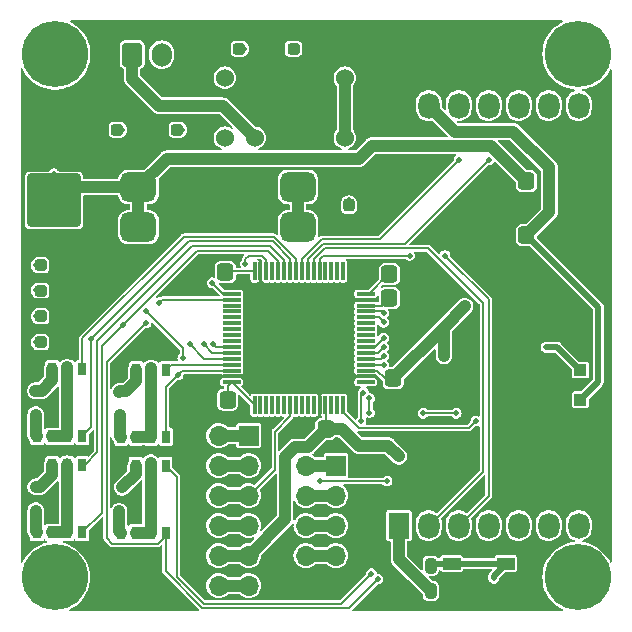
<source format=gtl>
G04 #@! TF.GenerationSoftware,KiCad,Pcbnew,7.0.9*
G04 #@! TF.CreationDate,2024-07-05T17:08:16+09:00*
G04 #@! TF.ProjectId,YAMADAmain_correct,59414d41-4441-46d6-9169-6e5f636f7272,rev?*
G04 #@! TF.SameCoordinates,Original*
G04 #@! TF.FileFunction,Copper,L1,Top*
G04 #@! TF.FilePolarity,Positive*
%FSLAX46Y46*%
G04 Gerber Fmt 4.6, Leading zero omitted, Abs format (unit mm)*
G04 Created by KiCad (PCBNEW 7.0.9) date 2024-07-05 17:08:16*
%MOMM*%
%LPD*%
G01*
G04 APERTURE LIST*
G04 Aperture macros list*
%AMRoundRect*
0 Rectangle with rounded corners*
0 $1 Rounding radius*
0 $2 $3 $4 $5 $6 $7 $8 $9 X,Y pos of 4 corners*
0 Add a 4 corners polygon primitive as box body*
4,1,4,$2,$3,$4,$5,$6,$7,$8,$9,$2,$3,0*
0 Add four circle primitives for the rounded corners*
1,1,$1+$1,$2,$3*
1,1,$1+$1,$4,$5*
1,1,$1+$1,$6,$7*
1,1,$1+$1,$8,$9*
0 Add four rect primitives between the rounded corners*
20,1,$1+$1,$2,$3,$4,$5,0*
20,1,$1+$1,$4,$5,$6,$7,0*
20,1,$1+$1,$6,$7,$8,$9,0*
20,1,$1+$1,$8,$9,$2,$3,0*%
G04 Aperture macros list end*
G04 #@! TA.AperFunction,ComponentPad*
%ADD10O,1.800000X2.200000*%
G04 #@! TD*
G04 #@! TA.AperFunction,ComponentPad*
%ADD11R,1.800000X2.200000*%
G04 #@! TD*
G04 #@! TA.AperFunction,SMDPad,CuDef*
%ADD12RoundRect,0.292875X0.394625X0.432125X-0.394625X0.432125X-0.394625X-0.432125X0.394625X-0.432125X0*%
G04 #@! TD*
G04 #@! TA.AperFunction,SMDPad,CuDef*
%ADD13RoundRect,0.075000X0.700000X-0.075000X0.700000X0.075000X-0.700000X0.075000X-0.700000X-0.075000X0*%
G04 #@! TD*
G04 #@! TA.AperFunction,SMDPad,CuDef*
%ADD14RoundRect,0.075000X0.075000X-0.700000X0.075000X0.700000X-0.075000X0.700000X-0.075000X-0.700000X0*%
G04 #@! TD*
G04 #@! TA.AperFunction,SMDPad,CuDef*
%ADD15RoundRect,0.237500X0.237500X-0.400000X0.237500X0.400000X-0.237500X0.400000X-0.237500X-0.400000X0*%
G04 #@! TD*
G04 #@! TA.AperFunction,ComponentPad*
%ADD16C,1.000000*%
G04 #@! TD*
G04 #@! TA.AperFunction,ComponentPad*
%ADD17C,5.600000*%
G04 #@! TD*
G04 #@! TA.AperFunction,ComponentPad*
%ADD18C,1.524000*%
G04 #@! TD*
G04 #@! TA.AperFunction,ComponentPad*
%ADD19RoundRect,0.625000X-0.875000X-0.625000X0.875000X-0.625000X0.875000X0.625000X-0.875000X0.625000X0*%
G04 #@! TD*
G04 #@! TA.AperFunction,SMDPad,CuDef*
%ADD20RoundRect,0.237500X-0.287500X-0.237500X0.287500X-0.237500X0.287500X0.237500X-0.287500X0.237500X0*%
G04 #@! TD*
G04 #@! TA.AperFunction,SMDPad,CuDef*
%ADD21R,0.760000X1.100000*%
G04 #@! TD*
G04 #@! TA.AperFunction,ComponentPad*
%ADD22R,1.700000X1.700000*%
G04 #@! TD*
G04 #@! TA.AperFunction,ComponentPad*
%ADD23O,1.700000X1.700000*%
G04 #@! TD*
G04 #@! TA.AperFunction,SMDPad,CuDef*
%ADD24RoundRect,0.292875X-0.394625X-0.432125X0.394625X-0.432125X0.394625X0.432125X-0.394625X0.432125X0*%
G04 #@! TD*
G04 #@! TA.AperFunction,SMDPad,CuDef*
%ADD25RoundRect,0.237500X0.287500X0.237500X-0.287500X0.237500X-0.287500X-0.237500X0.287500X-0.237500X0*%
G04 #@! TD*
G04 #@! TA.AperFunction,SMDPad,CuDef*
%ADD26RoundRect,0.225000X2.025000X-2.025000X2.025000X2.025000X-2.025000X2.025000X-2.025000X-2.025000X0*%
G04 #@! TD*
G04 #@! TA.AperFunction,ComponentPad*
%ADD27C,1.600000*%
G04 #@! TD*
G04 #@! TA.AperFunction,SMDPad,CuDef*
%ADD28R,1.500000X1.000000*%
G04 #@! TD*
G04 #@! TA.AperFunction,SMDPad,CuDef*
%ADD29RoundRect,0.237500X0.237500X-0.287500X0.237500X0.287500X-0.237500X0.287500X-0.237500X-0.287500X0*%
G04 #@! TD*
G04 #@! TA.AperFunction,SMDPad,CuDef*
%ADD30R,1.000000X1.000000*%
G04 #@! TD*
G04 #@! TA.AperFunction,ComponentPad*
%ADD31O,1.700000X2.000000*%
G04 #@! TD*
G04 #@! TA.AperFunction,ComponentPad*
%ADD32RoundRect,0.250000X-0.600000X-0.750000X0.600000X-0.750000X0.600000X0.750000X-0.600000X0.750000X0*%
G04 #@! TD*
G04 #@! TA.AperFunction,ViaPad*
%ADD33C,0.500000*%
G04 #@! TD*
G04 #@! TA.AperFunction,ViaPad*
%ADD34C,0.600000*%
G04 #@! TD*
G04 #@! TA.AperFunction,Conductor*
%ADD35C,1.000000*%
G04 #@! TD*
G04 #@! TA.AperFunction,Conductor*
%ADD36C,0.150000*%
G04 #@! TD*
G04 #@! TA.AperFunction,Conductor*
%ADD37C,0.500000*%
G04 #@! TD*
G04 APERTURE END LIST*
D10*
X145362000Y-74676000D03*
X147902000Y-74676000D03*
X150442000Y-74676000D03*
X152982000Y-74676000D03*
X155522000Y-74676000D03*
X158062000Y-74676000D03*
X160602000Y-74676000D03*
X160602000Y-110236000D03*
X158062000Y-110236000D03*
X155522000Y-110236000D03*
X152982000Y-110236000D03*
X150442000Y-110236000D03*
X147902000Y-110236000D03*
D11*
X145362000Y-110236000D03*
D12*
X130860000Y-99560000D03*
X128585000Y-99560000D03*
D13*
X131212600Y-98095000D03*
X131212600Y-97595000D03*
X131212600Y-97095000D03*
X131212600Y-96595000D03*
X131212600Y-96095000D03*
X131212600Y-95595000D03*
X131212600Y-95095000D03*
X131212600Y-94595000D03*
X131212600Y-94095000D03*
X131212600Y-93595000D03*
X131212600Y-93095000D03*
X131212600Y-92595000D03*
X131212600Y-92095000D03*
X131212600Y-91595000D03*
X131212600Y-91095000D03*
X131212600Y-90595000D03*
D14*
X133137600Y-88670000D03*
X133637600Y-88670000D03*
X134137600Y-88670000D03*
X134637600Y-88670000D03*
X135137600Y-88670000D03*
X135637600Y-88670000D03*
X136137600Y-88670000D03*
X136637600Y-88670000D03*
X137137600Y-88670000D03*
X137637600Y-88670000D03*
X138137600Y-88670000D03*
X138637600Y-88670000D03*
X139137600Y-88670000D03*
X139637600Y-88670000D03*
X140137600Y-88670000D03*
X140637600Y-88670000D03*
D13*
X142562600Y-90595000D03*
X142562600Y-91095000D03*
X142562600Y-91595000D03*
X142562600Y-92095000D03*
X142562600Y-92595000D03*
X142562600Y-93095000D03*
X142562600Y-93595000D03*
X142562600Y-94095000D03*
X142562600Y-94595000D03*
X142562600Y-95095000D03*
X142562600Y-95595000D03*
X142562600Y-96095000D03*
X142562600Y-96595000D03*
X142562600Y-97095000D03*
X142562600Y-97595000D03*
X142562600Y-98095000D03*
D14*
X140637600Y-100020000D03*
X140137600Y-100020000D03*
X139637600Y-100020000D03*
X139137600Y-100020000D03*
X138637600Y-100020000D03*
X138137600Y-100020000D03*
X137637600Y-100020000D03*
X137137600Y-100020000D03*
X136637600Y-100020000D03*
X136137600Y-100020000D03*
X135637600Y-100020000D03*
X135137600Y-100020000D03*
X134637600Y-100020000D03*
X134137600Y-100020000D03*
X133637600Y-100020000D03*
X133137600Y-100020000D03*
D15*
X148054400Y-113623900D03*
X148054400Y-115748900D03*
D12*
X128385000Y-88760000D03*
X130660000Y-88760000D03*
D16*
X114040000Y-70310000D03*
X114684370Y-68754370D03*
X114684370Y-71865630D03*
X116240000Y-68110000D03*
D17*
X116240000Y-70310000D03*
D16*
X116240000Y-72510000D03*
X117795630Y-68754370D03*
X117795630Y-71865630D03*
X118440000Y-70310000D03*
D18*
X140790000Y-72320000D03*
X133170000Y-72320000D03*
X130630000Y-72320000D03*
X140790000Y-77400000D03*
X133170000Y-77400000D03*
X130630000Y-77400000D03*
D19*
X123310000Y-81560000D03*
X123310000Y-84960000D03*
X136810000Y-81560000D03*
X136810000Y-84960000D03*
D20*
X131835000Y-69850000D03*
X130085000Y-69850000D03*
D21*
X121850000Y-97028000D03*
X123120000Y-97028000D03*
X124390000Y-97028000D03*
X125660000Y-97028000D03*
X125660000Y-102727998D03*
X124390000Y-102727998D03*
X123120000Y-102727998D03*
X121850000Y-102727998D03*
D22*
X132642000Y-102616000D03*
D23*
X130102000Y-102616000D03*
X132642000Y-105156000D03*
X130102000Y-105156000D03*
X132642000Y-107696000D03*
X130102000Y-107696000D03*
X132642000Y-110236000D03*
X130102000Y-110236000D03*
X132642000Y-112776000D03*
X130102000Y-112776000D03*
X132642000Y-115316000D03*
X130102000Y-115316000D03*
D24*
X144860000Y-97760000D03*
X147135000Y-97760000D03*
D20*
X121513400Y-76708000D03*
X119763400Y-76708000D03*
D25*
X115039000Y-90322400D03*
X116789000Y-90322400D03*
D20*
X136435000Y-69850000D03*
X134685000Y-69850000D03*
D16*
X158310000Y-70310000D03*
X158954370Y-68754370D03*
X158954370Y-71865630D03*
X160510000Y-68110000D03*
D17*
X160510000Y-70310000D03*
D16*
X160510000Y-72510000D03*
X162065630Y-68754370D03*
X162065630Y-71865630D03*
X162710000Y-70310000D03*
D23*
X137488000Y-115316000D03*
X140028000Y-115316000D03*
X137488000Y-112776000D03*
X140028000Y-112776000D03*
X137488000Y-110236000D03*
X140028000Y-110236000D03*
X137488000Y-107696000D03*
X140028000Y-107696000D03*
X137488000Y-105156000D03*
D22*
X140028000Y-105156000D03*
D26*
X116152000Y-76200000D03*
D27*
X116152000Y-76200000D03*
D26*
X116152000Y-82700000D03*
D27*
X116152000Y-82700000D03*
D28*
X154418400Y-115936400D03*
X154418400Y-113436400D03*
X149818400Y-115936400D03*
X149818400Y-113436400D03*
D16*
X114010000Y-114610000D03*
X114654370Y-113054370D03*
X114654370Y-116165630D03*
X116210000Y-112410000D03*
D17*
X116210000Y-114610000D03*
D16*
X116210000Y-116810000D03*
X117765630Y-113054370D03*
X117765630Y-116165630D03*
X118410000Y-114610000D03*
D25*
X115039000Y-92506800D03*
X116789000Y-92506800D03*
D24*
X144560000Y-88925000D03*
X146835000Y-88925000D03*
D16*
X158310000Y-114610000D03*
X158954370Y-113054370D03*
X158954370Y-116165630D03*
X160510000Y-112410000D03*
D17*
X160510000Y-114610000D03*
D16*
X160510000Y-116810000D03*
X162065630Y-113054370D03*
X162065630Y-116165630D03*
X162710000Y-114610000D03*
D29*
X141128000Y-84862000D03*
X141128000Y-83112000D03*
D21*
X114729600Y-105105200D03*
X115999600Y-105105200D03*
X117269600Y-105105200D03*
X118539600Y-105105200D03*
X118539600Y-110805198D03*
X117269600Y-110805198D03*
X115999600Y-110805198D03*
X114729600Y-110805198D03*
D12*
X153885000Y-81068000D03*
X156160000Y-81068000D03*
D20*
X126593400Y-76708000D03*
X124843400Y-76708000D03*
D25*
X115039000Y-94691200D03*
X116789000Y-94691200D03*
D21*
X121799200Y-105150801D03*
X123069200Y-105150801D03*
X124339200Y-105150801D03*
X125609200Y-105150801D03*
X125609200Y-110850799D03*
X124339200Y-110850799D03*
X123069200Y-110850799D03*
X121799200Y-110850799D03*
D30*
X160724000Y-97068000D03*
X160724000Y-99568000D03*
D24*
X144550800Y-90957000D03*
X146825800Y-90957000D03*
D31*
X125276000Y-70341000D03*
D32*
X122776000Y-70341000D03*
D25*
X115039000Y-88176000D03*
X116789000Y-88176000D03*
D12*
X153885000Y-85640000D03*
X156160000Y-85640000D03*
D21*
X114729600Y-96972001D03*
X115999600Y-96972001D03*
X117269600Y-96972001D03*
X118539600Y-96972001D03*
X118539600Y-102671999D03*
X117269600Y-102671999D03*
X115999600Y-102671999D03*
X114729600Y-102671999D03*
D12*
X136885000Y-102060000D03*
X139160000Y-102060000D03*
D33*
X157300000Y-104140000D03*
X149680000Y-106680000D03*
X147140000Y-106680000D03*
X147140000Y-104140000D03*
X149680000Y-104140000D03*
X124280000Y-93980000D03*
X129360000Y-83820000D03*
X129360000Y-81280000D03*
D34*
X128360000Y-88760000D03*
X130860000Y-99560000D03*
X150960000Y-91660000D03*
X136560000Y-103560000D03*
X145360000Y-104360000D03*
X149160000Y-95860000D03*
D33*
X132360000Y-88060000D03*
X129560000Y-89660000D03*
X130660000Y-88760000D03*
X144360000Y-106460000D03*
X138660000Y-106460000D03*
X142860000Y-100660000D03*
X142160000Y-101360000D03*
X142360000Y-98960000D03*
X142860000Y-99460000D03*
X144060000Y-93022000D03*
X127660000Y-94860000D03*
X116152000Y-80441800D03*
X156157000Y-81088000D03*
X156157000Y-85660000D03*
X144550800Y-88874200D03*
X136592000Y-69850000D03*
X121917800Y-76708000D03*
X141134400Y-82701200D03*
X126997800Y-76708000D03*
X132244000Y-69850000D03*
X114628000Y-88163400D03*
X114628000Y-90297000D03*
X114653400Y-92506800D03*
X114628000Y-94691200D03*
X129641500Y-94841500D03*
X128826600Y-94860000D03*
X148054400Y-113639600D03*
X150210000Y-100710000D03*
X153388400Y-114681000D03*
X147410000Y-100710000D03*
X125060000Y-91360000D03*
X144060000Y-95898000D03*
X144060000Y-95136000D03*
X144060000Y-94374000D03*
X144060000Y-96660000D03*
X114602600Y-100838000D03*
X114577200Y-98806000D03*
X114602600Y-108966000D03*
X114653400Y-106959400D03*
X121723000Y-100914200D03*
X121697600Y-98882200D03*
X121672200Y-109016800D03*
X121926200Y-106984800D03*
X117269600Y-96824800D03*
X117269600Y-104724200D03*
X124390000Y-96875600D03*
X117269600Y-102870000D03*
X124313800Y-111125000D03*
X124339200Y-104902000D03*
X124364600Y-102946200D03*
X144060000Y-92260000D03*
X143584000Y-114757200D03*
X123960000Y-93060000D03*
X126660000Y-97459800D03*
X127060000Y-96060000D03*
X123934700Y-92085300D03*
X121994000Y-93260000D03*
X119327000Y-94393000D03*
X152982000Y-79260000D03*
X150442000Y-79260000D03*
X149260000Y-87360000D03*
X146260000Y-87360000D03*
X143025200Y-114300000D03*
X157808000Y-95123000D03*
X151860000Y-101383000D03*
X138250000Y-95250000D03*
X138250000Y-92710000D03*
X119200000Y-68580000D03*
X162380000Y-88900000D03*
X114120000Y-73660000D03*
X159840000Y-101600000D03*
X119200000Y-111760000D03*
X162380000Y-101600000D03*
X159840000Y-81280000D03*
X144600000Y-83820000D03*
X154760000Y-71120000D03*
X162380000Y-111760000D03*
X135710000Y-92710000D03*
X139520000Y-93980000D03*
X152220000Y-71120000D03*
X147140000Y-71120000D03*
X162380000Y-78740000D03*
X116660000Y-86360000D03*
X157300000Y-116840000D03*
X139520000Y-68580000D03*
X162380000Y-73660000D03*
X119200000Y-86360000D03*
X142060000Y-68580000D03*
X131900000Y-81280000D03*
X136980000Y-92710000D03*
X159840000Y-78740000D03*
X147140000Y-116840000D03*
X136980000Y-96520000D03*
X114120000Y-86360000D03*
X162380000Y-106680000D03*
X134440000Y-96520000D03*
X124280000Y-116840000D03*
X134440000Y-81280000D03*
X119200000Y-116840000D03*
X147140000Y-68580000D03*
X124280000Y-68580000D03*
X119200000Y-83820000D03*
X154760000Y-116840000D03*
X134440000Y-114300000D03*
X162380000Y-86360000D03*
X114120000Y-104140000D03*
X154760000Y-68580000D03*
X149680000Y-71120000D03*
X139520000Y-76200000D03*
X162380000Y-76200000D03*
X162380000Y-81280000D03*
X138250000Y-96520000D03*
X134440000Y-95250000D03*
X121740000Y-116840000D03*
X142060000Y-73660000D03*
X162380000Y-109220000D03*
X149680000Y-68580000D03*
X139520000Y-81280000D03*
X162380000Y-83820000D03*
X159840000Y-91440000D03*
X157300000Y-106680000D03*
X121740000Y-68580000D03*
X154760000Y-96520000D03*
X135710000Y-96520000D03*
X139520000Y-96520000D03*
X144600000Y-116840000D03*
X121740000Y-73660000D03*
X121360000Y-83820000D03*
X159840000Y-106680000D03*
X114120000Y-111760000D03*
X144600000Y-68580000D03*
X139520000Y-73660000D03*
X139520000Y-95250000D03*
X126820000Y-68580000D03*
X144600000Y-81280000D03*
X159840000Y-83820000D03*
X136980000Y-95250000D03*
X152220000Y-68580000D03*
X134440000Y-92710000D03*
X135710000Y-93980000D03*
X119200000Y-73660000D03*
X142060000Y-76200000D03*
X139520000Y-92710000D03*
X142060000Y-81280000D03*
X159840000Y-86360000D03*
X157300000Y-88900000D03*
X154760000Y-106680000D03*
X154760000Y-91440000D03*
X157300000Y-91440000D03*
X138250000Y-93980000D03*
X152220000Y-116840000D03*
X134440000Y-93980000D03*
X134440000Y-68580000D03*
X129360000Y-68580000D03*
X135710000Y-95250000D03*
X126820000Y-116840000D03*
X157300000Y-68580000D03*
X131900000Y-73660000D03*
X149680000Y-116840000D03*
X157300000Y-71120000D03*
X154760000Y-104140000D03*
X116152000Y-78460600D03*
X136980000Y-93980000D03*
D35*
X150960000Y-91660000D02*
X149160000Y-93460000D01*
X149160000Y-93460000D02*
X149160000Y-95860000D01*
X149160000Y-93460000D02*
X144860000Y-97760000D01*
D36*
X143495000Y-97095000D02*
X144160000Y-97760000D01*
X144160000Y-97760000D02*
X144860000Y-97760000D01*
X142562600Y-97095000D02*
X143495000Y-97095000D01*
X130860000Y-98447600D02*
X131212600Y-98095000D01*
X130860000Y-99560000D02*
X130860000Y-98447600D01*
X126560000Y-114548000D02*
X126560000Y-106101601D01*
X128852000Y-116840000D02*
X126560000Y-114548000D01*
X126560000Y-106101601D02*
X125609200Y-105150801D01*
X140485200Y-116840000D02*
X128852000Y-116840000D01*
X143025200Y-114300000D02*
X140485200Y-116840000D01*
X127660000Y-94860000D02*
X128895000Y-96095000D01*
X128895000Y-96095000D02*
X131212600Y-96095000D01*
X127024800Y-97095000D02*
X131212600Y-97095000D01*
X125660000Y-98459800D02*
X125660000Y-102727998D01*
X126660000Y-97459800D02*
X127024800Y-97095000D01*
X126660000Y-97459800D02*
X125660000Y-98459800D01*
X127060000Y-95210600D02*
X127060000Y-96060000D01*
X123934700Y-92085300D02*
X127060000Y-95210600D01*
X125325000Y-91095000D02*
X131212600Y-91095000D01*
X125060000Y-91360000D02*
X125325000Y-91095000D01*
X126093000Y-96595000D02*
X125660000Y-97028000D01*
X131212600Y-96595000D02*
X126093000Y-96595000D01*
X125609200Y-111110800D02*
X125609200Y-110850799D01*
X121088000Y-111760000D02*
X124960000Y-111760000D01*
X124960000Y-111760000D02*
X125609200Y-111110800D01*
X120622400Y-111294400D02*
X121088000Y-111760000D01*
X120622400Y-96397600D02*
X120622400Y-111294400D01*
X123960000Y-93060000D02*
X120622400Y-96397600D01*
X125609200Y-114105200D02*
X125609200Y-110850799D01*
X128699600Y-117195600D02*
X125609200Y-114105200D01*
X141145600Y-117195600D02*
X128699600Y-117195600D01*
X143584000Y-114757200D02*
X141145600Y-117195600D01*
D35*
X136560000Y-103560000D02*
X137660000Y-103560000D01*
X137660000Y-103560000D02*
X139160000Y-102060000D01*
X135710000Y-104410000D02*
X136560000Y-103560000D01*
X135710000Y-109708000D02*
X135710000Y-104410000D01*
X132642000Y-112776000D02*
X135710000Y-109708000D01*
D36*
X136637600Y-87637600D02*
X136637600Y-88670000D01*
X127160000Y-85760000D02*
X134760000Y-85760000D01*
X118539600Y-94380400D02*
X127160000Y-85760000D01*
X118539600Y-96972001D02*
X118539600Y-94380400D01*
X134760000Y-85760000D02*
X136637600Y-87637600D01*
X136137600Y-87637600D02*
X136137600Y-88670000D01*
X134660000Y-86160000D02*
X136137600Y-87637600D01*
X119327000Y-94393000D02*
X127560000Y-86160000D01*
X127560000Y-86160000D02*
X134660000Y-86160000D01*
X135637600Y-87737600D02*
X135637600Y-88670000D01*
X119835000Y-94585000D02*
X127860000Y-86560000D01*
X119835000Y-104013000D02*
X119835000Y-94585000D01*
X127860000Y-86560000D02*
X134460000Y-86560000D01*
X118742800Y-105105200D02*
X119835000Y-104013000D01*
X134460000Y-86560000D02*
X135637600Y-87737600D01*
X118539600Y-105105200D02*
X118742800Y-105105200D01*
X135137600Y-87837600D02*
X135137600Y-88670000D01*
X134260000Y-86960000D02*
X135137600Y-87837600D01*
X128294000Y-86960000D02*
X134260000Y-86960000D01*
X121994000Y-93260000D02*
X128294000Y-86960000D01*
X132660000Y-87360000D02*
X132360000Y-87660000D01*
X132360000Y-87660000D02*
X132360000Y-88060000D01*
X133760000Y-87360000D02*
X132660000Y-87360000D01*
X134137600Y-87737600D02*
X133760000Y-87360000D01*
X134137600Y-88670000D02*
X134137600Y-87737600D01*
X130495000Y-90595000D02*
X131212600Y-90595000D01*
X129560000Y-89660000D02*
X130495000Y-90595000D01*
X138137600Y-87682400D02*
X138137600Y-88670000D01*
X152460000Y-105678000D02*
X152460000Y-91360000D01*
X152460000Y-91360000D02*
X147860000Y-86760000D01*
X139060000Y-86760000D02*
X138137600Y-87682400D01*
X147902000Y-110236000D02*
X152460000Y-105678000D01*
X147860000Y-86760000D02*
X139060000Y-86760000D01*
X152960000Y-107718000D02*
X150442000Y-110236000D01*
X152960000Y-91060000D02*
X152960000Y-107718000D01*
X149260000Y-87360000D02*
X152960000Y-91060000D01*
X130750000Y-88670000D02*
X130660000Y-88760000D01*
X133137600Y-88670000D02*
X130750000Y-88670000D01*
X144360000Y-106460000D02*
X138660000Y-106460000D01*
D35*
X140560000Y-102060000D02*
X139160000Y-102060000D01*
X141960000Y-103460000D02*
X140560000Y-102060000D01*
X144460000Y-103460000D02*
X141960000Y-103460000D01*
X145360000Y-104360000D02*
X144460000Y-103460000D01*
D36*
X134860000Y-105478000D02*
X132642000Y-107696000D01*
X136137600Y-100982400D02*
X134860000Y-102260000D01*
X134860000Y-102260000D02*
X134860000Y-105478000D01*
X136137600Y-100020000D02*
X136137600Y-100982400D01*
X142160000Y-99160000D02*
X142360000Y-98960000D01*
X142160000Y-101360000D02*
X142160000Y-99160000D01*
X140637600Y-100637600D02*
X140637600Y-100020000D01*
X151283000Y-101960000D02*
X141960000Y-101960000D01*
X141960000Y-101960000D02*
X140637600Y-100637600D01*
X151860000Y-101383000D02*
X151283000Y-101960000D01*
X142860000Y-100660000D02*
X142860000Y-99460000D01*
X139160000Y-102015200D02*
X139137600Y-102037600D01*
X139137600Y-100020000D02*
X139160000Y-100042400D01*
X139160000Y-100042400D02*
X139160000Y-102015200D01*
X131212600Y-98095000D02*
X133137600Y-100020000D01*
X150210000Y-100710000D02*
X147410000Y-100710000D01*
X143633000Y-92595000D02*
X144060000Y-93022000D01*
X142562600Y-92595000D02*
X143633000Y-92595000D01*
X143895000Y-92095000D02*
X142562600Y-92095000D01*
X144060000Y-92260000D02*
X143895000Y-92095000D01*
X143339000Y-95095000D02*
X144060000Y-94374000D01*
X142562600Y-95095000D02*
X143339000Y-95095000D01*
X143601000Y-95595000D02*
X144060000Y-95136000D01*
X142562600Y-95595000D02*
X143601000Y-95595000D01*
X143863000Y-96095000D02*
X144060000Y-95898000D01*
X142562600Y-96095000D02*
X143863000Y-96095000D01*
X143995000Y-96595000D02*
X142562600Y-96595000D01*
X144060000Y-96660000D02*
X143995000Y-96595000D01*
D35*
X153152000Y-78060000D02*
X156151000Y-81059000D01*
X141960000Y-79160000D02*
X143060000Y-78060000D01*
X123310000Y-81560000D02*
X125710000Y-79160000D01*
X125710000Y-79160000D02*
X141960000Y-79160000D01*
X143060000Y-78060000D02*
X153152000Y-78060000D01*
X150086000Y-76860000D02*
X147902000Y-74676000D01*
X155060000Y-76860000D02*
X150086000Y-76860000D01*
X158106800Y-79906800D02*
X155060000Y-76860000D01*
X158106800Y-83693200D02*
X158106800Y-79906800D01*
X156160000Y-85640000D02*
X158106800Y-83693200D01*
D36*
X137137600Y-87682400D02*
X137137600Y-88670000D01*
X138860000Y-85960000D02*
X137137600Y-87682400D01*
X143742000Y-85960000D02*
X138860000Y-85960000D01*
X150442000Y-79260000D02*
X143742000Y-85960000D01*
X137637600Y-87682400D02*
X137637600Y-88670000D01*
X145882000Y-86360000D02*
X138960000Y-86360000D01*
X138960000Y-86360000D02*
X137637600Y-87682400D01*
X152982000Y-79260000D02*
X145882000Y-86360000D01*
D37*
X162253000Y-98039000D02*
X160724000Y-99568000D01*
X162253000Y-91733000D02*
X162253000Y-98039000D01*
X156160000Y-85640000D02*
X162253000Y-91733000D01*
D36*
X138960000Y-87360000D02*
X138637600Y-87682400D01*
X146260000Y-87360000D02*
X138960000Y-87360000D01*
X138637600Y-87682400D02*
X138637600Y-88670000D01*
X143912800Y-91595000D02*
X144550800Y-90957000D01*
X142562600Y-91595000D02*
X143912800Y-91595000D01*
X142830000Y-90595000D02*
X144550800Y-88874200D01*
X142562600Y-90595000D02*
X142830000Y-90595000D01*
X144453800Y-90860000D02*
X144550800Y-90957000D01*
D35*
X117292000Y-81560000D02*
X123310000Y-81560000D01*
X116152000Y-82700000D02*
X117292000Y-81560000D01*
X116513500Y-82338500D02*
X116152000Y-82700000D01*
X116513500Y-81560000D02*
X116513500Y-82338500D01*
X123310000Y-84960000D02*
X123310000Y-81560000D01*
D36*
X120216000Y-109128798D02*
X118539600Y-110805198D01*
X120216000Y-95038000D02*
X120216000Y-109128798D01*
X121994000Y-93260000D02*
X120216000Y-95038000D01*
X119327000Y-101884599D02*
X118539600Y-102671999D01*
X119327000Y-94393000D02*
X119327000Y-101884599D01*
X129561600Y-95595000D02*
X131212600Y-95595000D01*
X128826600Y-94860000D02*
X129561600Y-95595000D01*
X129895000Y-95095000D02*
X131212600Y-95095000D01*
X129641500Y-94841500D02*
X129895000Y-95095000D01*
D35*
X140790000Y-72722000D02*
X140790000Y-77400000D01*
X130446000Y-74676000D02*
X133170000Y-77400000D01*
X125042000Y-74676000D02*
X130446000Y-74676000D01*
X122776000Y-72410000D02*
X125042000Y-74676000D01*
X122776000Y-70341000D02*
X122776000Y-72410000D01*
X130102000Y-112776000D02*
X132642000Y-112776000D01*
X145362000Y-110236000D02*
X145362000Y-113056500D01*
X145362000Y-113056500D02*
X148054400Y-115748900D01*
X136810000Y-81560000D02*
X136810000Y-84960000D01*
X136872000Y-81720000D02*
X136872000Y-82120000D01*
X130102000Y-102616000D02*
X132642000Y-102616000D01*
X130102000Y-105156000D02*
X132642000Y-105156000D01*
D37*
X149818400Y-113436400D02*
X148257600Y-113436400D01*
X154418400Y-113436400D02*
X149818400Y-113436400D01*
X148257600Y-113436400D02*
X148054400Y-113639600D01*
X154418400Y-113436400D02*
X153388400Y-114466400D01*
X153388400Y-114681000D02*
X153388400Y-114686400D01*
D35*
X130102000Y-107696000D02*
X132642000Y-107696000D01*
D37*
X153388400Y-114466400D02*
X153388400Y-114681000D01*
X148054400Y-113639600D02*
X148241900Y-113436400D01*
D35*
X130102000Y-115316000D02*
X132642000Y-115316000D01*
X130102000Y-110236000D02*
X132642000Y-110236000D01*
X137488000Y-105156000D02*
X140028000Y-105156000D01*
D36*
X144060000Y-95898000D02*
X144047000Y-95885000D01*
D35*
X137488000Y-107696000D02*
X140028000Y-107696000D01*
X140028000Y-110236000D02*
X137488000Y-110236000D01*
X140028000Y-112776000D02*
X137488000Y-112776000D01*
X114602600Y-102544999D02*
X114602600Y-100838000D01*
X114729600Y-102671999D02*
X114602600Y-102544999D01*
X115999600Y-96972001D02*
X115999600Y-97917000D01*
X115110600Y-98806000D02*
X114577200Y-98806000D01*
X115999600Y-97917000D02*
X115110600Y-98806000D01*
X114577200Y-98806000D02*
X114602600Y-98806000D01*
X114602600Y-108966000D02*
X114602600Y-108971199D01*
X114602600Y-110678198D02*
X114602600Y-108966000D01*
X114729600Y-110805198D02*
X114602600Y-110678198D01*
X114653400Y-106959400D02*
X114633199Y-106939199D01*
X115999600Y-105923199D02*
X114983600Y-106939199D01*
X114673601Y-106939199D02*
X114653400Y-106959400D01*
X114983600Y-106939199D02*
X114673601Y-106939199D01*
X114633199Y-106939199D02*
X114602600Y-106939199D01*
X115999600Y-105105200D02*
X115999600Y-105923199D01*
X121723000Y-100914200D02*
X121723000Y-100893999D01*
X121723000Y-102600998D02*
X121723000Y-100914200D01*
X121850000Y-102727998D02*
X121723000Y-102600998D01*
X123120000Y-97972999D02*
X122231000Y-98861999D01*
X123120000Y-97028000D02*
X123120000Y-97972999D01*
X121743201Y-98861999D02*
X121697600Y-98882200D01*
X122231000Y-98861999D02*
X121743201Y-98861999D01*
X121702799Y-98861999D02*
X121723000Y-98861999D01*
X121697600Y-98882200D02*
X121702799Y-98861999D01*
X121799200Y-110850799D02*
X121672200Y-110723799D01*
X121672200Y-110723799D02*
X121672200Y-109016800D01*
X123069200Y-105150801D02*
X123069200Y-105841800D01*
X123069200Y-105841800D02*
X121926200Y-106984800D01*
X117269600Y-96824800D02*
X117269600Y-102666800D01*
X117269600Y-96972001D02*
X117269600Y-96824800D01*
X115999600Y-102671999D02*
X117269600Y-102671999D01*
X124390000Y-96875600D02*
X124390000Y-102727998D01*
X117269600Y-105105200D02*
X117269600Y-110805198D01*
X124339200Y-105150801D02*
X124339200Y-104902000D01*
X123120000Y-102727998D02*
X124390000Y-102727998D01*
X115999600Y-110805198D02*
X117269600Y-110805198D01*
X117269600Y-102666800D02*
X117269600Y-102671999D01*
X124390000Y-97028000D02*
X124390000Y-96875600D01*
X124339200Y-104902000D02*
X124339200Y-110850799D01*
X124339200Y-110850799D02*
X123069200Y-110850799D01*
D37*
X157808000Y-95123000D02*
X158779000Y-95123000D01*
X158779000Y-95123000D02*
X160724000Y-97068000D01*
D35*
X140028000Y-115316000D02*
X137488000Y-115316000D01*
G04 #@! TA.AperFunction,Conductor*
G36*
X120315345Y-109505549D02*
G01*
X120344379Y-109547013D01*
X120346900Y-109566166D01*
X120346900Y-111259979D01*
X120345478Y-111274415D01*
X120342064Y-111291582D01*
X120341503Y-111294400D01*
X120346900Y-111321532D01*
X120346900Y-111321533D01*
X120362885Y-111401895D01*
X120371128Y-111414231D01*
X120405042Y-111464988D01*
X120418080Y-111484500D01*
X120423775Y-111493023D01*
X120423778Y-111493026D01*
X120440714Y-111504342D01*
X120451929Y-111513545D01*
X120868854Y-111930470D01*
X120878056Y-111941683D01*
X120889375Y-111958623D01*
X120889376Y-111958624D01*
X120909355Y-111971974D01*
X120909356Y-111971974D01*
X120912376Y-111973992D01*
X120912378Y-111973994D01*
X120938534Y-111991471D01*
X120980505Y-112019515D01*
X121060867Y-112035500D01*
X121060868Y-112035500D01*
X121087999Y-112040897D01*
X121088000Y-112040897D01*
X121107983Y-112036921D01*
X121122420Y-112035500D01*
X124925580Y-112035500D01*
X124940016Y-112036921D01*
X124960000Y-112040897D01*
X124960001Y-112040897D01*
X124964622Y-112039977D01*
X124987132Y-112035500D01*
X124987133Y-112035500D01*
X125067495Y-112019515D01*
X125109465Y-111991471D01*
X125135622Y-111973994D01*
X125135622Y-111973993D01*
X125143636Y-111968639D01*
X125143639Y-111968636D01*
X125158624Y-111958624D01*
X125169948Y-111941674D01*
X125179145Y-111930470D01*
X125207375Y-111902239D01*
X125253252Y-111880848D01*
X125302146Y-111893951D01*
X125331179Y-111935416D01*
X125333700Y-111954567D01*
X125333700Y-114070779D01*
X125332278Y-114085215D01*
X125328303Y-114105200D01*
X125333700Y-114132332D01*
X125333700Y-114132333D01*
X125338920Y-114158574D01*
X125349685Y-114212695D01*
X125376962Y-114253518D01*
X125395124Y-114280700D01*
X125410577Y-114303825D01*
X125410578Y-114303826D01*
X125427514Y-114315142D01*
X125438729Y-114324345D01*
X128447558Y-117333174D01*
X128468950Y-117379050D01*
X128455849Y-117427945D01*
X128414385Y-117456979D01*
X128395232Y-117459500D01*
X117534028Y-117459500D01*
X117486462Y-117442187D01*
X117461152Y-117398350D01*
X117469942Y-117348500D01*
X117500816Y-117319371D01*
X117712793Y-117212913D01*
X118004811Y-117020849D01*
X118272558Y-116796183D01*
X118512412Y-116541953D01*
X118721130Y-116261596D01*
X118895889Y-115958904D01*
X119034326Y-115637971D01*
X119034327Y-115637967D01*
X119034328Y-115637966D01*
X119134567Y-115303143D01*
X119134567Y-115303142D01*
X119134569Y-115303136D01*
X119195262Y-114958927D01*
X119215585Y-114610000D01*
X119195262Y-114261073D01*
X119134569Y-113916864D01*
X119134567Y-113916856D01*
X119034328Y-113582033D01*
X119034326Y-113582030D01*
X119034326Y-113582029D01*
X118895889Y-113261096D01*
X118721130Y-112958404D01*
X118512412Y-112678047D01*
X118272558Y-112423817D01*
X118272551Y-112423811D01*
X118272548Y-112423808D01*
X118004811Y-112199151D01*
X117990212Y-112189549D01*
X117712793Y-112007087D01*
X117555202Y-111927942D01*
X117400444Y-111850219D01*
X117072016Y-111730682D01*
X117072004Y-111730678D01*
X116949745Y-111701703D01*
X116907453Y-111673888D01*
X116892935Y-111625395D01*
X116912984Y-111578916D01*
X116958219Y-111556198D01*
X116966810Y-111555698D01*
X117669346Y-111555698D01*
X117669348Y-111555698D01*
X117727831Y-111544065D01*
X117794152Y-111499750D01*
X117833005Y-111441604D01*
X117842517Y-111427369D01*
X117845131Y-111429116D01*
X117870411Y-111401512D01*
X117920595Y-111394890D01*
X117963295Y-111422075D01*
X117966443Y-111427528D01*
X117966683Y-111427369D01*
X117976195Y-111441604D01*
X118015048Y-111499750D01*
X118052636Y-111524866D01*
X118081367Y-111544064D01*
X118081368Y-111544064D01*
X118081369Y-111544065D01*
X118139852Y-111555698D01*
X118139854Y-111555698D01*
X118939346Y-111555698D01*
X118939348Y-111555698D01*
X118997831Y-111544065D01*
X119064152Y-111499750D01*
X119108467Y-111433429D01*
X119120100Y-111374946D01*
X119120100Y-110644966D01*
X119137413Y-110597400D01*
X119141774Y-110592640D01*
X120220574Y-109513840D01*
X120266450Y-109492448D01*
X120315345Y-109505549D01*
G37*
G04 #@! TD.AperFunction*
G04 #@! TA.AperFunction,Conductor*
G36*
X159233538Y-67477813D02*
G01*
X159258848Y-67521650D01*
X159250058Y-67571500D01*
X159219183Y-67600628D01*
X159012997Y-67704178D01*
X159007203Y-67707089D01*
X158715188Y-67899151D01*
X158447451Y-68123808D01*
X158447443Y-68123816D01*
X158207587Y-68378047D01*
X157998872Y-68658400D01*
X157998871Y-68658401D01*
X157824109Y-68961099D01*
X157824109Y-68961100D01*
X157685673Y-69282030D01*
X157685671Y-69282033D01*
X157585432Y-69616856D01*
X157524737Y-69961074D01*
X157504415Y-70310000D01*
X157524737Y-70658925D01*
X157585432Y-71003143D01*
X157685671Y-71337966D01*
X157685673Y-71337969D01*
X157824109Y-71658899D01*
X157824109Y-71658900D01*
X157998871Y-71961598D01*
X157998872Y-71961599D01*
X158125222Y-72131317D01*
X158207588Y-72241953D01*
X158447442Y-72496183D01*
X158447448Y-72496188D01*
X158447451Y-72496191D01*
X158644452Y-72661493D01*
X158715189Y-72720849D01*
X159007207Y-72912913D01*
X159319549Y-73069777D01*
X159319555Y-73069780D01*
X159647983Y-73189317D01*
X159647995Y-73189321D01*
X159988077Y-73269921D01*
X159988080Y-73269921D01*
X159988086Y-73269923D01*
X160207213Y-73295535D01*
X160252447Y-73318253D01*
X160272496Y-73364732D01*
X160257978Y-73413225D01*
X160229362Y-73436347D01*
X160049247Y-73518604D01*
X160049245Y-73518605D01*
X159878047Y-73640514D01*
X159733014Y-73792620D01*
X159619385Y-73969431D01*
X159541274Y-74164544D01*
X159501500Y-74370916D01*
X159501500Y-74928424D01*
X159516472Y-75085220D01*
X159575683Y-75286873D01*
X159575685Y-75286877D01*
X159671986Y-75473678D01*
X159671988Y-75473681D01*
X159671989Y-75473682D01*
X159801908Y-75638886D01*
X159960740Y-75776516D01*
X159960741Y-75776516D01*
X159960744Y-75776519D01*
X160142756Y-75881604D01*
X160341367Y-75950344D01*
X160549398Y-75980254D01*
X160759330Y-75970254D01*
X160963576Y-75920704D01*
X161154753Y-75833396D01*
X161325952Y-75711486D01*
X161470986Y-75559378D01*
X161584613Y-75382572D01*
X161662725Y-75187457D01*
X161702500Y-74981085D01*
X161702500Y-74423575D01*
X161687528Y-74266782D01*
X161628316Y-74065125D01*
X161532011Y-73878318D01*
X161402092Y-73713114D01*
X161318308Y-73640514D01*
X161243259Y-73575483D01*
X161243256Y-73575481D01*
X161061244Y-73470396D01*
X161061240Y-73470394D01*
X161061239Y-73470394D01*
X160926692Y-73423827D01*
X160887404Y-73391909D01*
X160877825Y-73342205D01*
X160902435Y-73297971D01*
X160942304Y-73280397D01*
X161031914Y-73269923D01*
X161111391Y-73251086D01*
X161372004Y-73189321D01*
X161372007Y-73189319D01*
X161372011Y-73189319D01*
X161551029Y-73124162D01*
X161700444Y-73069780D01*
X161700447Y-73069778D01*
X161700451Y-73069777D01*
X162012793Y-72912913D01*
X162304811Y-72720849D01*
X162572558Y-72496183D01*
X162812412Y-72241953D01*
X163021130Y-71961596D01*
X163195889Y-71658904D01*
X163217552Y-71608682D01*
X163252289Y-71571864D01*
X163302566Y-71565988D01*
X163344857Y-71593803D01*
X163359500Y-71637993D01*
X163359500Y-113282006D01*
X163342187Y-113329572D01*
X163298350Y-113354882D01*
X163248500Y-113346092D01*
X163217552Y-113311316D01*
X163212799Y-113300298D01*
X163195889Y-113261096D01*
X163021130Y-112958404D01*
X162812412Y-112678047D01*
X162572558Y-112423817D01*
X162572551Y-112423811D01*
X162572548Y-112423808D01*
X162304811Y-112199151D01*
X162290212Y-112189549D01*
X162012793Y-112007087D01*
X161855202Y-111927942D01*
X161700444Y-111850219D01*
X161372016Y-111730682D01*
X161372004Y-111730678D01*
X161031922Y-111650078D01*
X161031912Y-111650076D01*
X160925123Y-111637594D01*
X160879888Y-111614875D01*
X160859839Y-111568396D01*
X160874357Y-111519904D01*
X160916267Y-111492181D01*
X160963576Y-111480704D01*
X161154753Y-111393396D01*
X161325952Y-111271486D01*
X161470986Y-111119378D01*
X161584613Y-110942572D01*
X161662725Y-110747457D01*
X161702500Y-110541085D01*
X161702500Y-109983575D01*
X161687528Y-109826782D01*
X161628316Y-109625125D01*
X161559917Y-109492448D01*
X161532013Y-109438321D01*
X161529209Y-109434756D01*
X161402092Y-109273114D01*
X161387844Y-109260768D01*
X161243259Y-109135483D01*
X161243256Y-109135481D01*
X161061244Y-109030396D01*
X161061240Y-109030394D01*
X161061239Y-109030394D01*
X160862636Y-108961657D01*
X160862633Y-108961656D01*
X160654602Y-108931746D01*
X160654598Y-108931746D01*
X160654596Y-108931746D01*
X160444668Y-108941746D01*
X160240427Y-108991295D01*
X160240425Y-108991295D01*
X160240424Y-108991296D01*
X160094869Y-109057769D01*
X160049245Y-109078605D01*
X159878047Y-109200514D01*
X159733014Y-109352620D01*
X159619385Y-109529431D01*
X159541274Y-109724544D01*
X159501500Y-109930916D01*
X159501500Y-110488424D01*
X159516472Y-110645220D01*
X159575683Y-110846873D01*
X159575685Y-110846877D01*
X159671986Y-111033678D01*
X159671988Y-111033681D01*
X159671989Y-111033682D01*
X159760417Y-111146126D01*
X159801908Y-111198886D01*
X159960740Y-111336516D01*
X159960741Y-111336516D01*
X159960744Y-111336519D01*
X160142756Y-111441604D01*
X160210320Y-111464988D01*
X160248135Y-111478076D01*
X160287423Y-111509994D01*
X160297002Y-111559698D01*
X160272392Y-111603932D01*
X160232523Y-111621506D01*
X159988087Y-111650076D01*
X159988077Y-111650078D01*
X159647995Y-111730678D01*
X159647983Y-111730682D01*
X159319555Y-111850219D01*
X159007203Y-112007089D01*
X158715188Y-112199151D01*
X158447451Y-112423808D01*
X158447443Y-112423816D01*
X158207587Y-112678047D01*
X157998872Y-112958400D01*
X157998871Y-112958401D01*
X157824109Y-113261099D01*
X157824109Y-113261100D01*
X157685673Y-113582030D01*
X157685671Y-113582033D01*
X157585432Y-113916856D01*
X157524737Y-114261074D01*
X157504415Y-114610000D01*
X157524737Y-114958925D01*
X157585432Y-115303143D01*
X157685671Y-115637966D01*
X157685673Y-115637969D01*
X157685674Y-115637971D01*
X157824111Y-115958904D01*
X157902517Y-116094708D01*
X157998871Y-116261598D01*
X157998872Y-116261599D01*
X158080751Y-116371582D01*
X158207588Y-116541953D01*
X158447442Y-116796183D01*
X158447448Y-116796188D01*
X158447451Y-116796191D01*
X158574488Y-116902787D01*
X158715189Y-117020849D01*
X159007207Y-117212913D01*
X159219183Y-117319371D01*
X159253920Y-117356190D01*
X159256863Y-117406724D01*
X159226636Y-117447326D01*
X159185972Y-117459500D01*
X141449967Y-117459500D01*
X141402401Y-117442187D01*
X141377091Y-117398350D01*
X141385881Y-117348500D01*
X141397641Y-117333174D01*
X143501442Y-115229374D01*
X143547318Y-115207982D01*
X143553768Y-115207700D01*
X143648772Y-115207700D01*
X143773069Y-115171204D01*
X143882049Y-115101167D01*
X143966882Y-115003263D01*
X144020697Y-114885426D01*
X144039133Y-114757200D01*
X144020697Y-114628974D01*
X143966882Y-114511137D01*
X143882049Y-114413233D01*
X143794986Y-114357281D01*
X143773068Y-114343195D01*
X143648772Y-114306700D01*
X143545418Y-114306700D01*
X143497852Y-114289387D01*
X143472542Y-114245550D01*
X143472171Y-114243231D01*
X143469543Y-114224954D01*
X143461897Y-114171774D01*
X143408082Y-114053937D01*
X143323249Y-113956033D01*
X143242615Y-113904213D01*
X143214268Y-113885995D01*
X143089972Y-113849500D01*
X142960428Y-113849500D01*
X142836131Y-113885995D01*
X142727154Y-113956031D01*
X142727150Y-113956034D01*
X142642319Y-114053935D01*
X142642318Y-114053936D01*
X142642318Y-114053937D01*
X142631298Y-114078067D01*
X142588502Y-114171776D01*
X142570067Y-114299999D01*
X142573031Y-114320615D01*
X142562663Y-114370161D01*
X142552110Y-114383472D01*
X140392758Y-116542826D01*
X140346882Y-116564218D01*
X140340432Y-116564500D01*
X128996768Y-116564500D01*
X128949202Y-116547187D01*
X128944442Y-116542826D01*
X127717616Y-115316000D01*
X129046417Y-115316000D01*
X129066700Y-115521934D01*
X129122624Y-115706294D01*
X129126769Y-115719956D01*
X129224315Y-115902450D01*
X129339153Y-116042382D01*
X129355590Y-116062410D01*
X129515550Y-116193685D01*
X129698046Y-116291232D01*
X129896066Y-116351300D01*
X130102000Y-116371583D01*
X130307934Y-116351300D01*
X130505954Y-116291232D01*
X130688450Y-116193685D01*
X130848410Y-116062410D01*
X130863884Y-116043555D01*
X130907443Y-116017769D01*
X130921087Y-116016500D01*
X131822913Y-116016500D01*
X131870479Y-116033813D01*
X131880116Y-116043555D01*
X131895590Y-116062410D01*
X132055550Y-116193685D01*
X132238046Y-116291232D01*
X132436066Y-116351300D01*
X132642000Y-116371583D01*
X132847934Y-116351300D01*
X133045954Y-116291232D01*
X133228450Y-116193685D01*
X133388410Y-116062410D01*
X133519685Y-115902450D01*
X133617232Y-115719954D01*
X133677300Y-115521934D01*
X133697583Y-115316000D01*
X133677300Y-115110066D01*
X133617232Y-114912046D01*
X133519685Y-114729550D01*
X133388410Y-114569590D01*
X133346812Y-114535452D01*
X133228450Y-114438315D01*
X133045956Y-114340769D01*
X133045955Y-114340768D01*
X133045954Y-114340768D01*
X132924165Y-114303824D01*
X132847935Y-114280700D01*
X132642000Y-114260417D01*
X132436064Y-114280700D01*
X132238043Y-114340769D01*
X132055549Y-114438315D01*
X131895590Y-114569589D01*
X131895589Y-114569590D01*
X131880116Y-114588445D01*
X131836557Y-114614231D01*
X131822913Y-114615500D01*
X130921087Y-114615500D01*
X130873521Y-114598187D01*
X130863884Y-114588445D01*
X130848410Y-114569590D01*
X130848409Y-114569589D01*
X130688450Y-114438315D01*
X130505956Y-114340769D01*
X130505955Y-114340768D01*
X130505954Y-114340768D01*
X130384165Y-114303824D01*
X130307935Y-114280700D01*
X130102000Y-114260417D01*
X129896064Y-114280700D01*
X129698043Y-114340769D01*
X129515549Y-114438315D01*
X129355590Y-114569589D01*
X129355589Y-114569590D01*
X129224315Y-114729549D01*
X129126769Y-114912043D01*
X129126768Y-114912045D01*
X129126768Y-114912046D01*
X129122789Y-114925162D01*
X129066700Y-115110064D01*
X129064681Y-115130565D01*
X129046417Y-115316000D01*
X127717616Y-115316000D01*
X126857174Y-114455558D01*
X126835782Y-114409682D01*
X126835500Y-114403232D01*
X126835500Y-106136021D01*
X126836922Y-106121584D01*
X126840897Y-106101600D01*
X126830977Y-106051732D01*
X126827387Y-106033684D01*
X126819515Y-105994106D01*
X126800605Y-105965805D01*
X126773994Y-105925979D01*
X126773992Y-105925977D01*
X126758624Y-105902977D01*
X126757775Y-105902410D01*
X126741683Y-105891657D01*
X126730470Y-105882455D01*
X126211374Y-105363359D01*
X126189982Y-105317483D01*
X126189700Y-105311033D01*
X126189700Y-105156000D01*
X129046417Y-105156000D01*
X129066700Y-105361935D01*
X129126769Y-105559956D01*
X129224315Y-105742450D01*
X129335240Y-105877614D01*
X129355590Y-105902410D01*
X129515550Y-106033685D01*
X129698046Y-106131232D01*
X129896066Y-106191300D01*
X130102000Y-106211583D01*
X130307934Y-106191300D01*
X130505954Y-106131232D01*
X130688450Y-106033685D01*
X130848410Y-105902410D01*
X130863884Y-105883555D01*
X130907443Y-105857769D01*
X130921087Y-105856500D01*
X131822913Y-105856500D01*
X131870479Y-105873813D01*
X131880116Y-105883555D01*
X131895590Y-105902410D01*
X132055550Y-106033685D01*
X132238046Y-106131232D01*
X132436066Y-106191300D01*
X132642000Y-106211583D01*
X132847934Y-106191300D01*
X133045954Y-106131232D01*
X133228450Y-106033685D01*
X133388410Y-105902410D01*
X133519685Y-105742450D01*
X133617232Y-105559954D01*
X133677300Y-105361934D01*
X133697583Y-105156000D01*
X133677300Y-104950066D01*
X133617232Y-104752046D01*
X133519685Y-104569550D01*
X133388410Y-104409590D01*
X133379222Y-104402050D01*
X133228450Y-104278315D01*
X133045956Y-104180769D01*
X133045955Y-104180768D01*
X133045954Y-104180768D01*
X132903492Y-104137553D01*
X132847935Y-104120700D01*
X132642000Y-104100417D01*
X132436064Y-104120700D01*
X132292146Y-104164357D01*
X132247788Y-104177813D01*
X132238043Y-104180769D01*
X132055549Y-104278315D01*
X131895590Y-104409589D01*
X131895589Y-104409590D01*
X131880116Y-104428445D01*
X131836557Y-104454231D01*
X131822913Y-104455500D01*
X130921087Y-104455500D01*
X130873521Y-104438187D01*
X130863884Y-104428445D01*
X130848410Y-104409590D01*
X130848409Y-104409589D01*
X130688450Y-104278315D01*
X130505956Y-104180769D01*
X130505955Y-104180768D01*
X130505954Y-104180768D01*
X130363492Y-104137553D01*
X130307935Y-104120700D01*
X130102000Y-104100417D01*
X129896064Y-104120700D01*
X129752146Y-104164357D01*
X129707788Y-104177813D01*
X129698043Y-104180769D01*
X129515549Y-104278315D01*
X129355590Y-104409589D01*
X129355589Y-104409590D01*
X129224315Y-104569549D01*
X129126769Y-104752043D01*
X129066700Y-104950064D01*
X129046417Y-105156000D01*
X126189700Y-105156000D01*
X126189700Y-104581054D01*
X126187412Y-104569550D01*
X126178067Y-104522570D01*
X126172556Y-104514323D01*
X126147597Y-104476969D01*
X126133752Y-104456249D01*
X126106721Y-104438187D01*
X126067432Y-104411934D01*
X126067433Y-104411934D01*
X126038189Y-104406117D01*
X126008948Y-104400301D01*
X125209452Y-104400301D01*
X125180210Y-104406117D01*
X125150967Y-104411934D01*
X125084649Y-104456248D01*
X125084648Y-104456249D01*
X125045843Y-104514323D01*
X125005021Y-104544253D01*
X124954510Y-104540941D01*
X124923414Y-104515246D01*
X124922777Y-104514323D01*
X124867383Y-104434071D01*
X124764532Y-104342953D01*
X124740056Y-104321269D01*
X124740053Y-104321267D01*
X124740052Y-104321266D01*
X124589425Y-104242210D01*
X124589422Y-104242209D01*
X124424258Y-104201500D01*
X124424256Y-104201500D01*
X124254144Y-104201500D01*
X124254141Y-104201500D01*
X124088977Y-104242209D01*
X123938346Y-104321267D01*
X123938343Y-104321269D01*
X123811015Y-104434072D01*
X123811013Y-104434074D01*
X123754984Y-104515246D01*
X123713715Y-104544558D01*
X123663261Y-104540484D01*
X123632556Y-104514322D01*
X123607597Y-104476969D01*
X123593752Y-104456249D01*
X123566721Y-104438187D01*
X123527432Y-104411934D01*
X123527433Y-104411934D01*
X123498189Y-104406117D01*
X123468948Y-104400301D01*
X122669452Y-104400301D01*
X122640210Y-104406117D01*
X122610967Y-104411934D01*
X122544649Y-104456248D01*
X122544647Y-104456250D01*
X122500333Y-104522568D01*
X122488700Y-104581054D01*
X122488700Y-104735605D01*
X122475601Y-104777642D01*
X122444381Y-104822871D01*
X122384059Y-104981929D01*
X122368700Y-105108421D01*
X122368700Y-105520991D01*
X122351387Y-105568557D01*
X122347026Y-105573317D01*
X121400910Y-106519432D01*
X121322324Y-106619740D01*
X121322319Y-106619748D01*
X121252505Y-106774864D01*
X121227650Y-106910500D01*
X121221842Y-106942194D01*
X121222320Y-106950089D01*
X121232113Y-107111990D01*
X121232115Y-107112002D01*
X121282720Y-107274401D01*
X121282722Y-107274407D01*
X121322408Y-107340055D01*
X121370728Y-107419985D01*
X121491015Y-107540272D01*
X121530291Y-107564015D01*
X121617102Y-107616495D01*
X121636594Y-107628278D01*
X121684000Y-107643050D01*
X121798997Y-107678884D01*
X121798998Y-107678884D01*
X121799004Y-107678886D01*
X121968806Y-107689158D01*
X122136132Y-107658495D01*
X122136133Y-107658494D01*
X122136135Y-107658494D01*
X122203268Y-107628279D01*
X122291257Y-107588678D01*
X122391567Y-107510090D01*
X123512374Y-106389281D01*
X123558250Y-106367890D01*
X123607145Y-106380991D01*
X123636179Y-106422455D01*
X123638700Y-106441608D01*
X123638700Y-110047834D01*
X123621387Y-110095400D01*
X123577550Y-110120710D01*
X123534809Y-110113173D01*
X123534168Y-110114722D01*
X123527433Y-110111932D01*
X123491063Y-110104698D01*
X123468948Y-110100299D01*
X122669452Y-110100299D01*
X122647337Y-110104698D01*
X122610967Y-110111932D01*
X122544649Y-110156246D01*
X122544648Y-110156247D01*
X122508228Y-110210752D01*
X122467406Y-110240682D01*
X122416895Y-110237370D01*
X122380331Y-110202366D01*
X122372700Y-110169638D01*
X122372700Y-108974428D01*
X122372699Y-108974420D01*
X122357340Y-108847928D01*
X122297018Y-108688870D01*
X122200383Y-108548871D01*
X122073056Y-108436069D01*
X122073053Y-108436067D01*
X122073052Y-108436066D01*
X121922425Y-108357010D01*
X121922422Y-108357009D01*
X121757258Y-108316300D01*
X121757256Y-108316300D01*
X121587144Y-108316300D01*
X121587141Y-108316300D01*
X121421977Y-108357009D01*
X121271346Y-108436067D01*
X121271343Y-108436069D01*
X121144016Y-108548871D01*
X121047381Y-108688870D01*
X121041091Y-108705457D01*
X121008036Y-108743793D01*
X120958072Y-108751913D01*
X120914579Y-108726016D01*
X120897900Y-108679216D01*
X120897900Y-102804631D01*
X120915213Y-102757065D01*
X120959050Y-102731755D01*
X121008900Y-102740545D01*
X121041095Y-102778400D01*
X121043064Y-102783594D01*
X121046656Y-102796482D01*
X121049304Y-102810929D01*
X121075071Y-102868182D01*
X121075927Y-102870247D01*
X121098180Y-102928925D01*
X121098181Y-102928927D01*
X121098182Y-102928928D01*
X121100176Y-102931817D01*
X121106517Y-102941003D01*
X121113096Y-102952667D01*
X121119121Y-102966053D01*
X121119123Y-102966056D01*
X121157840Y-103015476D01*
X121159165Y-103017277D01*
X121188987Y-103060482D01*
X121194817Y-103068927D01*
X121241806Y-103110556D01*
X121243424Y-103112079D01*
X121247826Y-103116481D01*
X121269218Y-103162357D01*
X121269500Y-103168807D01*
X121269500Y-103297746D01*
X121273467Y-103317690D01*
X121281133Y-103356230D01*
X121310608Y-103400341D01*
X121325448Y-103422550D01*
X121334350Y-103428498D01*
X121391767Y-103466864D01*
X121391768Y-103466864D01*
X121391769Y-103466865D01*
X121450252Y-103478498D01*
X121450254Y-103478498D01*
X122249746Y-103478498D01*
X122249748Y-103478498D01*
X122308231Y-103466865D01*
X122374552Y-103422550D01*
X122411970Y-103366551D01*
X122422917Y-103350169D01*
X122425531Y-103351916D01*
X122450811Y-103324312D01*
X122500995Y-103317690D01*
X122543695Y-103344875D01*
X122546843Y-103350328D01*
X122547083Y-103350169D01*
X122580759Y-103400566D01*
X122595448Y-103422550D01*
X122604350Y-103428498D01*
X122661767Y-103466864D01*
X122661768Y-103466864D01*
X122661769Y-103466865D01*
X122720252Y-103478498D01*
X122720254Y-103478498D01*
X123519746Y-103478498D01*
X123519748Y-103478498D01*
X123578231Y-103466865D01*
X123616985Y-103440970D01*
X123658098Y-103428498D01*
X123851902Y-103428498D01*
X123893015Y-103440970D01*
X123931767Y-103466864D01*
X123931768Y-103466864D01*
X123931769Y-103466865D01*
X123990252Y-103478498D01*
X123990254Y-103478498D01*
X124789746Y-103478498D01*
X124789748Y-103478498D01*
X124848231Y-103466865D01*
X124914552Y-103422550D01*
X124951970Y-103366551D01*
X124962917Y-103350169D01*
X124965531Y-103351916D01*
X124990811Y-103324312D01*
X125040995Y-103317690D01*
X125083695Y-103344875D01*
X125086843Y-103350328D01*
X125087083Y-103350169D01*
X125120759Y-103400566D01*
X125135448Y-103422550D01*
X125144350Y-103428498D01*
X125201767Y-103466864D01*
X125201768Y-103466864D01*
X125201769Y-103466865D01*
X125260252Y-103478498D01*
X125260254Y-103478498D01*
X126059746Y-103478498D01*
X126059748Y-103478498D01*
X126118231Y-103466865D01*
X126184552Y-103422550D01*
X126228867Y-103356229D01*
X126240500Y-103297746D01*
X126240500Y-102616000D01*
X129046417Y-102616000D01*
X129066700Y-102821935D01*
X129089023Y-102895523D01*
X129125573Y-103016016D01*
X129126769Y-103019956D01*
X129224315Y-103202450D01*
X129345674Y-103350328D01*
X129355590Y-103362410D01*
X129515550Y-103493685D01*
X129698046Y-103591232D01*
X129896066Y-103651300D01*
X130102000Y-103671583D01*
X130307934Y-103651300D01*
X130505954Y-103591232D01*
X130688450Y-103493685D01*
X130848410Y-103362410D01*
X130860264Y-103347965D01*
X130863884Y-103343555D01*
X130907443Y-103317769D01*
X130921087Y-103316500D01*
X131517500Y-103316500D01*
X131565066Y-103333813D01*
X131590376Y-103377650D01*
X131591500Y-103390500D01*
X131591500Y-103485746D01*
X131603133Y-103544232D01*
X131632608Y-103588343D01*
X131647448Y-103610552D01*
X131691560Y-103640027D01*
X131713767Y-103654866D01*
X131713768Y-103654866D01*
X131713769Y-103654867D01*
X131772252Y-103666500D01*
X131772254Y-103666500D01*
X133511746Y-103666500D01*
X133511748Y-103666500D01*
X133570231Y-103654867D01*
X133636552Y-103610552D01*
X133680867Y-103544231D01*
X133692500Y-103485748D01*
X133692500Y-101746252D01*
X133680867Y-101687769D01*
X133678494Y-101684218D01*
X133649461Y-101640768D01*
X133636552Y-101621448D01*
X133613527Y-101606063D01*
X133570232Y-101577133D01*
X133570233Y-101577133D01*
X133540989Y-101571316D01*
X133511748Y-101565500D01*
X131772252Y-101565500D01*
X131743010Y-101571316D01*
X131713767Y-101577133D01*
X131647449Y-101621447D01*
X131647447Y-101621449D01*
X131603133Y-101687767D01*
X131591500Y-101746253D01*
X131591500Y-101841500D01*
X131574187Y-101889066D01*
X131530350Y-101914376D01*
X131517500Y-101915500D01*
X130921087Y-101915500D01*
X130873521Y-101898187D01*
X130863884Y-101888445D01*
X130848410Y-101869590D01*
X130848409Y-101869589D01*
X130688450Y-101738315D01*
X130505956Y-101640769D01*
X130505955Y-101640768D01*
X130505954Y-101640768D01*
X130391546Y-101606063D01*
X130307935Y-101580700D01*
X130102000Y-101560417D01*
X129896064Y-101580700D01*
X129698043Y-101640769D01*
X129515549Y-101738315D01*
X129355590Y-101869589D01*
X129355589Y-101869590D01*
X129224315Y-102029549D01*
X129126769Y-102212043D01*
X129066700Y-102410064D01*
X129046417Y-102616000D01*
X126240500Y-102616000D01*
X126240500Y-102158250D01*
X126228867Y-102099767D01*
X126228081Y-102098591D01*
X126207012Y-102067059D01*
X126184552Y-102033446D01*
X126132389Y-101998591D01*
X126118232Y-101989131D01*
X126118233Y-101989131D01*
X126088989Y-101983314D01*
X126059748Y-101977498D01*
X126059746Y-101977498D01*
X126009500Y-101977498D01*
X125961934Y-101960185D01*
X125936624Y-101916348D01*
X125935500Y-101903498D01*
X125935500Y-98604568D01*
X125952813Y-98557002D01*
X125957174Y-98552242D01*
X126577442Y-97931974D01*
X126623318Y-97910582D01*
X126629768Y-97910300D01*
X126724772Y-97910300D01*
X126849069Y-97873804D01*
X126958049Y-97803767D01*
X127042882Y-97705863D01*
X127096697Y-97588026D01*
X127115133Y-97459800D01*
X127114447Y-97455031D01*
X127124814Y-97405487D01*
X127164602Y-97374195D01*
X127187694Y-97370500D01*
X130294336Y-97370500D01*
X130335447Y-97382970D01*
X130405105Y-97429515D01*
X130485467Y-97445500D01*
X131939732Y-97445499D01*
X132020095Y-97429515D01*
X132111224Y-97368624D01*
X132172115Y-97277495D01*
X132188100Y-97197133D01*
X132188100Y-97197130D01*
X141587100Y-97197130D01*
X141603085Y-97277495D01*
X141603085Y-97277496D01*
X141643586Y-97338108D01*
X141663976Y-97368624D01*
X141755105Y-97429515D01*
X141835467Y-97445500D01*
X143289732Y-97445499D01*
X143370095Y-97429515D01*
X143370098Y-97429512D01*
X143373777Y-97427990D01*
X143424348Y-97425785D01*
X143454417Y-97444033D01*
X143940854Y-97930470D01*
X143950053Y-97941679D01*
X143959528Y-97955859D01*
X143972000Y-97996971D01*
X143972000Y-98239311D01*
X143972001Y-98239312D01*
X143978318Y-98298080D01*
X144027896Y-98431004D01*
X144027897Y-98431005D01*
X144036944Y-98443090D01*
X144112919Y-98544581D01*
X144202675Y-98611771D01*
X144226494Y-98629602D01*
X144226495Y-98629603D01*
X144335856Y-98670392D01*
X144359422Y-98679182D01*
X144418189Y-98685500D01*
X145301810Y-98685499D01*
X145301811Y-98685499D01*
X145301811Y-98685498D01*
X145360578Y-98679182D01*
X145450319Y-98645710D01*
X145493504Y-98629603D01*
X145493504Y-98629602D01*
X145493506Y-98629602D01*
X145607081Y-98544581D01*
X145692102Y-98431006D01*
X145692659Y-98429514D01*
X145715370Y-98368622D01*
X145741682Y-98298078D01*
X145748000Y-98239311D01*
X145747999Y-97893307D01*
X145765312Y-97845742D01*
X145769661Y-97840994D01*
X148333175Y-95277481D01*
X148379050Y-95256090D01*
X148427945Y-95269191D01*
X148456979Y-95310655D01*
X148459500Y-95329808D01*
X148459500Y-95902379D01*
X148474859Y-96028871D01*
X148535181Y-96187929D01*
X148631816Y-96327928D01*
X148756402Y-96438302D01*
X148759148Y-96440734D01*
X148909775Y-96519790D01*
X149074944Y-96560500D01*
X149074948Y-96560500D01*
X149245052Y-96560500D01*
X149245056Y-96560500D01*
X149410225Y-96519790D01*
X149560852Y-96440734D01*
X149688183Y-96327929D01*
X149784818Y-96187930D01*
X149845140Y-96028872D01*
X149860500Y-95902372D01*
X149860500Y-93780809D01*
X149877813Y-93733243D01*
X149882174Y-93728483D01*
X150678883Y-92931774D01*
X151485290Y-92125367D01*
X151563877Y-92025057D01*
X151615734Y-91909837D01*
X151633693Y-91869935D01*
X151638263Y-91845000D01*
X151664357Y-91702606D01*
X151654086Y-91532805D01*
X151653192Y-91529935D01*
X151603478Y-91370396D01*
X151600591Y-91365620D01*
X151515472Y-91224816D01*
X151395184Y-91104528D01*
X151321524Y-91059999D01*
X151249603Y-91016521D01*
X151087201Y-90965915D01*
X151087189Y-90965913D01*
X150944489Y-90957281D01*
X150917394Y-90955643D01*
X150917393Y-90955643D01*
X150917392Y-90955643D01*
X150750064Y-90986306D01*
X150594946Y-91056121D01*
X150594944Y-91056122D01*
X150594943Y-91056123D01*
X150564488Y-91079983D01*
X150494632Y-91134710D01*
X148694632Y-92934711D01*
X148680421Y-92948920D01*
X148678796Y-92950450D01*
X148631816Y-92992071D01*
X148631813Y-92992074D01*
X148623479Y-93004148D01*
X148614907Y-93014434D01*
X144816516Y-96812826D01*
X144770640Y-96834218D01*
X144764190Y-96834500D01*
X144575445Y-96834500D01*
X144527879Y-96817187D01*
X144502569Y-96773350D01*
X144502198Y-96749969D01*
X144506556Y-96719650D01*
X144515133Y-96660000D01*
X144496697Y-96531774D01*
X144442882Y-96413937D01*
X144442880Y-96413935D01*
X144442880Y-96413934D01*
X144442878Y-96413932D01*
X144383864Y-96345826D01*
X144367949Y-96327459D01*
X144349884Y-96280174D01*
X144366440Y-96232339D01*
X144367950Y-96230540D01*
X144371695Y-96226218D01*
X144442882Y-96144063D01*
X144496697Y-96026226D01*
X144515133Y-95898000D01*
X144496697Y-95769774D01*
X144442882Y-95651937D01*
X144442880Y-95651935D01*
X144442880Y-95651934D01*
X144442878Y-95651932D01*
X144393697Y-95595174D01*
X144367949Y-95565459D01*
X144349884Y-95518174D01*
X144366440Y-95470339D01*
X144367950Y-95468540D01*
X144442882Y-95382063D01*
X144496697Y-95264226D01*
X144515133Y-95136000D01*
X144496697Y-95007774D01*
X144442882Y-94889937D01*
X144442880Y-94889935D01*
X144442880Y-94889934D01*
X144442878Y-94889932D01*
X144396965Y-94836945D01*
X144367949Y-94803459D01*
X144349884Y-94756174D01*
X144366440Y-94708339D01*
X144367950Y-94706540D01*
X144371164Y-94702831D01*
X144442882Y-94620063D01*
X144496697Y-94502226D01*
X144515133Y-94374000D01*
X144496697Y-94245774D01*
X144442882Y-94127937D01*
X144358049Y-94030033D01*
X144291032Y-93986964D01*
X144249068Y-93959995D01*
X144124772Y-93923500D01*
X143995228Y-93923500D01*
X143870931Y-93959995D01*
X143761954Y-94030031D01*
X143761950Y-94030034D01*
X143677115Y-94127940D01*
X143674352Y-94132240D01*
X143634072Y-94162896D01*
X143583510Y-94160488D01*
X143546326Y-94126143D01*
X143538099Y-94092233D01*
X143538099Y-93992869D01*
X143538099Y-93992867D01*
X143522115Y-93912505D01*
X143504479Y-93886112D01*
X143492448Y-93836945D01*
X143504480Y-93803887D01*
X143522115Y-93777495D01*
X143538100Y-93697133D01*
X143538099Y-93492868D01*
X143522115Y-93412505D01*
X143504479Y-93386112D01*
X143492448Y-93336945D01*
X143504480Y-93303887D01*
X143522115Y-93277495D01*
X143525748Y-93259229D01*
X143552005Y-93215957D01*
X143599937Y-93199685D01*
X143647115Y-93218029D01*
X143665637Y-93242925D01*
X143673436Y-93260001D01*
X143677118Y-93268063D01*
X143761951Y-93365967D01*
X143870931Y-93436004D01*
X143995228Y-93472500D01*
X144124772Y-93472500D01*
X144249069Y-93436004D01*
X144358049Y-93365967D01*
X144442882Y-93268063D01*
X144496697Y-93150226D01*
X144515133Y-93022000D01*
X144496697Y-92893774D01*
X144442882Y-92775937D01*
X144442880Y-92775935D01*
X144442880Y-92775934D01*
X144442878Y-92775932D01*
X144408880Y-92736696D01*
X144367949Y-92689459D01*
X144349884Y-92642174D01*
X144366440Y-92594339D01*
X144367950Y-92592540D01*
X144442882Y-92506063D01*
X144496697Y-92388226D01*
X144515133Y-92260000D01*
X144496697Y-92131774D01*
X144442882Y-92013937D01*
X144442880Y-92013935D01*
X144442880Y-92013934D01*
X144442879Y-92013932D01*
X144435102Y-92004957D01*
X144417038Y-91957671D01*
X144433595Y-91909837D01*
X144477026Y-91883836D01*
X144491029Y-91882499D01*
X144992612Y-91882499D01*
X144992612Y-91882498D01*
X145051378Y-91876182D01*
X145117842Y-91851392D01*
X145184304Y-91826603D01*
X145184304Y-91826602D01*
X145184306Y-91826602D01*
X145297881Y-91741581D01*
X145382902Y-91628006D01*
X145391087Y-91606063D01*
X145412471Y-91548729D01*
X145432482Y-91495078D01*
X145438800Y-91436311D01*
X145438799Y-90477690D01*
X145432482Y-90418922D01*
X145422091Y-90391063D01*
X145382903Y-90285995D01*
X145382902Y-90285994D01*
X145363806Y-90260485D01*
X145297881Y-90172419D01*
X145184306Y-90087398D01*
X145184305Y-90087397D01*
X145184304Y-90087396D01*
X145051382Y-90037819D01*
X145051376Y-90037817D01*
X144992612Y-90031500D01*
X144108988Y-90031500D01*
X144108987Y-90031501D01*
X144050219Y-90037818D01*
X143932875Y-90081585D01*
X143882258Y-90081987D01*
X143843224Y-90049758D01*
X143834040Y-89999979D01*
X143854687Y-89959927D01*
X143960980Y-89853634D01*
X144006855Y-89832243D01*
X144039165Y-89836627D01*
X144056005Y-89842907D01*
X144059422Y-89844182D01*
X144118189Y-89850500D01*
X145001810Y-89850499D01*
X145001811Y-89850499D01*
X145001811Y-89850498D01*
X145060578Y-89844182D01*
X145167044Y-89804472D01*
X145193504Y-89794603D01*
X145193504Y-89794602D01*
X145193506Y-89794602D01*
X145307081Y-89709581D01*
X145392102Y-89596006D01*
X145396428Y-89584409D01*
X145416059Y-89531776D01*
X145441682Y-89463078D01*
X145448000Y-89404311D01*
X145447999Y-88445690D01*
X145441682Y-88386922D01*
X145411523Y-88306063D01*
X145392103Y-88253995D01*
X145392102Y-88253994D01*
X145368091Y-88221919D01*
X145307081Y-88140419D01*
X145193506Y-88055398D01*
X145193505Y-88055397D01*
X145193504Y-88055396D01*
X145060582Y-88005819D01*
X145060576Y-88005817D01*
X145001812Y-87999500D01*
X144118188Y-87999500D01*
X144118187Y-87999501D01*
X144059419Y-88005818D01*
X143926495Y-88055396D01*
X143926494Y-88055397D01*
X143812919Y-88140419D01*
X143727897Y-88253994D01*
X143727896Y-88253995D01*
X143678319Y-88386917D01*
X143678317Y-88386923D01*
X143672000Y-88445687D01*
X143672000Y-89332731D01*
X143654687Y-89380297D01*
X143650326Y-89385057D01*
X142812556Y-90222826D01*
X142766679Y-90244218D01*
X142760230Y-90244500D01*
X141835469Y-90244500D01*
X141755104Y-90260485D01*
X141755103Y-90260485D01*
X141663977Y-90321375D01*
X141663975Y-90321377D01*
X141603085Y-90412504D01*
X141595092Y-90452686D01*
X141590120Y-90477687D01*
X141587100Y-90492868D01*
X141587100Y-90697130D01*
X141603085Y-90777495D01*
X141603085Y-90777496D01*
X141630202Y-90818078D01*
X141663976Y-90868624D01*
X141755105Y-90929515D01*
X141835467Y-90945500D01*
X143289732Y-90945499D01*
X143370095Y-90929515D01*
X143461224Y-90868624D01*
X143522115Y-90777495D01*
X143522114Y-90777495D01*
X143526165Y-90771434D01*
X143528363Y-90772903D01*
X143554618Y-90744241D01*
X143604803Y-90737624D01*
X143647499Y-90764813D01*
X143662800Y-90809873D01*
X143662801Y-91245500D01*
X143645488Y-91293066D01*
X143601651Y-91318376D01*
X143588801Y-91319500D01*
X143480864Y-91319500D01*
X143439752Y-91307029D01*
X143418855Y-91293066D01*
X143370095Y-91260485D01*
X143289733Y-91244500D01*
X143289731Y-91244500D01*
X141835469Y-91244500D01*
X141755104Y-91260485D01*
X141755103Y-91260485D01*
X141663977Y-91321375D01*
X141663975Y-91321377D01*
X141603085Y-91412504D01*
X141598350Y-91436311D01*
X141591301Y-91471750D01*
X141587100Y-91492868D01*
X141587100Y-91697130D01*
X141603085Y-91777495D01*
X141620720Y-91803888D01*
X141632751Y-91853057D01*
X141620720Y-91886112D01*
X141603085Y-91912504D01*
X141587100Y-91992868D01*
X141587100Y-92197130D01*
X141603085Y-92277495D01*
X141620720Y-92303888D01*
X141632751Y-92353057D01*
X141620720Y-92386112D01*
X141603085Y-92412504D01*
X141587100Y-92492868D01*
X141587100Y-92697130D01*
X141603085Y-92777495D01*
X141620720Y-92803888D01*
X141632751Y-92853057D01*
X141620720Y-92886112D01*
X141603085Y-92912504D01*
X141603085Y-92912505D01*
X141587259Y-92992071D01*
X141587100Y-92992868D01*
X141587100Y-93197130D01*
X141603085Y-93277495D01*
X141620720Y-93303888D01*
X141632751Y-93353057D01*
X141620720Y-93386112D01*
X141603085Y-93412504D01*
X141587100Y-93492868D01*
X141587100Y-93697130D01*
X141603085Y-93777495D01*
X141620720Y-93803888D01*
X141632751Y-93853057D01*
X141620720Y-93886112D01*
X141603085Y-93912504D01*
X141587100Y-93992868D01*
X141587100Y-94197130D01*
X141603085Y-94277495D01*
X141620720Y-94303888D01*
X141632751Y-94353057D01*
X141620720Y-94386112D01*
X141603085Y-94412504D01*
X141587100Y-94492868D01*
X141587100Y-94697130D01*
X141603085Y-94777495D01*
X141620720Y-94803888D01*
X141632751Y-94853057D01*
X141620720Y-94886112D01*
X141603085Y-94912504D01*
X141603085Y-94912505D01*
X141588024Y-94988225D01*
X141587100Y-94992868D01*
X141587100Y-95197130D01*
X141603085Y-95277495D01*
X141620720Y-95303888D01*
X141632751Y-95353057D01*
X141620720Y-95386112D01*
X141603085Y-95412504D01*
X141603085Y-95412505D01*
X141592252Y-95466969D01*
X141587100Y-95492868D01*
X141587100Y-95697130D01*
X141603085Y-95777495D01*
X141620720Y-95803888D01*
X141632751Y-95853057D01*
X141620720Y-95886112D01*
X141603085Y-95912504D01*
X141587100Y-95992868D01*
X141587100Y-96197130D01*
X141603085Y-96277495D01*
X141620720Y-96303888D01*
X141632751Y-96353057D01*
X141620720Y-96386112D01*
X141603085Y-96412504D01*
X141600908Y-96423448D01*
X141588971Y-96483464D01*
X141587100Y-96492868D01*
X141587100Y-96697130D01*
X141603085Y-96777495D01*
X141620720Y-96803888D01*
X141632751Y-96853057D01*
X141620720Y-96886112D01*
X141603085Y-96912504D01*
X141587100Y-96992868D01*
X141587100Y-97197130D01*
X132188100Y-97197130D01*
X132188099Y-96992868D01*
X132172115Y-96912505D01*
X132154479Y-96886112D01*
X132142448Y-96836945D01*
X132154480Y-96803887D01*
X132172115Y-96777495D01*
X132188100Y-96697133D01*
X132188099Y-96492868D01*
X132172115Y-96412505D01*
X132154479Y-96386112D01*
X132142448Y-96336945D01*
X132154480Y-96303887D01*
X132155616Y-96302187D01*
X132172115Y-96277495D01*
X132188100Y-96197133D01*
X132188099Y-95992868D01*
X132172115Y-95912505D01*
X132154479Y-95886112D01*
X132142448Y-95836945D01*
X132154480Y-95803887D01*
X132158530Y-95797826D01*
X132172115Y-95777495D01*
X132188100Y-95697133D01*
X132188099Y-95492868D01*
X132172115Y-95412505D01*
X132154479Y-95386112D01*
X132142448Y-95336945D01*
X132154480Y-95303887D01*
X132158358Y-95298083D01*
X132172115Y-95277495D01*
X132188100Y-95197133D01*
X132188099Y-94992868D01*
X132172115Y-94912505D01*
X132154479Y-94886112D01*
X132142448Y-94836945D01*
X132154480Y-94803887D01*
X132172115Y-94777495D01*
X132188100Y-94697133D01*
X132188099Y-94492868D01*
X132172115Y-94412505D01*
X132154479Y-94386112D01*
X132142448Y-94336945D01*
X132154480Y-94303887D01*
X132172115Y-94277495D01*
X132188100Y-94197133D01*
X132188099Y-93992868D01*
X132172115Y-93912505D01*
X132154479Y-93886112D01*
X132142448Y-93836945D01*
X132154480Y-93803887D01*
X132172115Y-93777495D01*
X132188100Y-93697133D01*
X132188099Y-93492868D01*
X132172115Y-93412505D01*
X132154479Y-93386112D01*
X132142448Y-93336945D01*
X132154480Y-93303887D01*
X132172115Y-93277495D01*
X132188100Y-93197133D01*
X132188099Y-92992868D01*
X132172115Y-92912505D01*
X132154479Y-92886112D01*
X132142448Y-92836945D01*
X132154480Y-92803887D01*
X132154990Y-92803124D01*
X132172115Y-92777495D01*
X132188100Y-92697133D01*
X132188099Y-92492868D01*
X132172115Y-92412505D01*
X132154479Y-92386112D01*
X132142448Y-92336945D01*
X132154480Y-92303887D01*
X132172115Y-92277495D01*
X132188100Y-92197133D01*
X132188099Y-91992868D01*
X132172115Y-91912505D01*
X132154479Y-91886112D01*
X132142448Y-91836945D01*
X132154480Y-91803887D01*
X132172115Y-91777495D01*
X132188100Y-91697133D01*
X132188099Y-91492868D01*
X132172115Y-91412505D01*
X132154479Y-91386112D01*
X132142448Y-91336945D01*
X132154480Y-91303887D01*
X132172115Y-91277495D01*
X132188100Y-91197133D01*
X132188099Y-90992868D01*
X132172115Y-90912505D01*
X132154479Y-90886112D01*
X132142448Y-90836945D01*
X132154480Y-90803887D01*
X132165132Y-90787945D01*
X132172115Y-90777495D01*
X132188100Y-90697133D01*
X132188099Y-90492868D01*
X132172115Y-90412505D01*
X132172112Y-90412501D01*
X132124934Y-90341895D01*
X132111224Y-90321376D01*
X132020095Y-90260485D01*
X131939733Y-90244500D01*
X131939731Y-90244500D01*
X130564768Y-90244500D01*
X130517202Y-90227187D01*
X130512442Y-90222826D01*
X130094088Y-89804472D01*
X130072696Y-89758596D01*
X130085797Y-89709701D01*
X130127261Y-89680667D01*
X130154649Y-89680260D01*
X130154819Y-89678687D01*
X130159421Y-89679181D01*
X130159422Y-89679182D01*
X130218189Y-89685500D01*
X131101810Y-89685499D01*
X131101811Y-89685499D01*
X131101811Y-89685498D01*
X131160578Y-89679182D01*
X131250885Y-89645499D01*
X131293504Y-89629603D01*
X131293504Y-89629602D01*
X131293506Y-89629602D01*
X131407081Y-89544581D01*
X131492102Y-89431006D01*
X131498469Y-89413937D01*
X131528757Y-89332731D01*
X131541682Y-89298078D01*
X131548000Y-89239311D01*
X131548000Y-89019500D01*
X131565313Y-88971934D01*
X131609150Y-88946624D01*
X131622000Y-88945500D01*
X132713101Y-88945500D01*
X132760667Y-88962813D01*
X132785977Y-89006650D01*
X132787101Y-89019500D01*
X132787101Y-89397132D01*
X132800218Y-89463082D01*
X132803085Y-89477495D01*
X132803085Y-89477496D01*
X132839353Y-89531774D01*
X132863976Y-89568624D01*
X132955105Y-89629515D01*
X133035467Y-89645500D01*
X133239732Y-89645499D01*
X133320095Y-89629515D01*
X133411224Y-89568624D01*
X133472115Y-89477495D01*
X133488100Y-89397133D01*
X133488099Y-87942868D01*
X133472115Y-87862505D01*
X133467869Y-87856151D01*
X133444155Y-87820660D01*
X133411224Y-87771376D01*
X133410700Y-87771026D01*
X133410225Y-87770378D01*
X133406070Y-87766223D01*
X133406709Y-87765583D01*
X133380771Y-87730204D01*
X133384084Y-87679694D01*
X133419089Y-87643130D01*
X133451816Y-87635500D01*
X133615232Y-87635500D01*
X133662798Y-87652813D01*
X133667558Y-87657174D01*
X133788567Y-87778183D01*
X133809959Y-87824059D01*
X133804609Y-87858825D01*
X133803085Y-87862503D01*
X133787100Y-87942868D01*
X133787100Y-89397130D01*
X133803085Y-89477495D01*
X133803085Y-89477496D01*
X133839353Y-89531774D01*
X133863976Y-89568624D01*
X133955105Y-89629515D01*
X134035467Y-89645500D01*
X134239732Y-89645499D01*
X134320095Y-89629515D01*
X134346487Y-89611879D01*
X134395655Y-89599848D01*
X134428712Y-89611879D01*
X134455105Y-89629515D01*
X134535467Y-89645500D01*
X134739732Y-89645499D01*
X134820095Y-89629515D01*
X134846487Y-89611879D01*
X134895655Y-89599848D01*
X134928712Y-89611879D01*
X134955105Y-89629515D01*
X135035467Y-89645500D01*
X135239732Y-89645499D01*
X135320095Y-89629515D01*
X135346487Y-89611879D01*
X135395655Y-89599848D01*
X135428712Y-89611879D01*
X135455105Y-89629515D01*
X135535467Y-89645500D01*
X135739732Y-89645499D01*
X135820095Y-89629515D01*
X135846487Y-89611879D01*
X135895655Y-89599848D01*
X135928712Y-89611879D01*
X135955105Y-89629515D01*
X136035467Y-89645500D01*
X136239732Y-89645499D01*
X136320095Y-89629515D01*
X136346487Y-89611879D01*
X136395655Y-89599848D01*
X136428712Y-89611879D01*
X136455105Y-89629515D01*
X136535467Y-89645500D01*
X136739732Y-89645499D01*
X136820095Y-89629515D01*
X136846487Y-89611879D01*
X136895655Y-89599848D01*
X136928712Y-89611879D01*
X136955105Y-89629515D01*
X137035467Y-89645500D01*
X137239732Y-89645499D01*
X137320095Y-89629515D01*
X137346487Y-89611879D01*
X137395655Y-89599848D01*
X137428712Y-89611879D01*
X137455105Y-89629515D01*
X137535467Y-89645500D01*
X137739732Y-89645499D01*
X137820095Y-89629515D01*
X137846487Y-89611879D01*
X137895655Y-89599848D01*
X137928712Y-89611879D01*
X137955105Y-89629515D01*
X138035467Y-89645500D01*
X138239732Y-89645499D01*
X138320095Y-89629515D01*
X138346487Y-89611879D01*
X138395655Y-89599848D01*
X138428712Y-89611879D01*
X138455105Y-89629515D01*
X138535467Y-89645500D01*
X138739732Y-89645499D01*
X138820095Y-89629515D01*
X138846487Y-89611879D01*
X138895655Y-89599848D01*
X138928712Y-89611879D01*
X138955105Y-89629515D01*
X139035467Y-89645500D01*
X139239732Y-89645499D01*
X139320095Y-89629515D01*
X139346487Y-89611879D01*
X139395655Y-89599848D01*
X139428712Y-89611879D01*
X139455105Y-89629515D01*
X139535467Y-89645500D01*
X139739732Y-89645499D01*
X139820095Y-89629515D01*
X139846487Y-89611879D01*
X139895655Y-89599848D01*
X139928712Y-89611879D01*
X139955105Y-89629515D01*
X140035467Y-89645500D01*
X140239732Y-89645499D01*
X140320095Y-89629515D01*
X140346487Y-89611879D01*
X140395655Y-89599848D01*
X140428712Y-89611879D01*
X140455105Y-89629515D01*
X140535467Y-89645500D01*
X140739732Y-89645499D01*
X140820095Y-89629515D01*
X140911224Y-89568624D01*
X140972115Y-89477495D01*
X140988100Y-89397133D01*
X140988099Y-87942868D01*
X140972115Y-87862505D01*
X140967869Y-87856151D01*
X140944155Y-87820660D01*
X140911224Y-87771376D01*
X140910700Y-87771026D01*
X140910225Y-87770378D01*
X140906070Y-87766223D01*
X140906709Y-87765583D01*
X140880771Y-87730204D01*
X140884084Y-87679694D01*
X140919089Y-87643130D01*
X140951816Y-87635500D01*
X145868830Y-87635500D01*
X145916396Y-87652813D01*
X145924756Y-87661041D01*
X145961947Y-87703963D01*
X145961948Y-87703964D01*
X145961951Y-87703967D01*
X146070931Y-87774004D01*
X146195228Y-87810500D01*
X146324772Y-87810500D01*
X146449069Y-87774004D01*
X146558049Y-87703967D01*
X146642882Y-87606063D01*
X146696697Y-87488226D01*
X146715133Y-87360000D01*
X146696697Y-87231774D01*
X146654893Y-87140238D01*
X146650883Y-87089781D01*
X146680244Y-87048548D01*
X146722207Y-87035500D01*
X147715232Y-87035500D01*
X147762798Y-87052813D01*
X147767558Y-87057174D01*
X152162826Y-91452442D01*
X152184218Y-91498318D01*
X152184500Y-91504768D01*
X152184500Y-100920511D01*
X152167187Y-100968077D01*
X152123350Y-100993387D01*
X152073500Y-100984597D01*
X152070493Y-100982764D01*
X152049068Y-100968995D01*
X151924772Y-100932500D01*
X151795228Y-100932500D01*
X151670931Y-100968995D01*
X151561954Y-101039031D01*
X151561950Y-101039034D01*
X151477119Y-101136935D01*
X151423302Y-101254776D01*
X151404867Y-101383000D01*
X151407831Y-101403617D01*
X151397463Y-101453163D01*
X151386910Y-101466473D01*
X151190558Y-101662826D01*
X151144682Y-101684218D01*
X151138232Y-101684500D01*
X142622207Y-101684500D01*
X142574641Y-101667187D01*
X142549331Y-101623350D01*
X142554893Y-101579761D01*
X142596697Y-101488226D01*
X142615133Y-101360000D01*
X142596697Y-101231774D01*
X142568514Y-101170064D01*
X142564502Y-101119606D01*
X142593864Y-101078372D01*
X142642860Y-101065659D01*
X142666571Y-101072013D01*
X142670928Y-101074003D01*
X142670930Y-101074003D01*
X142670931Y-101074004D01*
X142795228Y-101110500D01*
X142924772Y-101110500D01*
X143049069Y-101074004D01*
X143158049Y-101003967D01*
X143242882Y-100906063D01*
X143296697Y-100788226D01*
X143307944Y-100710000D01*
X146954867Y-100710000D01*
X146973302Y-100838223D01*
X146973302Y-100838224D01*
X146973303Y-100838226D01*
X147027118Y-100956063D01*
X147111951Y-101053967D01*
X147220931Y-101124004D01*
X147345228Y-101160500D01*
X147474772Y-101160500D01*
X147599069Y-101124004D01*
X147708049Y-101053967D01*
X147745244Y-101011041D01*
X147789477Y-100986430D01*
X147801170Y-100985500D01*
X149818830Y-100985500D01*
X149866396Y-101002813D01*
X149874756Y-101011041D01*
X149911947Y-101053963D01*
X149911948Y-101053964D01*
X149911951Y-101053967D01*
X150020931Y-101124004D01*
X150145228Y-101160500D01*
X150274772Y-101160500D01*
X150399069Y-101124004D01*
X150508049Y-101053967D01*
X150592882Y-100956063D01*
X150646697Y-100838226D01*
X150665133Y-100710000D01*
X150646697Y-100581774D01*
X150592882Y-100463937D01*
X150508049Y-100366033D01*
X150424025Y-100312034D01*
X150399068Y-100295995D01*
X150274772Y-100259500D01*
X150145228Y-100259500D01*
X150020931Y-100295995D01*
X149911954Y-100366031D01*
X149911947Y-100366036D01*
X149874756Y-100408959D01*
X149830523Y-100433570D01*
X149818830Y-100434500D01*
X147801170Y-100434500D01*
X147753604Y-100417187D01*
X147745244Y-100408959D01*
X147708052Y-100366036D01*
X147708050Y-100366035D01*
X147708049Y-100366033D01*
X147624025Y-100312034D01*
X147599068Y-100295995D01*
X147474772Y-100259500D01*
X147345228Y-100259500D01*
X147220931Y-100295995D01*
X147111954Y-100366031D01*
X147111950Y-100366034D01*
X147027119Y-100463935D01*
X146973302Y-100581776D01*
X146954867Y-100710000D01*
X143307944Y-100710000D01*
X143315133Y-100660000D01*
X143296697Y-100531774D01*
X143242882Y-100413937D01*
X143158049Y-100316033D01*
X143158047Y-100316031D01*
X143154583Y-100312034D01*
X143156460Y-100310406D01*
X143136425Y-100274362D01*
X143135500Y-100262699D01*
X143135500Y-99857300D01*
X143152813Y-99809734D01*
X143154801Y-99807714D01*
X143158046Y-99803968D01*
X143158049Y-99803967D01*
X143242882Y-99706063D01*
X143296697Y-99588226D01*
X143315133Y-99460000D01*
X143296697Y-99331774D01*
X143242882Y-99213937D01*
X143158049Y-99116033D01*
X143079539Y-99065578D01*
X143049068Y-99045995D01*
X142924772Y-99009500D01*
X142886372Y-99009500D01*
X142838806Y-98992187D01*
X142813496Y-98948350D01*
X142813125Y-98946031D01*
X142796697Y-98831776D01*
X142796697Y-98831774D01*
X142742882Y-98713937D01*
X142658049Y-98616033D01*
X142604705Y-98581751D01*
X142574050Y-98541471D01*
X142576459Y-98490910D01*
X142610804Y-98453725D01*
X142644711Y-98445499D01*
X143289732Y-98445499D01*
X143370095Y-98429515D01*
X143461224Y-98368624D01*
X143522115Y-98277495D01*
X143538100Y-98197133D01*
X143538099Y-97992868D01*
X143522115Y-97912505D01*
X143461224Y-97821376D01*
X143370095Y-97760485D01*
X143289733Y-97744500D01*
X143289731Y-97744500D01*
X141835469Y-97744500D01*
X141755104Y-97760485D01*
X141755103Y-97760485D01*
X141663977Y-97821375D01*
X141663975Y-97821377D01*
X141603085Y-97912504D01*
X141587100Y-97992868D01*
X141587100Y-98197130D01*
X141603085Y-98277495D01*
X141603085Y-98277496D01*
X141623929Y-98308690D01*
X141663976Y-98368624D01*
X141755105Y-98429515D01*
X141835467Y-98445500D01*
X142075287Y-98445499D01*
X142122851Y-98462812D01*
X142148161Y-98506649D01*
X142139371Y-98556499D01*
X142115293Y-98581751D01*
X142061956Y-98616029D01*
X142061950Y-98616034D01*
X141977119Y-98713935D01*
X141923302Y-98831776D01*
X141904867Y-98960000D01*
X141911000Y-99002662D01*
X141902082Y-99045278D01*
X141903274Y-99045772D01*
X141900656Y-99052091D01*
X141900632Y-99052208D01*
X141900565Y-99052311D01*
X141900485Y-99052504D01*
X141886786Y-99121376D01*
X141879103Y-99159999D01*
X141883078Y-99179983D01*
X141884500Y-99194420D01*
X141884500Y-100962699D01*
X141867187Y-101010265D01*
X141865198Y-101012286D01*
X141777118Y-101113936D01*
X141777117Y-101113938D01*
X141735626Y-101204788D01*
X141700118Y-101240863D01*
X141649728Y-101245674D01*
X141615988Y-101226372D01*
X141009773Y-100620157D01*
X140988381Y-100574281D01*
X140988099Y-100567831D01*
X140988099Y-99292869D01*
X140987939Y-99292066D01*
X140972115Y-99212505D01*
X140968340Y-99206856D01*
X140934512Y-99156229D01*
X140911224Y-99121376D01*
X140820095Y-99060485D01*
X140739733Y-99044500D01*
X140739731Y-99044500D01*
X140535469Y-99044500D01*
X140455104Y-99060485D01*
X140428712Y-99078120D01*
X140379543Y-99090151D01*
X140346488Y-99078120D01*
X140320095Y-99060485D01*
X140239733Y-99044500D01*
X140239731Y-99044500D01*
X140035469Y-99044500D01*
X139955104Y-99060485D01*
X139928712Y-99078120D01*
X139879543Y-99090151D01*
X139846488Y-99078120D01*
X139820095Y-99060485D01*
X139739733Y-99044500D01*
X139739731Y-99044500D01*
X139535469Y-99044500D01*
X139455104Y-99060485D01*
X139428712Y-99078120D01*
X139379543Y-99090151D01*
X139346488Y-99078120D01*
X139320095Y-99060485D01*
X139239733Y-99044500D01*
X139239731Y-99044500D01*
X139035469Y-99044500D01*
X138955104Y-99060485D01*
X138955103Y-99060485D01*
X138863977Y-99121375D01*
X138863975Y-99121377D01*
X138803085Y-99212504D01*
X138802800Y-99213937D01*
X138787260Y-99292066D01*
X138787100Y-99292868D01*
X138787100Y-100747130D01*
X138803085Y-100827495D01*
X138868026Y-100924685D01*
X138866623Y-100925622D01*
X138884218Y-100963340D01*
X138884500Y-100969799D01*
X138884500Y-101060500D01*
X138867187Y-101108066D01*
X138823350Y-101133376D01*
X138810501Y-101134500D01*
X138718188Y-101134500D01*
X138718187Y-101134501D01*
X138659419Y-101140818D01*
X138526495Y-101190396D01*
X138526494Y-101190397D01*
X138412919Y-101275419D01*
X138327897Y-101388994D01*
X138327896Y-101388995D01*
X138278319Y-101521917D01*
X138278317Y-101521923D01*
X138272000Y-101580687D01*
X138272000Y-101926690D01*
X138254687Y-101974256D01*
X138250326Y-101979016D01*
X137391517Y-102837826D01*
X137345641Y-102859218D01*
X137339191Y-102859500D01*
X136582287Y-102859500D01*
X136580053Y-102859432D01*
X136529824Y-102856393D01*
X136517394Y-102855642D01*
X136517393Y-102855642D01*
X136517392Y-102855642D01*
X136455631Y-102866959D01*
X136453432Y-102867294D01*
X136433328Y-102869735D01*
X136391130Y-102874859D01*
X136391126Y-102874860D01*
X136377405Y-102880063D01*
X136364511Y-102883657D01*
X136350070Y-102886304D01*
X136292820Y-102912069D01*
X136290755Y-102912925D01*
X136232070Y-102935182D01*
X136219988Y-102943521D01*
X136208328Y-102950097D01*
X136194943Y-102956121D01*
X136145528Y-102994835D01*
X136143728Y-102996160D01*
X136092074Y-103031813D01*
X136092072Y-103031815D01*
X136050443Y-103078804D01*
X136048911Y-103080431D01*
X135261826Y-103867516D01*
X135215950Y-103888908D01*
X135167055Y-103875807D01*
X135138021Y-103834343D01*
X135135500Y-103815190D01*
X135135500Y-102404767D01*
X135152813Y-102357201D01*
X135157163Y-102352452D01*
X136308072Y-101201542D01*
X136319276Y-101192347D01*
X136336224Y-101181024D01*
X136365683Y-101136937D01*
X136397115Y-101089895D01*
X136401936Y-101065659D01*
X136402093Y-101064871D01*
X136403064Y-101059983D01*
X136406005Y-101045198D01*
X136432262Y-101001925D01*
X136480194Y-100985652D01*
X136493011Y-100987055D01*
X136535467Y-100995500D01*
X136739732Y-100995499D01*
X136820095Y-100979515D01*
X136846487Y-100961879D01*
X136895655Y-100949848D01*
X136928712Y-100961879D01*
X136955105Y-100979515D01*
X137035467Y-100995500D01*
X137239732Y-100995499D01*
X137320095Y-100979515D01*
X137346487Y-100961879D01*
X137395655Y-100949848D01*
X137428712Y-100961879D01*
X137455105Y-100979515D01*
X137535467Y-100995500D01*
X137739732Y-100995499D01*
X137820095Y-100979515D01*
X137846487Y-100961879D01*
X137895655Y-100949848D01*
X137928712Y-100961879D01*
X137955105Y-100979515D01*
X138035467Y-100995500D01*
X138239732Y-100995499D01*
X138320095Y-100979515D01*
X138411224Y-100918624D01*
X138472115Y-100827495D01*
X138488100Y-100747133D01*
X138488099Y-99292868D01*
X138472115Y-99212505D01*
X138468340Y-99206856D01*
X138434512Y-99156229D01*
X138411224Y-99121376D01*
X138320095Y-99060485D01*
X138239733Y-99044500D01*
X138239731Y-99044500D01*
X138035469Y-99044500D01*
X137955104Y-99060485D01*
X137928712Y-99078120D01*
X137879543Y-99090151D01*
X137846488Y-99078120D01*
X137820095Y-99060485D01*
X137739733Y-99044500D01*
X137739731Y-99044500D01*
X137535469Y-99044500D01*
X137455104Y-99060485D01*
X137428712Y-99078120D01*
X137379543Y-99090151D01*
X137346488Y-99078120D01*
X137320095Y-99060485D01*
X137239733Y-99044500D01*
X137239731Y-99044500D01*
X137035469Y-99044500D01*
X136955104Y-99060485D01*
X136928712Y-99078120D01*
X136879543Y-99090151D01*
X136846488Y-99078120D01*
X136820095Y-99060485D01*
X136739733Y-99044500D01*
X136739731Y-99044500D01*
X136535469Y-99044500D01*
X136455104Y-99060485D01*
X136428712Y-99078120D01*
X136379543Y-99090151D01*
X136346488Y-99078120D01*
X136320095Y-99060485D01*
X136239733Y-99044500D01*
X136239731Y-99044500D01*
X136035469Y-99044500D01*
X135955104Y-99060485D01*
X135928712Y-99078120D01*
X135879543Y-99090151D01*
X135846488Y-99078120D01*
X135820095Y-99060485D01*
X135739733Y-99044500D01*
X135739731Y-99044500D01*
X135535469Y-99044500D01*
X135455104Y-99060485D01*
X135428712Y-99078120D01*
X135379543Y-99090151D01*
X135346488Y-99078120D01*
X135320095Y-99060485D01*
X135239733Y-99044500D01*
X135239731Y-99044500D01*
X135035469Y-99044500D01*
X134955104Y-99060485D01*
X134928712Y-99078120D01*
X134879543Y-99090151D01*
X134846488Y-99078120D01*
X134820095Y-99060485D01*
X134739733Y-99044500D01*
X134739731Y-99044500D01*
X134535469Y-99044500D01*
X134455104Y-99060485D01*
X134428712Y-99078120D01*
X134379543Y-99090151D01*
X134346488Y-99078120D01*
X134320095Y-99060485D01*
X134239733Y-99044500D01*
X134239731Y-99044500D01*
X134035469Y-99044500D01*
X133955104Y-99060485D01*
X133928712Y-99078120D01*
X133879543Y-99090151D01*
X133846488Y-99078120D01*
X133820095Y-99060485D01*
X133739733Y-99044500D01*
X133739731Y-99044500D01*
X133535469Y-99044500D01*
X133455104Y-99060485D01*
X133428712Y-99078120D01*
X133379543Y-99090151D01*
X133346488Y-99078120D01*
X133320095Y-99060485D01*
X133239733Y-99044500D01*
X133239731Y-99044500D01*
X133035469Y-99044500D01*
X132955104Y-99060485D01*
X132955103Y-99060485D01*
X132863977Y-99121375D01*
X132863976Y-99121376D01*
X132819788Y-99187506D01*
X132778966Y-99217436D01*
X132728455Y-99214124D01*
X132705934Y-99198718D01*
X132033881Y-98526665D01*
X132012489Y-98480789D01*
X132025590Y-98431894D01*
X132045094Y-98412811D01*
X132056570Y-98405143D01*
X132111224Y-98368624D01*
X132172115Y-98277495D01*
X132188100Y-98197133D01*
X132188099Y-97992868D01*
X132172115Y-97912505D01*
X132111224Y-97821376D01*
X132020095Y-97760485D01*
X131939733Y-97744500D01*
X131939731Y-97744500D01*
X130485469Y-97744500D01*
X130405104Y-97760485D01*
X130405103Y-97760485D01*
X130313977Y-97821375D01*
X130313975Y-97821377D01*
X130253085Y-97912504D01*
X130237100Y-97992868D01*
X130237100Y-98197130D01*
X130253085Y-98277495D01*
X130253085Y-98277496D01*
X130273929Y-98308690D01*
X130313976Y-98368624D01*
X130405105Y-98429515D01*
X130485467Y-98445500D01*
X130510499Y-98445499D01*
X130558064Y-98462810D01*
X130583375Y-98506646D01*
X130584500Y-98519499D01*
X130584500Y-98560500D01*
X130567187Y-98608066D01*
X130523350Y-98633376D01*
X130510501Y-98634500D01*
X130418188Y-98634500D01*
X130418187Y-98634501D01*
X130359419Y-98640818D01*
X130226495Y-98690396D01*
X130226494Y-98690397D01*
X130112919Y-98775419D01*
X130027897Y-98888994D01*
X130027896Y-98888995D01*
X129978319Y-99021917D01*
X129978317Y-99021923D01*
X129972000Y-99080687D01*
X129972000Y-100039311D01*
X129972001Y-100039312D01*
X129978318Y-100098080D01*
X130027896Y-100231004D01*
X130027897Y-100231005D01*
X130047257Y-100256867D01*
X130112919Y-100344581D01*
X130221776Y-100426070D01*
X130226494Y-100429602D01*
X130226495Y-100429603D01*
X130318549Y-100463937D01*
X130359422Y-100479182D01*
X130418189Y-100485500D01*
X131301810Y-100485499D01*
X131301811Y-100485499D01*
X131301811Y-100485498D01*
X131360578Y-100479182D01*
X131427042Y-100454392D01*
X131493504Y-100429603D01*
X131493504Y-100429602D01*
X131493506Y-100429602D01*
X131607081Y-100344581D01*
X131692102Y-100231006D01*
X131741682Y-100098078D01*
X131748000Y-100039311D01*
X131747999Y-99198666D01*
X131765312Y-99151101D01*
X131809149Y-99125791D01*
X131858999Y-99134581D01*
X131874325Y-99146341D01*
X132765426Y-100037442D01*
X132786818Y-100083318D01*
X132787100Y-100089768D01*
X132787100Y-100747130D01*
X132803085Y-100827495D01*
X132803085Y-100827496D01*
X132843586Y-100888108D01*
X132863976Y-100918624D01*
X132955105Y-100979515D01*
X133035467Y-100995500D01*
X133239732Y-100995499D01*
X133320095Y-100979515D01*
X133346487Y-100961879D01*
X133395655Y-100949848D01*
X133428712Y-100961879D01*
X133455105Y-100979515D01*
X133535467Y-100995500D01*
X133739732Y-100995499D01*
X133820095Y-100979515D01*
X133846487Y-100961879D01*
X133895655Y-100949848D01*
X133928712Y-100961879D01*
X133955105Y-100979515D01*
X134035467Y-100995500D01*
X134239732Y-100995499D01*
X134320095Y-100979515D01*
X134346487Y-100961879D01*
X134395655Y-100949848D01*
X134428712Y-100961879D01*
X134455105Y-100979515D01*
X134535467Y-100995500D01*
X134739732Y-100995499D01*
X134820095Y-100979515D01*
X134846487Y-100961879D01*
X134895655Y-100949848D01*
X134928712Y-100961879D01*
X134955105Y-100979515D01*
X135035467Y-100995500D01*
X135239732Y-100995499D01*
X135320095Y-100979515D01*
X135346487Y-100961879D01*
X135395655Y-100949848D01*
X135428712Y-100961879D01*
X135455105Y-100979515D01*
X135535467Y-100995500D01*
X135556230Y-100995499D01*
X135603795Y-101012810D01*
X135629106Y-101056646D01*
X135620318Y-101106496D01*
X135608557Y-101121825D01*
X134689529Y-102040853D01*
X134678319Y-102050053D01*
X134661377Y-102061374D01*
X134661376Y-102061375D01*
X134649222Y-102079565D01*
X134646007Y-102084376D01*
X134646006Y-102084378D01*
X134635724Y-102099767D01*
X134620161Y-102123058D01*
X134600484Y-102152506D01*
X134588642Y-102212046D01*
X134583976Y-102235505D01*
X134579103Y-102260000D01*
X134581268Y-102270882D01*
X134583078Y-102279983D01*
X134584500Y-102294420D01*
X134584500Y-105333231D01*
X134567187Y-105380797D01*
X134562826Y-105385557D01*
X133203144Y-106745238D01*
X133157267Y-106766630D01*
X133115935Y-106758174D01*
X133045954Y-106720768D01*
X132908003Y-106678921D01*
X132847935Y-106660700D01*
X132642000Y-106640417D01*
X132436064Y-106660700D01*
X132238043Y-106720769D01*
X132055549Y-106818315D01*
X131895590Y-106949589D01*
X131895589Y-106949590D01*
X131880116Y-106968445D01*
X131836557Y-106994231D01*
X131822913Y-106995500D01*
X130921087Y-106995500D01*
X130873521Y-106978187D01*
X130863884Y-106968445D01*
X130848410Y-106949590D01*
X130848409Y-106949589D01*
X130688450Y-106818315D01*
X130505956Y-106720769D01*
X130505955Y-106720768D01*
X130505954Y-106720768D01*
X130394158Y-106686855D01*
X130307935Y-106660700D01*
X130102000Y-106640417D01*
X129896064Y-106660700D01*
X129698043Y-106720769D01*
X129515549Y-106818315D01*
X129355590Y-106949589D01*
X129355589Y-106949590D01*
X129224315Y-107109549D01*
X129126769Y-107292043D01*
X129066700Y-107490064D01*
X129046417Y-107696000D01*
X129066700Y-107901935D01*
X129126769Y-108099956D01*
X129224315Y-108282450D01*
X129350383Y-108436066D01*
X129355590Y-108442410D01*
X129515550Y-108573685D01*
X129698046Y-108671232D01*
X129896066Y-108731300D01*
X130102000Y-108751583D01*
X130307934Y-108731300D01*
X130505954Y-108671232D01*
X130688450Y-108573685D01*
X130848410Y-108442410D01*
X130863884Y-108423555D01*
X130907443Y-108397769D01*
X130921087Y-108396500D01*
X131822913Y-108396500D01*
X131870479Y-108413813D01*
X131880116Y-108423555D01*
X131890384Y-108436067D01*
X131895590Y-108442410D01*
X132055550Y-108573685D01*
X132238046Y-108671232D01*
X132436066Y-108731300D01*
X132642000Y-108751583D01*
X132847934Y-108731300D01*
X133045954Y-108671232D01*
X133228450Y-108573685D01*
X133388410Y-108442410D01*
X133519685Y-108282450D01*
X133617232Y-108099954D01*
X133677300Y-107901934D01*
X133697583Y-107696000D01*
X133677300Y-107490066D01*
X133617232Y-107292046D01*
X133607803Y-107274406D01*
X133579825Y-107222063D01*
X133572671Y-107171952D01*
X133592759Y-107134855D01*
X134883175Y-105844440D01*
X134929051Y-105823049D01*
X134977945Y-105836150D01*
X135006979Y-105877614D01*
X135009500Y-105896767D01*
X135009500Y-109387190D01*
X134992187Y-109434756D01*
X134987826Y-109439516D01*
X133752036Y-110675305D01*
X133706159Y-110696697D01*
X133657265Y-110683596D01*
X133628231Y-110642132D01*
X133628895Y-110601502D01*
X133677300Y-110441934D01*
X133697583Y-110236000D01*
X133677300Y-110030066D01*
X133617232Y-109832046D01*
X133519685Y-109649550D01*
X133388410Y-109489590D01*
X133263634Y-109387190D01*
X133228450Y-109358315D01*
X133045956Y-109260769D01*
X133045955Y-109260768D01*
X133045954Y-109260768D01*
X132934158Y-109226855D01*
X132847935Y-109200700D01*
X132642000Y-109180417D01*
X132436064Y-109200700D01*
X132238043Y-109260769D01*
X132055549Y-109358315D01*
X131895590Y-109489589D01*
X131895589Y-109489590D01*
X131880116Y-109508445D01*
X131836557Y-109534231D01*
X131822913Y-109535500D01*
X130921087Y-109535500D01*
X130873521Y-109518187D01*
X130863884Y-109508445D01*
X130848410Y-109489590D01*
X130848409Y-109489589D01*
X130688450Y-109358315D01*
X130505956Y-109260769D01*
X130505955Y-109260768D01*
X130505954Y-109260768D01*
X130394158Y-109226855D01*
X130307935Y-109200700D01*
X130102000Y-109180417D01*
X129896064Y-109200700D01*
X129698043Y-109260769D01*
X129515549Y-109358315D01*
X129355590Y-109489589D01*
X129355589Y-109489590D01*
X129224315Y-109649549D01*
X129126769Y-109832043D01*
X129066700Y-110030064D01*
X129046417Y-110236000D01*
X129066700Y-110441935D01*
X129070937Y-110455902D01*
X129118990Y-110614314D01*
X129126769Y-110639956D01*
X129224315Y-110822450D01*
X129348745Y-110974070D01*
X129355590Y-110982410D01*
X129515550Y-111113685D01*
X129698046Y-111211232D01*
X129896066Y-111271300D01*
X130102000Y-111291583D01*
X130307934Y-111271300D01*
X130505954Y-111211232D01*
X130688450Y-111113685D01*
X130848410Y-110982410D01*
X130863884Y-110963555D01*
X130907443Y-110937769D01*
X130921087Y-110936500D01*
X131822913Y-110936500D01*
X131870479Y-110953813D01*
X131880116Y-110963555D01*
X131895589Y-110982409D01*
X131895590Y-110982410D01*
X132055550Y-111113685D01*
X132238046Y-111211232D01*
X132436066Y-111271300D01*
X132642000Y-111291583D01*
X132847934Y-111271300D01*
X133007501Y-111222896D01*
X133058041Y-111225656D01*
X133094987Y-111260258D01*
X133101046Y-111310513D01*
X133081305Y-111346036D01*
X132725852Y-111701489D01*
X132679976Y-111722881D01*
X132666275Y-111722807D01*
X132642001Y-111720417D01*
X132642000Y-111720417D01*
X132582899Y-111726238D01*
X132436064Y-111740700D01*
X132238043Y-111800769D01*
X132055549Y-111898315D01*
X131895590Y-112029589D01*
X131895589Y-112029590D01*
X131880116Y-112048445D01*
X131836557Y-112074231D01*
X131822913Y-112075500D01*
X130921087Y-112075500D01*
X130873521Y-112058187D01*
X130863884Y-112048445D01*
X130848410Y-112029590D01*
X130848409Y-112029589D01*
X130688450Y-111898315D01*
X130505956Y-111800769D01*
X130505955Y-111800768D01*
X130505954Y-111800768D01*
X130394158Y-111766855D01*
X130307935Y-111740700D01*
X130102000Y-111720417D01*
X129896064Y-111740700D01*
X129698043Y-111800769D01*
X129515549Y-111898315D01*
X129355590Y-112029589D01*
X129355589Y-112029590D01*
X129224315Y-112189549D01*
X129126769Y-112372043D01*
X129066700Y-112570064D01*
X129046417Y-112776000D01*
X129066700Y-112981935D01*
X129083236Y-113036446D01*
X129126768Y-113179954D01*
X129224315Y-113362450D01*
X129355590Y-113522410D01*
X129515550Y-113653685D01*
X129698046Y-113751232D01*
X129896066Y-113811300D01*
X130102000Y-113831583D01*
X130307934Y-113811300D01*
X130505954Y-113751232D01*
X130688450Y-113653685D01*
X130848410Y-113522410D01*
X130863884Y-113503555D01*
X130907443Y-113477769D01*
X130921087Y-113476500D01*
X131822913Y-113476500D01*
X131870479Y-113493813D01*
X131880116Y-113503555D01*
X131895590Y-113522410D01*
X132055550Y-113653685D01*
X132238046Y-113751232D01*
X132436066Y-113811300D01*
X132642000Y-113831583D01*
X132847934Y-113811300D01*
X133045954Y-113751232D01*
X133228450Y-113653685D01*
X133388410Y-113522410D01*
X133519685Y-113362450D01*
X133617232Y-113179954D01*
X133677300Y-112981934D01*
X133697583Y-112776000D01*
X136432417Y-112776000D01*
X136452700Y-112981935D01*
X136469236Y-113036446D01*
X136512768Y-113179954D01*
X136610315Y-113362450D01*
X136741590Y-113522410D01*
X136901550Y-113653685D01*
X137084046Y-113751232D01*
X137282066Y-113811300D01*
X137488000Y-113831583D01*
X137693934Y-113811300D01*
X137891954Y-113751232D01*
X138074450Y-113653685D01*
X138234410Y-113522410D01*
X138249884Y-113503555D01*
X138293443Y-113477769D01*
X138307087Y-113476500D01*
X139208913Y-113476500D01*
X139256479Y-113493813D01*
X139266116Y-113503555D01*
X139281590Y-113522410D01*
X139441550Y-113653685D01*
X139624046Y-113751232D01*
X139822066Y-113811300D01*
X140028000Y-113831583D01*
X140233934Y-113811300D01*
X140431954Y-113751232D01*
X140614450Y-113653685D01*
X140774410Y-113522410D01*
X140905685Y-113362450D01*
X141003232Y-113179954D01*
X141063300Y-112981934D01*
X141083583Y-112776000D01*
X141063300Y-112570066D01*
X141003232Y-112372046D01*
X140905685Y-112189550D01*
X140774410Y-112029590D01*
X140614450Y-111898315D01*
X140431954Y-111800768D01*
X140320158Y-111766855D01*
X140233935Y-111740700D01*
X140028000Y-111720417D01*
X139822064Y-111740700D01*
X139624043Y-111800769D01*
X139441549Y-111898315D01*
X139281590Y-112029589D01*
X139281589Y-112029590D01*
X139266116Y-112048445D01*
X139222557Y-112074231D01*
X139208913Y-112075500D01*
X138307087Y-112075500D01*
X138259521Y-112058187D01*
X138249884Y-112048445D01*
X138234410Y-112029590D01*
X138234409Y-112029589D01*
X138074450Y-111898315D01*
X137891956Y-111800769D01*
X137891955Y-111800768D01*
X137891954Y-111800768D01*
X137780158Y-111766855D01*
X137693935Y-111740700D01*
X137488000Y-111720417D01*
X137282064Y-111740700D01*
X137084043Y-111800769D01*
X136901549Y-111898315D01*
X136741590Y-112029589D01*
X136741589Y-112029590D01*
X136610315Y-112189549D01*
X136512769Y-112372043D01*
X136452700Y-112570064D01*
X136432417Y-112776000D01*
X133697583Y-112776000D01*
X133695192Y-112751727D01*
X133707757Y-112702693D01*
X133716504Y-112692151D01*
X135052907Y-111355748D01*
X144261500Y-111355748D01*
X144265319Y-111374946D01*
X144273133Y-111414231D01*
X144273133Y-111414232D01*
X144291423Y-111441604D01*
X144317448Y-111480552D01*
X144353052Y-111504342D01*
X144383767Y-111524866D01*
X144383768Y-111524866D01*
X144383769Y-111524867D01*
X144442252Y-111536500D01*
X144587500Y-111536500D01*
X144635066Y-111553813D01*
X144660376Y-111597650D01*
X144661500Y-111610500D01*
X144661500Y-113034212D01*
X144661432Y-113036446D01*
X144657642Y-113099105D01*
X144668959Y-113160868D01*
X144669296Y-113163078D01*
X144676859Y-113225369D01*
X144676860Y-113225374D01*
X144682061Y-113239089D01*
X144685656Y-113251984D01*
X144688304Y-113266431D01*
X144714071Y-113323684D01*
X144714927Y-113325749D01*
X144737180Y-113384427D01*
X144745517Y-113396505D01*
X144752096Y-113408169D01*
X144758121Y-113421555D01*
X144758123Y-113421558D01*
X144796840Y-113470978D01*
X144798165Y-113472779D01*
X144832422Y-113522409D01*
X144833817Y-113524429D01*
X144880806Y-113566058D01*
X144882424Y-113567581D01*
X146129324Y-114814481D01*
X147357226Y-116042382D01*
X147378618Y-116088258D01*
X147378900Y-116094708D01*
X147378900Y-116201656D01*
X147381675Y-116231249D01*
X147381675Y-116231251D01*
X147381676Y-116231254D01*
X147425282Y-116355873D01*
X147436876Y-116371582D01*
X147503689Y-116462111D01*
X147582095Y-116519976D01*
X147609926Y-116540517D01*
X147734545Y-116584123D01*
X147734551Y-116584125D01*
X147764144Y-116586900D01*
X147764151Y-116586900D01*
X148344649Y-116586900D01*
X148344656Y-116586900D01*
X148374249Y-116584125D01*
X148479811Y-116547187D01*
X148498873Y-116540517D01*
X148498873Y-116540516D01*
X148498875Y-116540516D01*
X148605111Y-116462111D01*
X148683516Y-116355875D01*
X148685118Y-116351299D01*
X148727123Y-116231254D01*
X148727122Y-116231254D01*
X148727125Y-116231249D01*
X148729900Y-116201656D01*
X148729900Y-115947002D01*
X148733251Y-115924986D01*
X148748486Y-115876096D01*
X148758758Y-115706294D01*
X148731112Y-115555431D01*
X148729900Y-115542092D01*
X148729900Y-115296151D01*
X148729900Y-115296144D01*
X148727125Y-115266551D01*
X148706532Y-115207700D01*
X148683517Y-115141926D01*
X148653436Y-115101168D01*
X148605111Y-115035689D01*
X148551712Y-114996279D01*
X148498873Y-114957282D01*
X148374254Y-114913676D01*
X148374255Y-114913676D01*
X148374250Y-114913675D01*
X148374249Y-114913675D01*
X148344656Y-114910900D01*
X148344650Y-114910900D01*
X148237708Y-114910900D01*
X148190142Y-114893587D01*
X148185382Y-114889226D01*
X147884382Y-114588226D01*
X147862990Y-114542350D01*
X147876091Y-114493455D01*
X147917555Y-114464421D01*
X147936708Y-114461900D01*
X148344649Y-114461900D01*
X148344656Y-114461900D01*
X148374249Y-114459125D01*
X148446383Y-114433884D01*
X148498873Y-114415517D01*
X148498873Y-114415516D01*
X148498875Y-114415516D01*
X148605111Y-114337111D01*
X148683516Y-114230875D01*
X148692336Y-114205671D01*
X148708815Y-114158574D01*
X148727125Y-114106249D01*
X148729900Y-114076656D01*
X148729900Y-114013708D01*
X148747213Y-113966142D01*
X148791050Y-113940832D01*
X148840900Y-113949622D01*
X148873437Y-113988399D01*
X148876478Y-113999272D01*
X148879533Y-114014632D01*
X148905797Y-114053937D01*
X148923848Y-114080952D01*
X148967960Y-114110427D01*
X148990167Y-114125266D01*
X148990168Y-114125266D01*
X148990169Y-114125267D01*
X149048652Y-114136900D01*
X149048654Y-114136900D01*
X150588146Y-114136900D01*
X150588148Y-114136900D01*
X150646631Y-114125267D01*
X150712952Y-114080952D01*
X150757267Y-114014631D01*
X150768900Y-113956148D01*
X150768900Y-113956143D01*
X150769147Y-113953643D01*
X150769575Y-113952749D01*
X150769609Y-113952582D01*
X150769651Y-113952590D01*
X150791041Y-113908004D01*
X150837149Y-113887115D01*
X150842790Y-113886900D01*
X153152144Y-113886900D01*
X153199710Y-113904213D01*
X153225020Y-113948050D01*
X153216230Y-113997900D01*
X153204470Y-114013226D01*
X153089208Y-114128487D01*
X153086113Y-114131252D01*
X153054432Y-114156518D01*
X153054429Y-114156522D01*
X153020919Y-114205671D01*
X152985608Y-114253515D01*
X152983018Y-114258418D01*
X152982978Y-114258396D01*
X152980293Y-114263715D01*
X152980333Y-114263735D01*
X152977926Y-114268732D01*
X152960391Y-114325577D01*
X152940753Y-114381702D01*
X152939724Y-114387144D01*
X152939680Y-114387135D01*
X152938682Y-114393011D01*
X152938726Y-114393018D01*
X152937900Y-114398499D01*
X152937900Y-114457973D01*
X152935675Y-114517405D01*
X152936297Y-114522919D01*
X152936250Y-114522924D01*
X152937900Y-114535452D01*
X152937900Y-114643482D01*
X152937147Y-114654012D01*
X152933267Y-114680999D01*
X152937147Y-114707985D01*
X152937900Y-114718516D01*
X152937900Y-114720168D01*
X152953051Y-114820685D01*
X153011974Y-114943041D01*
X153104342Y-115042592D01*
X153104344Y-115042593D01*
X153104345Y-115042594D01*
X153221955Y-115110496D01*
X153354354Y-115140715D01*
X153489778Y-115130566D01*
X153616194Y-115080952D01*
X153684686Y-115026329D01*
X153685776Y-115025549D01*
X153686440Y-115024972D01*
X153686449Y-115024967D01*
X153686455Y-115024959D01*
X153687029Y-115024461D01*
X153722370Y-114996279D01*
X153762009Y-114938137D01*
X153764614Y-114934757D01*
X153771279Y-114927066D01*
X153771278Y-114927066D01*
X153771282Y-114927063D01*
X153772153Y-114925153D01*
X153778318Y-114914217D01*
X153798872Y-114884073D01*
X153814725Y-114832673D01*
X153816417Y-114828229D01*
X153825097Y-114809226D01*
X153827012Y-114795906D01*
X153829547Y-114784622D01*
X153838900Y-114754302D01*
X153838900Y-114718516D01*
X153839653Y-114707985D01*
X153843533Y-114680998D01*
X153843533Y-114679022D01*
X153844002Y-114677731D01*
X153844286Y-114675761D01*
X153844698Y-114675820D01*
X153860846Y-114631456D01*
X153865207Y-114626696D01*
X154333329Y-114158574D01*
X154379205Y-114137182D01*
X154385655Y-114136900D01*
X155188146Y-114136900D01*
X155188148Y-114136900D01*
X155246631Y-114125267D01*
X155312952Y-114080952D01*
X155357267Y-114014631D01*
X155368900Y-113956148D01*
X155368900Y-112916652D01*
X155357267Y-112858169D01*
X155312952Y-112791848D01*
X155274782Y-112766343D01*
X155246632Y-112747533D01*
X155246633Y-112747533D01*
X155217389Y-112741716D01*
X155188148Y-112735900D01*
X153648652Y-112735900D01*
X153619410Y-112741716D01*
X153590167Y-112747533D01*
X153523849Y-112791847D01*
X153523847Y-112791849D01*
X153479533Y-112858167D01*
X153467899Y-112916656D01*
X153467653Y-112919157D01*
X153467224Y-112920050D01*
X153467191Y-112920218D01*
X153467148Y-112920209D01*
X153445759Y-112964796D01*
X153399651Y-112985685D01*
X153394010Y-112985900D01*
X150842790Y-112985900D01*
X150795224Y-112968587D01*
X150769914Y-112924750D01*
X150769147Y-112919157D01*
X150768900Y-112916656D01*
X150768900Y-112916652D01*
X150757267Y-112858169D01*
X150712952Y-112791848D01*
X150674782Y-112766343D01*
X150646632Y-112747533D01*
X150646633Y-112747533D01*
X150617389Y-112741716D01*
X150588148Y-112735900D01*
X149048652Y-112735900D01*
X149019410Y-112741716D01*
X148990167Y-112747533D01*
X148923849Y-112791847D01*
X148923847Y-112791849D01*
X148879533Y-112858167D01*
X148867899Y-112916656D01*
X148867653Y-112919157D01*
X148867224Y-112920050D01*
X148867191Y-112920218D01*
X148867148Y-112920209D01*
X148845759Y-112964796D01*
X148799651Y-112985685D01*
X148794010Y-112985900D01*
X148697976Y-112985900D01*
X148650410Y-112968587D01*
X148638436Y-112955842D01*
X148605115Y-112910694D01*
X148605113Y-112910692D01*
X148605111Y-112910689D01*
X148533946Y-112858167D01*
X148498873Y-112832282D01*
X148374254Y-112788676D01*
X148374255Y-112788676D01*
X148374250Y-112788675D01*
X148374249Y-112788675D01*
X148344656Y-112785900D01*
X147764144Y-112785900D01*
X147734551Y-112788675D01*
X147734549Y-112788675D01*
X147734545Y-112788676D01*
X147609926Y-112832282D01*
X147503690Y-112910688D01*
X147503688Y-112910690D01*
X147425282Y-113016926D01*
X147381676Y-113141545D01*
X147381675Y-113141549D01*
X147381675Y-113141551D01*
X147379657Y-113163078D01*
X147378900Y-113171149D01*
X147378900Y-113904091D01*
X147361587Y-113951657D01*
X147317750Y-113976967D01*
X147267900Y-113968177D01*
X147252574Y-113956417D01*
X146084174Y-112788017D01*
X146062782Y-112742141D01*
X146062500Y-112735691D01*
X146062500Y-111610500D01*
X146079813Y-111562934D01*
X146123650Y-111537624D01*
X146136500Y-111536500D01*
X146281746Y-111536500D01*
X146281748Y-111536500D01*
X146340231Y-111524867D01*
X146406552Y-111480552D01*
X146450867Y-111414231D01*
X146462500Y-111355748D01*
X146462500Y-109116252D01*
X146450867Y-109057769D01*
X146406552Y-108991448D01*
X146381068Y-108974420D01*
X146340232Y-108947133D01*
X146340233Y-108947133D01*
X146310989Y-108941316D01*
X146281748Y-108935500D01*
X144442252Y-108935500D01*
X144413010Y-108941316D01*
X144383767Y-108947133D01*
X144317449Y-108991447D01*
X144317447Y-108991449D01*
X144273133Y-109057767D01*
X144268988Y-109078605D01*
X144261500Y-109116252D01*
X144261500Y-111355748D01*
X135052907Y-111355748D01*
X136189599Y-110219056D01*
X136191166Y-110217580D01*
X136238183Y-110175929D01*
X136273847Y-110124259D01*
X136275158Y-110122477D01*
X136311000Y-110076729D01*
X136353964Y-110049964D01*
X136404081Y-110057077D01*
X136437900Y-110094741D01*
X136442894Y-110129619D01*
X136436447Y-110195081D01*
X136432417Y-110235999D01*
X136452700Y-110441935D01*
X136456937Y-110455902D01*
X136504990Y-110614314D01*
X136512769Y-110639956D01*
X136610315Y-110822450D01*
X136734745Y-110974070D01*
X136741590Y-110982410D01*
X136901550Y-111113685D01*
X137084046Y-111211232D01*
X137282066Y-111271300D01*
X137488000Y-111291583D01*
X137693934Y-111271300D01*
X137891954Y-111211232D01*
X138074450Y-111113685D01*
X138234410Y-110982410D01*
X138249884Y-110963555D01*
X138293443Y-110937769D01*
X138307087Y-110936500D01*
X139208913Y-110936500D01*
X139256479Y-110953813D01*
X139266116Y-110963555D01*
X139281589Y-110982409D01*
X139281590Y-110982410D01*
X139441550Y-111113685D01*
X139624046Y-111211232D01*
X139822066Y-111271300D01*
X140028000Y-111291583D01*
X140233934Y-111271300D01*
X140431954Y-111211232D01*
X140614450Y-111113685D01*
X140774410Y-110982410D01*
X140905685Y-110822450D01*
X141003232Y-110639954D01*
X141063300Y-110441934D01*
X141083583Y-110236000D01*
X141063300Y-110030066D01*
X141003232Y-109832046D01*
X140905685Y-109649550D01*
X140774410Y-109489590D01*
X140649634Y-109387190D01*
X140614450Y-109358315D01*
X140431956Y-109260769D01*
X140431955Y-109260768D01*
X140431954Y-109260768D01*
X140320158Y-109226855D01*
X140233935Y-109200700D01*
X140028000Y-109180417D01*
X139822064Y-109200700D01*
X139624043Y-109260769D01*
X139441549Y-109358315D01*
X139281590Y-109489589D01*
X139281589Y-109489590D01*
X139266116Y-109508445D01*
X139222557Y-109534231D01*
X139208913Y-109535500D01*
X138307087Y-109535500D01*
X138259521Y-109518187D01*
X138249884Y-109508445D01*
X138234410Y-109489590D01*
X138234409Y-109489589D01*
X138074450Y-109358315D01*
X137891956Y-109260769D01*
X137891955Y-109260768D01*
X137891954Y-109260768D01*
X137780158Y-109226855D01*
X137693935Y-109200700D01*
X137488000Y-109180417D01*
X137282064Y-109200700D01*
X137084043Y-109260769D01*
X136901549Y-109358315D01*
X136741590Y-109489589D01*
X136741589Y-109489590D01*
X136610315Y-109649549D01*
X136552117Y-109758429D01*
X136514426Y-109792217D01*
X136463834Y-109793873D01*
X136424014Y-109762621D01*
X136412990Y-109728012D01*
X136410566Y-109687941D01*
X136410500Y-109685722D01*
X136410500Y-108204047D01*
X136427813Y-108156481D01*
X136471650Y-108131171D01*
X136521500Y-108139961D01*
X136549762Y-108169164D01*
X136610314Y-108282449D01*
X136736384Y-108436066D01*
X136741590Y-108442410D01*
X136901550Y-108573685D01*
X137084046Y-108671232D01*
X137282066Y-108731300D01*
X137488000Y-108751583D01*
X137693934Y-108731300D01*
X137891954Y-108671232D01*
X138074450Y-108573685D01*
X138234410Y-108442410D01*
X138249884Y-108423555D01*
X138293443Y-108397769D01*
X138307087Y-108396500D01*
X139208913Y-108396500D01*
X139256479Y-108413813D01*
X139266116Y-108423555D01*
X139276384Y-108436067D01*
X139281590Y-108442410D01*
X139441550Y-108573685D01*
X139624046Y-108671232D01*
X139822066Y-108731300D01*
X140028000Y-108751583D01*
X140233934Y-108731300D01*
X140431954Y-108671232D01*
X140614450Y-108573685D01*
X140774410Y-108442410D01*
X140905685Y-108282450D01*
X141003232Y-108099954D01*
X141063300Y-107901934D01*
X141083583Y-107696000D01*
X141063300Y-107490066D01*
X141003232Y-107292046D01*
X140905685Y-107109550D01*
X140774410Y-106949590D01*
X140765395Y-106942192D01*
X140695097Y-106884500D01*
X140673410Y-106866702D01*
X140647625Y-106823144D01*
X140655870Y-106773202D01*
X140694289Y-106740243D01*
X140720356Y-106735500D01*
X143968830Y-106735500D01*
X144016396Y-106752813D01*
X144024756Y-106761041D01*
X144061947Y-106803963D01*
X144061948Y-106803964D01*
X144061951Y-106803967D01*
X144170931Y-106874004D01*
X144295228Y-106910500D01*
X144424772Y-106910500D01*
X144549069Y-106874004D01*
X144658049Y-106803967D01*
X144742882Y-106706063D01*
X144796697Y-106588226D01*
X144815133Y-106460000D01*
X144796697Y-106331774D01*
X144742882Y-106213937D01*
X144658049Y-106116033D01*
X144566344Y-106057098D01*
X144549068Y-106045995D01*
X144424772Y-106009500D01*
X144295228Y-106009500D01*
X144170931Y-106045995D01*
X144061954Y-106116031D01*
X144061947Y-106116036D01*
X144024756Y-106158959D01*
X143980523Y-106183570D01*
X143968830Y-106184500D01*
X141136083Y-106184500D01*
X141088517Y-106167187D01*
X141063207Y-106123350D01*
X141066681Y-106091624D01*
X141065445Y-106091379D01*
X141066867Y-106084231D01*
X141078500Y-106025748D01*
X141078500Y-104286252D01*
X141066867Y-104227769D01*
X141022552Y-104161448D01*
X140986791Y-104137553D01*
X140956232Y-104117133D01*
X140956233Y-104117133D01*
X140926989Y-104111316D01*
X140897748Y-104105500D01*
X139158252Y-104105500D01*
X139129010Y-104111316D01*
X139099767Y-104117133D01*
X139033449Y-104161447D01*
X139033447Y-104161449D01*
X138989133Y-104227767D01*
X138977500Y-104286253D01*
X138977500Y-104381500D01*
X138960187Y-104429066D01*
X138916350Y-104454376D01*
X138903500Y-104455500D01*
X138307087Y-104455500D01*
X138259521Y-104438187D01*
X138249884Y-104428445D01*
X138234410Y-104409590D01*
X138234409Y-104409589D01*
X138074450Y-104278315D01*
X138058365Y-104269717D01*
X138024578Y-104232025D01*
X138022924Y-104181433D01*
X138047611Y-104146207D01*
X138074477Y-104125159D01*
X138076266Y-104123843D01*
X138127929Y-104088183D01*
X138169580Y-104041166D01*
X138171056Y-104039599D01*
X139203483Y-103007173D01*
X139249360Y-102985781D01*
X139255809Y-102985499D01*
X139601812Y-102985499D01*
X139601812Y-102985498D01*
X139660578Y-102979182D01*
X139762939Y-102941003D01*
X139793504Y-102929603D01*
X139793504Y-102929602D01*
X139793506Y-102929602D01*
X139907081Y-102844581D01*
X139947824Y-102790153D01*
X139990189Y-102762450D01*
X140007064Y-102760500D01*
X140239191Y-102760500D01*
X140286757Y-102777813D01*
X140291517Y-102782174D01*
X141448917Y-103939574D01*
X141450441Y-103941193D01*
X141492071Y-103988183D01*
X141543730Y-104023841D01*
X141545530Y-104025166D01*
X141563931Y-104039582D01*
X141594943Y-104063878D01*
X141608322Y-104069899D01*
X141619990Y-104076479D01*
X141632070Y-104084818D01*
X141690780Y-104107083D01*
X141692798Y-104107919D01*
X141731122Y-104125168D01*
X141750063Y-104133693D01*
X141750068Y-104133695D01*
X141764519Y-104136342D01*
X141777407Y-104139936D01*
X141791128Y-104145140D01*
X141853439Y-104152705D01*
X141855625Y-104153039D01*
X141886079Y-104158619D01*
X141917394Y-104164358D01*
X141961026Y-104161718D01*
X141980053Y-104160568D01*
X141982287Y-104160500D01*
X144139191Y-104160500D01*
X144186757Y-104177813D01*
X144191517Y-104182174D01*
X144894633Y-104885290D01*
X144994943Y-104963878D01*
X145150068Y-105033694D01*
X145317394Y-105064357D01*
X145487196Y-105054086D01*
X145649606Y-105003478D01*
X145795184Y-104915472D01*
X145915472Y-104795184D01*
X146003478Y-104649606D01*
X146054086Y-104487196D01*
X146064357Y-104317394D01*
X146033694Y-104150068D01*
X145963878Y-103994943D01*
X145885290Y-103894633D01*
X144971081Y-102980424D01*
X144969558Y-102978806D01*
X144927929Y-102931817D01*
X144923739Y-102928925D01*
X144876279Y-102896165D01*
X144874478Y-102894840D01*
X144825058Y-102856123D01*
X144825057Y-102856122D01*
X144825055Y-102856121D01*
X144811669Y-102850096D01*
X144800005Y-102843517D01*
X144787927Y-102835180D01*
X144738422Y-102816405D01*
X144729244Y-102812925D01*
X144727184Y-102812071D01*
X144669931Y-102786304D01*
X144655484Y-102783656D01*
X144642589Y-102780061D01*
X144628874Y-102774860D01*
X144628869Y-102774859D01*
X144593438Y-102770557D01*
X144566562Y-102767293D01*
X144564368Y-102766959D01*
X144502607Y-102755642D01*
X144502606Y-102755642D01*
X144495705Y-102756059D01*
X144439947Y-102759432D01*
X144437713Y-102759500D01*
X142280809Y-102759500D01*
X142233243Y-102742187D01*
X142228483Y-102737826D01*
X141847325Y-102356668D01*
X141825933Y-102310792D01*
X141839034Y-102261897D01*
X141880498Y-102232863D01*
X141914080Y-102231763D01*
X141932867Y-102235500D01*
X141932868Y-102235500D01*
X141940017Y-102236922D01*
X141959999Y-102240897D01*
X141960000Y-102240897D01*
X141979983Y-102236921D01*
X141994420Y-102235500D01*
X151248580Y-102235500D01*
X151263016Y-102236921D01*
X151283000Y-102240897D01*
X151283001Y-102240897D01*
X151287622Y-102239977D01*
X151310132Y-102235500D01*
X151310133Y-102235500D01*
X151390495Y-102219515D01*
X151433437Y-102190822D01*
X151458622Y-102173994D01*
X151458622Y-102173993D01*
X151466636Y-102168639D01*
X151466639Y-102168636D01*
X151479940Y-102159749D01*
X151481624Y-102158624D01*
X151492948Y-102141674D01*
X151502141Y-102130473D01*
X151777442Y-101855174D01*
X151823319Y-101833782D01*
X151829768Y-101833500D01*
X151924772Y-101833500D01*
X152049069Y-101797004D01*
X152070492Y-101783235D01*
X152119867Y-101772083D01*
X152164859Y-101795278D01*
X152184416Y-101841966D01*
X152184500Y-101845488D01*
X152184500Y-105533231D01*
X152167187Y-105580797D01*
X152162826Y-105585557D01*
X148627560Y-109120822D01*
X148581684Y-109142214D01*
X148538235Y-109132582D01*
X148361244Y-109030396D01*
X148361240Y-109030394D01*
X148361239Y-109030394D01*
X148162636Y-108961657D01*
X148162633Y-108961656D01*
X147954602Y-108931746D01*
X147954598Y-108931746D01*
X147954596Y-108931746D01*
X147744668Y-108941746D01*
X147540427Y-108991295D01*
X147540425Y-108991295D01*
X147540424Y-108991296D01*
X147394869Y-109057769D01*
X147349245Y-109078605D01*
X147178047Y-109200514D01*
X147033014Y-109352620D01*
X146919385Y-109529431D01*
X146841274Y-109724544D01*
X146801500Y-109930916D01*
X146801500Y-110488424D01*
X146816472Y-110645220D01*
X146875683Y-110846873D01*
X146875685Y-110846877D01*
X146971986Y-111033678D01*
X146971988Y-111033681D01*
X146971989Y-111033682D01*
X147060417Y-111146126D01*
X147101908Y-111198886D01*
X147260740Y-111336516D01*
X147260741Y-111336516D01*
X147260744Y-111336519D01*
X147442756Y-111441604D01*
X147641367Y-111510344D01*
X147849398Y-111540254D01*
X148059330Y-111530254D01*
X148263576Y-111480704D01*
X148454753Y-111393396D01*
X148625952Y-111271486D01*
X148770986Y-111119378D01*
X148884613Y-110942572D01*
X148962725Y-110747457D01*
X149002500Y-110541085D01*
X149002500Y-109983575D01*
X148987528Y-109826782D01*
X148983612Y-109813446D01*
X148934824Y-109647288D01*
X148938034Y-109596771D01*
X148953497Y-109574117D01*
X152558174Y-105969441D01*
X152604050Y-105948049D01*
X152652945Y-105961150D01*
X152681979Y-106002614D01*
X152684500Y-106021767D01*
X152684500Y-107573231D01*
X152667187Y-107620797D01*
X152662826Y-107625557D01*
X151167560Y-109120822D01*
X151121684Y-109142214D01*
X151078235Y-109132582D01*
X150901244Y-109030396D01*
X150901240Y-109030394D01*
X150901239Y-109030394D01*
X150702636Y-108961657D01*
X150702633Y-108961656D01*
X150494602Y-108931746D01*
X150494598Y-108931746D01*
X150494596Y-108931746D01*
X150284668Y-108941746D01*
X150080427Y-108991295D01*
X150080425Y-108991295D01*
X150080424Y-108991296D01*
X149934869Y-109057769D01*
X149889245Y-109078605D01*
X149718047Y-109200514D01*
X149573014Y-109352620D01*
X149459385Y-109529431D01*
X149381274Y-109724544D01*
X149341500Y-109930916D01*
X149341500Y-110488424D01*
X149356472Y-110645220D01*
X149415683Y-110846873D01*
X149415685Y-110846877D01*
X149511986Y-111033678D01*
X149511988Y-111033681D01*
X149511989Y-111033682D01*
X149600417Y-111146126D01*
X149641908Y-111198886D01*
X149800740Y-111336516D01*
X149800741Y-111336516D01*
X149800744Y-111336519D01*
X149982756Y-111441604D01*
X150181367Y-111510344D01*
X150389398Y-111540254D01*
X150599330Y-111530254D01*
X150803576Y-111480704D01*
X150994753Y-111393396D01*
X151165952Y-111271486D01*
X151310986Y-111119378D01*
X151424613Y-110942572D01*
X151502725Y-110747457D01*
X151542500Y-110541085D01*
X151542500Y-110488424D01*
X151881500Y-110488424D01*
X151896472Y-110645220D01*
X151955683Y-110846873D01*
X151955685Y-110846877D01*
X152051986Y-111033678D01*
X152051988Y-111033681D01*
X152051989Y-111033682D01*
X152140417Y-111146126D01*
X152181908Y-111198886D01*
X152340740Y-111336516D01*
X152340741Y-111336516D01*
X152340744Y-111336519D01*
X152522756Y-111441604D01*
X152721367Y-111510344D01*
X152929398Y-111540254D01*
X153139330Y-111530254D01*
X153343576Y-111480704D01*
X153534753Y-111393396D01*
X153705952Y-111271486D01*
X153850986Y-111119378D01*
X153964613Y-110942572D01*
X154042725Y-110747457D01*
X154082500Y-110541085D01*
X154082500Y-110488424D01*
X154421500Y-110488424D01*
X154436472Y-110645220D01*
X154495683Y-110846873D01*
X154495685Y-110846877D01*
X154591986Y-111033678D01*
X154591988Y-111033681D01*
X154591989Y-111033682D01*
X154680417Y-111146126D01*
X154721908Y-111198886D01*
X154880740Y-111336516D01*
X154880741Y-111336516D01*
X154880744Y-111336519D01*
X155062756Y-111441604D01*
X155261367Y-111510344D01*
X155469398Y-111540254D01*
X155679330Y-111530254D01*
X155883576Y-111480704D01*
X156074753Y-111393396D01*
X156245952Y-111271486D01*
X156390986Y-111119378D01*
X156504613Y-110942572D01*
X156582725Y-110747457D01*
X156622500Y-110541085D01*
X156622500Y-110488424D01*
X156961500Y-110488424D01*
X156976472Y-110645220D01*
X157035683Y-110846873D01*
X157035685Y-110846877D01*
X157131986Y-111033678D01*
X157131988Y-111033681D01*
X157131989Y-111033682D01*
X157220417Y-111146126D01*
X157261908Y-111198886D01*
X157420740Y-111336516D01*
X157420741Y-111336516D01*
X157420744Y-111336519D01*
X157602756Y-111441604D01*
X157801367Y-111510344D01*
X158009398Y-111540254D01*
X158219330Y-111530254D01*
X158423576Y-111480704D01*
X158614753Y-111393396D01*
X158785952Y-111271486D01*
X158930986Y-111119378D01*
X159044613Y-110942572D01*
X159122725Y-110747457D01*
X159162500Y-110541085D01*
X159162500Y-109983575D01*
X159147528Y-109826782D01*
X159088316Y-109625125D01*
X159019917Y-109492448D01*
X158992013Y-109438321D01*
X158989209Y-109434756D01*
X158862092Y-109273114D01*
X158847844Y-109260768D01*
X158703259Y-109135483D01*
X158703256Y-109135481D01*
X158521244Y-109030396D01*
X158521240Y-109030394D01*
X158521239Y-109030394D01*
X158322636Y-108961657D01*
X158322633Y-108961656D01*
X158114602Y-108931746D01*
X158114598Y-108931746D01*
X158114596Y-108931746D01*
X157904668Y-108941746D01*
X157700427Y-108991295D01*
X157700425Y-108991295D01*
X157700424Y-108991296D01*
X157554869Y-109057769D01*
X157509245Y-109078605D01*
X157338047Y-109200514D01*
X157193014Y-109352620D01*
X157079385Y-109529431D01*
X157001274Y-109724544D01*
X156961500Y-109930916D01*
X156961500Y-110488424D01*
X156622500Y-110488424D01*
X156622500Y-109983575D01*
X156607528Y-109826782D01*
X156548316Y-109625125D01*
X156479917Y-109492448D01*
X156452013Y-109438321D01*
X156449209Y-109434756D01*
X156322092Y-109273114D01*
X156307844Y-109260768D01*
X156163259Y-109135483D01*
X156163256Y-109135481D01*
X155981244Y-109030396D01*
X155981240Y-109030394D01*
X155981239Y-109030394D01*
X155782636Y-108961657D01*
X155782633Y-108961656D01*
X155574602Y-108931746D01*
X155574598Y-108931746D01*
X155574596Y-108931746D01*
X155364668Y-108941746D01*
X155160427Y-108991295D01*
X155160425Y-108991295D01*
X155160424Y-108991296D01*
X155014869Y-109057769D01*
X154969245Y-109078605D01*
X154798047Y-109200514D01*
X154653014Y-109352620D01*
X154539385Y-109529431D01*
X154461274Y-109724544D01*
X154421500Y-109930916D01*
X154421500Y-110488424D01*
X154082500Y-110488424D01*
X154082500Y-109983575D01*
X154067528Y-109826782D01*
X154008316Y-109625125D01*
X153939917Y-109492448D01*
X153912013Y-109438321D01*
X153909209Y-109434756D01*
X153782092Y-109273114D01*
X153767844Y-109260768D01*
X153623259Y-109135483D01*
X153623256Y-109135481D01*
X153441244Y-109030396D01*
X153441240Y-109030394D01*
X153441239Y-109030394D01*
X153242636Y-108961657D01*
X153242633Y-108961656D01*
X153034602Y-108931746D01*
X153034598Y-108931746D01*
X153034596Y-108931746D01*
X152824668Y-108941746D01*
X152620427Y-108991295D01*
X152620425Y-108991295D01*
X152620424Y-108991296D01*
X152474869Y-109057769D01*
X152429245Y-109078605D01*
X152258047Y-109200514D01*
X152113014Y-109352620D01*
X151999385Y-109529431D01*
X151921274Y-109724544D01*
X151881500Y-109930916D01*
X151881500Y-110488424D01*
X151542500Y-110488424D01*
X151542500Y-109983575D01*
X151527528Y-109826782D01*
X151523612Y-109813446D01*
X151474824Y-109647288D01*
X151478034Y-109596771D01*
X151493497Y-109574117D01*
X153130473Y-107937141D01*
X153141676Y-107927947D01*
X153158624Y-107916624D01*
X153219515Y-107825495D01*
X153235500Y-107745133D01*
X153235500Y-107745132D01*
X153240897Y-107718000D01*
X153236922Y-107698015D01*
X153235500Y-107683579D01*
X153235500Y-95123000D01*
X157352867Y-95123000D01*
X157359725Y-95170703D01*
X157359997Y-95173200D01*
X157361792Y-95197131D01*
X157363834Y-95224378D01*
X157363835Y-95224380D01*
X157366390Y-95230891D01*
X157370751Y-95247388D01*
X157371302Y-95251224D01*
X157371303Y-95251226D01*
X157392701Y-95298083D01*
X157393487Y-95299935D01*
X157413445Y-95350789D01*
X157413451Y-95350799D01*
X157415561Y-95353445D01*
X157425009Y-95368826D01*
X157425114Y-95369057D01*
X157425119Y-95369064D01*
X157461517Y-95411071D01*
X157498122Y-95456971D01*
X157499248Y-95458016D01*
X157505714Y-95463774D01*
X157505952Y-95463501D01*
X157509945Y-95466961D01*
X157509951Y-95466967D01*
X157527879Y-95478488D01*
X157559294Y-95498678D01*
X157610324Y-95533470D01*
X157610327Y-95533472D01*
X157610718Y-95533592D01*
X157615184Y-95535293D01*
X157618931Y-95537004D01*
X157678134Y-95554387D01*
X157740098Y-95573500D01*
X157743228Y-95573500D01*
X157872772Y-95573500D01*
X158561744Y-95573500D01*
X158609310Y-95590813D01*
X158614070Y-95595174D01*
X160001826Y-96982930D01*
X160023218Y-97028806D01*
X160023500Y-97035256D01*
X160023500Y-97587748D01*
X160025350Y-97597049D01*
X160035133Y-97646232D01*
X160048712Y-97666553D01*
X160079448Y-97712552D01*
X160101668Y-97727399D01*
X160145767Y-97756866D01*
X160145768Y-97756866D01*
X160145769Y-97756867D01*
X160204252Y-97768500D01*
X160204254Y-97768500D01*
X161243746Y-97768500D01*
X161243748Y-97768500D01*
X161302231Y-97756867D01*
X161368552Y-97712552D01*
X161412867Y-97646231D01*
X161424500Y-97587748D01*
X161424500Y-96548252D01*
X161412867Y-96489769D01*
X161368552Y-96423448D01*
X161339571Y-96404083D01*
X161302232Y-96379133D01*
X161302233Y-96379133D01*
X161272989Y-96373316D01*
X161243748Y-96367500D01*
X161243746Y-96367500D01*
X160691255Y-96367500D01*
X160643689Y-96350187D01*
X160638929Y-96345826D01*
X159116912Y-94823809D01*
X159114145Y-94820712D01*
X159099371Y-94802187D01*
X159088879Y-94789030D01*
X159088878Y-94789029D01*
X159088877Y-94789028D01*
X159039728Y-94755519D01*
X158991882Y-94720207D01*
X158986981Y-94717617D01*
X158987002Y-94717575D01*
X158981687Y-94714892D01*
X158981668Y-94714933D01*
X158976673Y-94712527D01*
X158919822Y-94694992D01*
X158908985Y-94691200D01*
X158863699Y-94675354D01*
X158863697Y-94675353D01*
X158863695Y-94675353D01*
X158858251Y-94674323D01*
X158858259Y-94674278D01*
X158852391Y-94673281D01*
X158852385Y-94673326D01*
X158846903Y-94672500D01*
X158846902Y-94672500D01*
X158787426Y-94672500D01*
X158727994Y-94670275D01*
X158722481Y-94670897D01*
X158722475Y-94670850D01*
X158709948Y-94672500D01*
X157743228Y-94672500D01*
X157712934Y-94681393D01*
X157708022Y-94682479D01*
X157673713Y-94687651D01*
X157673711Y-94687652D01*
X157651182Y-94698501D01*
X157639926Y-94702831D01*
X157618927Y-94708997D01*
X157589564Y-94727867D01*
X157585613Y-94730077D01*
X157551357Y-94746575D01*
X157535659Y-94761139D01*
X157525342Y-94769140D01*
X157509952Y-94779031D01*
X157484919Y-94807921D01*
X157482121Y-94810815D01*
X157451806Y-94838944D01*
X157451802Y-94838949D01*
X157442892Y-94854381D01*
X157434738Y-94865833D01*
X157425118Y-94876936D01*
X157425117Y-94876938D01*
X157407856Y-94914731D01*
X157406243Y-94917860D01*
X157383902Y-94956556D01*
X157380739Y-94970417D01*
X157375908Y-94984689D01*
X157371304Y-94994770D01*
X157371302Y-94994775D01*
X157364916Y-95039189D01*
X157364365Y-95042157D01*
X157353685Y-95088949D01*
X157354478Y-95099540D01*
X157353932Y-95115588D01*
X157352867Y-95123000D01*
X153235500Y-95123000D01*
X153235500Y-91094420D01*
X153236922Y-91079983D01*
X153240897Y-91059999D01*
X153232151Y-91016033D01*
X153227992Y-90995123D01*
X153219515Y-90952505D01*
X153214834Y-90945499D01*
X153173994Y-90884378D01*
X153173993Y-90884377D01*
X153171974Y-90881355D01*
X153158624Y-90861376D01*
X153158623Y-90861375D01*
X153141683Y-90850056D01*
X153130470Y-90840854D01*
X149733089Y-87443473D01*
X149711697Y-87397597D01*
X149712169Y-87380614D01*
X149715133Y-87360003D01*
X149715133Y-87360001D01*
X149709508Y-87320876D01*
X149696697Y-87231774D01*
X149642882Y-87113937D01*
X149558049Y-87016033D01*
X149491032Y-86972964D01*
X149449068Y-86945995D01*
X149324772Y-86909500D01*
X149195228Y-86909500D01*
X149070931Y-86945995D01*
X148961954Y-87016031D01*
X148961950Y-87016034D01*
X148877118Y-87113936D01*
X148877117Y-87113938D01*
X148835626Y-87204788D01*
X148800118Y-87240863D01*
X148749728Y-87245674D01*
X148715988Y-87226372D01*
X148079145Y-86589529D01*
X148069942Y-86578314D01*
X148058626Y-86561378D01*
X148058624Y-86561376D01*
X148055340Y-86559182D01*
X148038644Y-86548025D01*
X148038641Y-86548023D01*
X147981140Y-86509603D01*
X147981139Y-86509602D01*
X147967495Y-86500485D01*
X147887133Y-86484500D01*
X147887132Y-86484500D01*
X147887130Y-86484499D01*
X147860001Y-86479103D01*
X147860000Y-86479103D01*
X147840017Y-86483078D01*
X147825580Y-86484500D01*
X146325768Y-86484500D01*
X146278202Y-86467187D01*
X146252892Y-86423350D01*
X146261682Y-86373500D01*
X146273442Y-86358174D01*
X152899442Y-79732174D01*
X152945318Y-79710782D01*
X152951768Y-79710500D01*
X153046772Y-79710500D01*
X153171069Y-79674004D01*
X153280049Y-79603967D01*
X153364882Y-79506063D01*
X153396642Y-79436518D01*
X153432148Y-79400446D01*
X153482538Y-79395634D01*
X153516279Y-79414936D01*
X155250326Y-81148982D01*
X155271718Y-81194858D01*
X155272000Y-81201308D01*
X155272000Y-81547311D01*
X155272001Y-81547312D01*
X155278318Y-81606080D01*
X155327896Y-81739004D01*
X155327897Y-81739005D01*
X155327898Y-81739006D01*
X155412919Y-81852581D01*
X155526494Y-81937602D01*
X155526495Y-81937603D01*
X155635856Y-81978392D01*
X155659422Y-81987182D01*
X155718189Y-81993500D01*
X156601810Y-81993499D01*
X156601811Y-81993499D01*
X156601811Y-81993498D01*
X156660578Y-81987182D01*
X156727042Y-81962392D01*
X156793504Y-81937603D01*
X156793504Y-81937602D01*
X156793506Y-81937602D01*
X156907081Y-81852581D01*
X156992102Y-81739006D01*
X157041682Y-81606078D01*
X157048000Y-81547311D01*
X157047999Y-80588690D01*
X157041682Y-80529922D01*
X157025968Y-80487791D01*
X156992103Y-80396995D01*
X156992102Y-80396994D01*
X156907081Y-80283419D01*
X156793506Y-80198398D01*
X156793505Y-80198397D01*
X156793504Y-80198396D01*
X156660582Y-80148819D01*
X156660576Y-80148817D01*
X156601813Y-80142500D01*
X156601811Y-80142500D01*
X156255808Y-80142500D01*
X156208242Y-80125187D01*
X156203482Y-80120826D01*
X153769483Y-77686826D01*
X153748091Y-77640950D01*
X153761192Y-77592055D01*
X153802656Y-77563021D01*
X153821809Y-77560500D01*
X154739191Y-77560500D01*
X154786757Y-77577813D01*
X154791517Y-77582174D01*
X157384626Y-80175283D01*
X157406018Y-80221159D01*
X157406300Y-80227609D01*
X157406300Y-83372390D01*
X157388987Y-83419956D01*
X157384626Y-83424716D01*
X156116515Y-84692826D01*
X156070638Y-84714218D01*
X156064189Y-84714500D01*
X155718188Y-84714500D01*
X155718187Y-84714501D01*
X155659419Y-84720818D01*
X155526495Y-84770396D01*
X155526494Y-84770397D01*
X155412919Y-84855419D01*
X155327897Y-84968994D01*
X155327896Y-84968995D01*
X155278319Y-85101917D01*
X155278317Y-85101923D01*
X155272000Y-85160687D01*
X155272000Y-86119311D01*
X155272001Y-86119312D01*
X155278318Y-86178080D01*
X155327896Y-86311004D01*
X155327897Y-86311005D01*
X155327898Y-86311006D01*
X155412919Y-86424581D01*
X155501578Y-86490950D01*
X155526494Y-86509602D01*
X155526495Y-86509603D01*
X155624096Y-86546006D01*
X155659422Y-86559182D01*
X155718189Y-86565500D01*
X156417743Y-86565499D01*
X156465309Y-86582812D01*
X156470069Y-86587173D01*
X161780826Y-91897929D01*
X161802218Y-91943805D01*
X161802500Y-91950255D01*
X161802500Y-97821745D01*
X161785187Y-97869311D01*
X161780826Y-97874071D01*
X160809071Y-98845826D01*
X160763195Y-98867218D01*
X160756745Y-98867500D01*
X160204252Y-98867500D01*
X160175010Y-98873316D01*
X160145767Y-98879133D01*
X160079449Y-98923447D01*
X160079447Y-98923449D01*
X160035133Y-98989767D01*
X160031208Y-99009500D01*
X160023500Y-99048252D01*
X160023500Y-100087748D01*
X160025555Y-100098078D01*
X160035133Y-100146232D01*
X160056500Y-100178209D01*
X160079448Y-100212552D01*
X160123560Y-100242027D01*
X160145767Y-100256866D01*
X160145768Y-100256866D01*
X160145769Y-100256867D01*
X160204252Y-100268500D01*
X160204254Y-100268500D01*
X161243746Y-100268500D01*
X161243748Y-100268500D01*
X161302231Y-100256867D01*
X161368552Y-100212552D01*
X161412867Y-100146231D01*
X161424500Y-100087748D01*
X161424500Y-99535254D01*
X161441813Y-99487688D01*
X161446163Y-99482939D01*
X162552193Y-98376908D01*
X162555277Y-98374151D01*
X162586970Y-98348879D01*
X162620480Y-98299728D01*
X162655793Y-98251882D01*
X162655794Y-98251876D01*
X162658386Y-98246976D01*
X162658429Y-98246999D01*
X162661110Y-98241688D01*
X162661066Y-98241667D01*
X162663467Y-98236680D01*
X162663472Y-98236673D01*
X162681007Y-98179822D01*
X162700646Y-98123699D01*
X162701677Y-98118250D01*
X162701723Y-98118258D01*
X162702719Y-98112391D01*
X162702673Y-98112384D01*
X162703500Y-98106899D01*
X162703500Y-98047441D01*
X162705725Y-97987994D01*
X162705104Y-97982480D01*
X162705149Y-97982474D01*
X162703500Y-97969942D01*
X162703500Y-91760382D01*
X162703733Y-91756236D01*
X162705412Y-91741331D01*
X162708270Y-91715965D01*
X162697211Y-91657520D01*
X162688348Y-91598713D01*
X162688346Y-91598708D01*
X162686713Y-91593411D01*
X162686758Y-91593397D01*
X162684899Y-91587748D01*
X162684854Y-91587764D01*
X162683024Y-91582533D01*
X162683023Y-91582528D01*
X162665159Y-91548729D01*
X162655226Y-91529935D01*
X162629426Y-91476359D01*
X162626302Y-91471777D01*
X162626340Y-91471750D01*
X162622896Y-91466895D01*
X162622858Y-91466924D01*
X162619565Y-91462462D01*
X162577517Y-91420413D01*
X162547268Y-91387813D01*
X162537055Y-91376806D01*
X162537048Y-91376802D01*
X162532717Y-91373347D01*
X162532745Y-91373311D01*
X162522723Y-91365620D01*
X157069673Y-85912570D01*
X157048281Y-85866694D01*
X157047999Y-85860244D01*
X157047999Y-85773309D01*
X157065312Y-85725743D01*
X157069673Y-85720983D01*
X157821662Y-84968994D01*
X158586399Y-84204256D01*
X158587966Y-84202780D01*
X158634983Y-84161129D01*
X158670643Y-84109464D01*
X158671947Y-84107692D01*
X158710678Y-84058257D01*
X158716701Y-84044871D01*
X158723283Y-84033204D01*
X158731618Y-84021130D01*
X158753877Y-83962435D01*
X158754733Y-83960369D01*
X158780495Y-83903131D01*
X158783142Y-83888682D01*
X158786738Y-83875787D01*
X158791940Y-83862072D01*
X158799508Y-83799738D01*
X158799837Y-83797577D01*
X158811158Y-83735806D01*
X158808765Y-83696263D01*
X158807368Y-83673146D01*
X158807300Y-83670912D01*
X158807300Y-79929086D01*
X158807368Y-79926852D01*
X158810070Y-79882174D01*
X158811158Y-79864194D01*
X158799838Y-79802426D01*
X158799507Y-79800255D01*
X158791940Y-79737928D01*
X158786736Y-79724207D01*
X158783142Y-79711318D01*
X158780495Y-79696869D01*
X158754726Y-79639616D01*
X158753873Y-79637554D01*
X158731618Y-79578870D01*
X158723279Y-79566790D01*
X158716699Y-79555122D01*
X158710678Y-79541744D01*
X158710677Y-79541742D01*
X158671966Y-79492330D01*
X158670641Y-79490530D01*
X158634983Y-79438871D01*
X158591610Y-79400446D01*
X158587993Y-79397241D01*
X158586374Y-79395717D01*
X155571081Y-76380424D01*
X155569558Y-76378806D01*
X155527929Y-76331817D01*
X155476277Y-76296164D01*
X155474478Y-76294840D01*
X155437856Y-76266149D01*
X155425057Y-76256122D01*
X155425055Y-76256121D01*
X155411669Y-76250096D01*
X155400005Y-76243517D01*
X155387927Y-76235180D01*
X155329249Y-76212927D01*
X155327184Y-76212071D01*
X155269931Y-76186304D01*
X155255484Y-76183656D01*
X155242589Y-76180061D01*
X155228874Y-76174860D01*
X155228869Y-76174859D01*
X155193438Y-76170557D01*
X155166562Y-76167293D01*
X155164368Y-76166959D01*
X155102607Y-76155642D01*
X155102606Y-76155642D01*
X155095705Y-76156059D01*
X155039947Y-76159432D01*
X155037713Y-76159500D01*
X150406809Y-76159500D01*
X150359243Y-76142187D01*
X150354483Y-76137826D01*
X150321802Y-76105145D01*
X150300410Y-76059269D01*
X150313511Y-76010374D01*
X150354975Y-75981340D01*
X150384655Y-75979572D01*
X150389398Y-75980254D01*
X150599330Y-75970254D01*
X150803576Y-75920704D01*
X150994753Y-75833396D01*
X151165952Y-75711486D01*
X151310986Y-75559378D01*
X151424613Y-75382572D01*
X151502725Y-75187457D01*
X151542500Y-74981085D01*
X151542500Y-74928424D01*
X151881500Y-74928424D01*
X151896472Y-75085220D01*
X151955683Y-75286873D01*
X151955685Y-75286877D01*
X152051986Y-75473678D01*
X152051988Y-75473681D01*
X152051989Y-75473682D01*
X152181908Y-75638886D01*
X152340740Y-75776516D01*
X152340741Y-75776516D01*
X152340744Y-75776519D01*
X152522756Y-75881604D01*
X152721367Y-75950344D01*
X152929398Y-75980254D01*
X153139330Y-75970254D01*
X153343576Y-75920704D01*
X153534753Y-75833396D01*
X153705952Y-75711486D01*
X153850986Y-75559378D01*
X153964613Y-75382572D01*
X154042725Y-75187457D01*
X154082500Y-74981085D01*
X154082500Y-74928424D01*
X154421500Y-74928424D01*
X154436472Y-75085220D01*
X154495683Y-75286873D01*
X154495685Y-75286877D01*
X154591986Y-75473678D01*
X154591988Y-75473681D01*
X154591989Y-75473682D01*
X154721908Y-75638886D01*
X154880740Y-75776516D01*
X154880741Y-75776516D01*
X154880744Y-75776519D01*
X155062756Y-75881604D01*
X155261367Y-75950344D01*
X155469398Y-75980254D01*
X155679330Y-75970254D01*
X155883576Y-75920704D01*
X156074753Y-75833396D01*
X156245952Y-75711486D01*
X156390986Y-75559378D01*
X156504613Y-75382572D01*
X156582725Y-75187457D01*
X156622500Y-74981085D01*
X156622500Y-74928424D01*
X156961500Y-74928424D01*
X156976472Y-75085220D01*
X157035683Y-75286873D01*
X157035685Y-75286877D01*
X157131986Y-75473678D01*
X157131988Y-75473681D01*
X157131989Y-75473682D01*
X157261908Y-75638886D01*
X157420740Y-75776516D01*
X157420741Y-75776516D01*
X157420744Y-75776519D01*
X157602756Y-75881604D01*
X157801367Y-75950344D01*
X158009398Y-75980254D01*
X158219330Y-75970254D01*
X158423576Y-75920704D01*
X158614753Y-75833396D01*
X158785952Y-75711486D01*
X158930986Y-75559378D01*
X159044613Y-75382572D01*
X159122725Y-75187457D01*
X159162500Y-74981085D01*
X159162500Y-74423575D01*
X159147528Y-74266782D01*
X159088316Y-74065125D01*
X158992011Y-73878318D01*
X158862092Y-73713114D01*
X158778308Y-73640514D01*
X158703259Y-73575483D01*
X158703256Y-73575481D01*
X158521244Y-73470396D01*
X158521240Y-73470394D01*
X158521239Y-73470394D01*
X158322636Y-73401657D01*
X158322633Y-73401656D01*
X158114602Y-73371746D01*
X158114598Y-73371746D01*
X158114596Y-73371746D01*
X157904668Y-73381746D01*
X157700427Y-73431295D01*
X157700425Y-73431295D01*
X157700424Y-73431296D01*
X157509247Y-73518604D01*
X157509245Y-73518605D01*
X157338047Y-73640514D01*
X157193014Y-73792620D01*
X157079385Y-73969431D01*
X157001274Y-74164544D01*
X156961500Y-74370916D01*
X156961500Y-74928424D01*
X156622500Y-74928424D01*
X156622500Y-74423575D01*
X156607528Y-74266782D01*
X156548316Y-74065125D01*
X156452011Y-73878318D01*
X156322092Y-73713114D01*
X156238308Y-73640514D01*
X156163259Y-73575483D01*
X156163256Y-73575481D01*
X155981244Y-73470396D01*
X155981240Y-73470394D01*
X155981239Y-73470394D01*
X155782636Y-73401657D01*
X155782633Y-73401656D01*
X155574602Y-73371746D01*
X155574598Y-73371746D01*
X155574596Y-73371746D01*
X155364668Y-73381746D01*
X155160427Y-73431295D01*
X155160425Y-73431295D01*
X155160424Y-73431296D01*
X154969247Y-73518604D01*
X154969245Y-73518605D01*
X154798047Y-73640514D01*
X154653014Y-73792620D01*
X154539385Y-73969431D01*
X154461274Y-74164544D01*
X154421500Y-74370916D01*
X154421500Y-74928424D01*
X154082500Y-74928424D01*
X154082500Y-74423575D01*
X154067528Y-74266782D01*
X154008316Y-74065125D01*
X153912011Y-73878318D01*
X153782092Y-73713114D01*
X153698308Y-73640514D01*
X153623259Y-73575483D01*
X153623256Y-73575481D01*
X153441244Y-73470396D01*
X153441240Y-73470394D01*
X153441239Y-73470394D01*
X153242636Y-73401657D01*
X153242633Y-73401656D01*
X153034602Y-73371746D01*
X153034598Y-73371746D01*
X153034596Y-73371746D01*
X152824668Y-73381746D01*
X152620427Y-73431295D01*
X152620425Y-73431295D01*
X152620424Y-73431296D01*
X152429247Y-73518604D01*
X152429245Y-73518605D01*
X152258047Y-73640514D01*
X152113014Y-73792620D01*
X151999385Y-73969431D01*
X151921274Y-74164544D01*
X151881500Y-74370916D01*
X151881500Y-74928424D01*
X151542500Y-74928424D01*
X151542500Y-74423575D01*
X151527528Y-74266782D01*
X151468316Y-74065125D01*
X151372011Y-73878318D01*
X151242092Y-73713114D01*
X151158308Y-73640514D01*
X151083259Y-73575483D01*
X151083256Y-73575481D01*
X150901244Y-73470396D01*
X150901240Y-73470394D01*
X150901239Y-73470394D01*
X150702636Y-73401657D01*
X150702633Y-73401656D01*
X150494602Y-73371746D01*
X150494598Y-73371746D01*
X150494596Y-73371746D01*
X150284668Y-73381746D01*
X150080427Y-73431295D01*
X150080425Y-73431295D01*
X150080424Y-73431296D01*
X149889247Y-73518604D01*
X149889245Y-73518605D01*
X149718047Y-73640514D01*
X149573014Y-73792620D01*
X149459385Y-73969431D01*
X149381274Y-74164544D01*
X149341500Y-74370916D01*
X149341500Y-74928432D01*
X149342668Y-74940663D01*
X149329953Y-74989659D01*
X149288719Y-75019019D01*
X149238259Y-75015005D01*
X149216677Y-75000020D01*
X149024174Y-74807517D01*
X149002782Y-74761641D01*
X149002500Y-74755191D01*
X149002500Y-74423582D01*
X149002500Y-74423575D01*
X148987528Y-74266782D01*
X148928316Y-74065125D01*
X148832011Y-73878318D01*
X148702092Y-73713114D01*
X148618308Y-73640514D01*
X148543259Y-73575483D01*
X148543256Y-73575481D01*
X148361244Y-73470396D01*
X148361240Y-73470394D01*
X148361239Y-73470394D01*
X148162636Y-73401657D01*
X148162633Y-73401656D01*
X147954602Y-73371746D01*
X147954598Y-73371746D01*
X147954596Y-73371746D01*
X147744668Y-73381746D01*
X147540427Y-73431295D01*
X147540425Y-73431295D01*
X147540424Y-73431296D01*
X147349247Y-73518604D01*
X147349245Y-73518605D01*
X147178047Y-73640514D01*
X147033014Y-73792620D01*
X146919385Y-73969431D01*
X146841274Y-74164544D01*
X146801500Y-74370916D01*
X146801500Y-74928424D01*
X146816472Y-75085220D01*
X146875683Y-75286873D01*
X146875685Y-75286877D01*
X146971986Y-75473678D01*
X146971988Y-75473681D01*
X146971989Y-75473682D01*
X147101908Y-75638886D01*
X147260740Y-75776516D01*
X147260741Y-75776516D01*
X147260744Y-75776519D01*
X147442756Y-75881604D01*
X147641367Y-75950344D01*
X147849398Y-75980254D01*
X148059330Y-75970254D01*
X148136653Y-75951495D01*
X148186961Y-75957105D01*
X148206426Y-75971083D01*
X149468517Y-77233174D01*
X149489909Y-77279050D01*
X149476808Y-77327945D01*
X149435344Y-77356979D01*
X149416191Y-77359500D01*
X143082287Y-77359500D01*
X143080053Y-77359432D01*
X143029824Y-77356393D01*
X143017394Y-77355642D01*
X143017393Y-77355642D01*
X143017392Y-77355642D01*
X142955631Y-77366959D01*
X142953432Y-77367294D01*
X142933328Y-77369735D01*
X142891130Y-77374859D01*
X142891126Y-77374860D01*
X142877405Y-77380063D01*
X142864511Y-77383657D01*
X142850070Y-77386304D01*
X142792818Y-77412070D01*
X142790753Y-77412926D01*
X142732068Y-77435182D01*
X142719988Y-77443520D01*
X142708331Y-77450095D01*
X142694946Y-77456120D01*
X142645535Y-77494829D01*
X142643735Y-77496153D01*
X142592072Y-77531815D01*
X142550450Y-77578796D01*
X142548918Y-77580423D01*
X141691517Y-78437826D01*
X141645641Y-78459218D01*
X141639191Y-78459500D01*
X141111874Y-78459500D01*
X141064308Y-78442187D01*
X141038998Y-78398350D01*
X141047788Y-78348500D01*
X141086565Y-78315963D01*
X141090372Y-78314692D01*
X141160115Y-78293537D01*
X141327324Y-78204162D01*
X141473883Y-78083883D01*
X141594162Y-77937324D01*
X141683537Y-77770115D01*
X141738573Y-77588683D01*
X141757157Y-77400000D01*
X141738573Y-77211317D01*
X141683537Y-77029885D01*
X141594162Y-76862676D01*
X141515158Y-76766410D01*
X141507297Y-76756831D01*
X141490500Y-76709886D01*
X141490500Y-73010111D01*
X141507296Y-72963168D01*
X141594162Y-72857324D01*
X141683537Y-72690115D01*
X141738573Y-72508683D01*
X141757157Y-72320000D01*
X141738573Y-72131317D01*
X141683537Y-71949885D01*
X141594162Y-71782676D01*
X141473883Y-71636117D01*
X141340071Y-71526299D01*
X141327323Y-71515837D01*
X141160119Y-71426465D01*
X141160118Y-71426464D01*
X141160115Y-71426463D01*
X141057685Y-71395391D01*
X140978685Y-71371427D01*
X140790000Y-71352843D01*
X140601314Y-71371427D01*
X140482812Y-71407374D01*
X140419885Y-71426463D01*
X140419882Y-71426464D01*
X140419880Y-71426465D01*
X140252676Y-71515837D01*
X140106118Y-71636116D01*
X140106116Y-71636118D01*
X139985837Y-71782676D01*
X139896465Y-71949880D01*
X139841427Y-72131314D01*
X139822843Y-72320000D01*
X139841427Y-72508685D01*
X139862717Y-72578869D01*
X139896463Y-72690115D01*
X139896464Y-72690118D01*
X139896465Y-72690119D01*
X139922020Y-72737930D01*
X139985838Y-72857324D01*
X140072703Y-72963168D01*
X140089500Y-73010111D01*
X140089500Y-76709886D01*
X140072703Y-76756831D01*
X139985837Y-76862677D01*
X139896465Y-77029880D01*
X139896464Y-77029882D01*
X139896463Y-77029885D01*
X139877374Y-77092812D01*
X139841427Y-77211314D01*
X139822843Y-77400000D01*
X139841427Y-77588685D01*
X139857282Y-77640950D01*
X139896463Y-77770115D01*
X139985838Y-77937324D01*
X140106117Y-78083883D01*
X140252676Y-78204162D01*
X140419885Y-78293537D01*
X140489608Y-78314687D01*
X140530099Y-78345061D01*
X140541594Y-78394358D01*
X140518712Y-78439510D01*
X140472160Y-78459390D01*
X140468126Y-78459500D01*
X133491874Y-78459500D01*
X133444308Y-78442187D01*
X133418998Y-78398350D01*
X133427788Y-78348500D01*
X133466565Y-78315963D01*
X133470372Y-78314692D01*
X133540115Y-78293537D01*
X133707324Y-78204162D01*
X133853883Y-78083883D01*
X133974162Y-77937324D01*
X134063537Y-77770115D01*
X134118573Y-77588683D01*
X134137157Y-77400000D01*
X134118573Y-77211317D01*
X134063537Y-77029885D01*
X133974162Y-76862676D01*
X133853883Y-76716117D01*
X133715456Y-76602512D01*
X133707323Y-76595837D01*
X133540119Y-76506465D01*
X133540118Y-76506464D01*
X133540115Y-76506463D01*
X133409177Y-76466744D01*
X133358684Y-76451427D01*
X133222416Y-76438005D01*
X133177344Y-76416687D01*
X130957081Y-74196424D01*
X130955558Y-74194806D01*
X130913929Y-74147817D01*
X130862277Y-74112164D01*
X130860478Y-74110840D01*
X130811058Y-74072123D01*
X130811057Y-74072122D01*
X130811055Y-74072121D01*
X130797669Y-74066096D01*
X130786005Y-74059517D01*
X130773927Y-74051180D01*
X130715249Y-74028927D01*
X130713184Y-74028071D01*
X130655931Y-74002304D01*
X130641484Y-73999656D01*
X130628589Y-73996061D01*
X130614874Y-73990860D01*
X130614869Y-73990859D01*
X130579438Y-73986557D01*
X130552562Y-73983293D01*
X130550368Y-73982959D01*
X130488607Y-73971642D01*
X130488606Y-73971642D01*
X130481705Y-73972059D01*
X130425947Y-73975432D01*
X130423713Y-73975500D01*
X125362809Y-73975500D01*
X125315243Y-73958187D01*
X125310483Y-73953826D01*
X123676657Y-72320000D01*
X129662843Y-72320000D01*
X129681427Y-72508685D01*
X129702717Y-72578869D01*
X129736463Y-72690115D01*
X129736464Y-72690118D01*
X129736465Y-72690119D01*
X129762020Y-72737930D01*
X129825838Y-72857324D01*
X129946117Y-73003883D01*
X130092676Y-73124162D01*
X130259885Y-73213537D01*
X130441317Y-73268573D01*
X130630000Y-73287157D01*
X130818683Y-73268573D01*
X131000115Y-73213537D01*
X131167324Y-73124162D01*
X131313883Y-73003883D01*
X131434162Y-72857324D01*
X131523537Y-72690115D01*
X131578573Y-72508683D01*
X131597157Y-72320000D01*
X131578573Y-72131317D01*
X131523537Y-71949885D01*
X131434162Y-71782676D01*
X131313883Y-71636117D01*
X131180071Y-71526299D01*
X131167323Y-71515837D01*
X131000119Y-71426465D01*
X131000118Y-71426464D01*
X131000115Y-71426463D01*
X130897685Y-71395391D01*
X130818685Y-71371427D01*
X130630000Y-71352843D01*
X130441314Y-71371427D01*
X130322812Y-71407374D01*
X130259885Y-71426463D01*
X130259882Y-71426464D01*
X130259880Y-71426465D01*
X130092676Y-71515837D01*
X129946118Y-71636116D01*
X129946116Y-71636118D01*
X129825837Y-71782676D01*
X129736465Y-71949880D01*
X129681427Y-72131314D01*
X129662843Y-72320000D01*
X123676657Y-72320000D01*
X123498174Y-72141517D01*
X123476782Y-72095641D01*
X123476500Y-72089191D01*
X123476500Y-71585622D01*
X123493813Y-71538056D01*
X123526056Y-71515776D01*
X123588882Y-71493793D01*
X123698150Y-71413150D01*
X123778793Y-71303882D01*
X123823646Y-71175699D01*
X123826500Y-71145266D01*
X123826500Y-70542608D01*
X124225500Y-70542608D01*
X124240700Y-70696934D01*
X124300768Y-70894954D01*
X124398315Y-71077450D01*
X124529590Y-71237410D01*
X124689550Y-71368685D01*
X124872046Y-71466232D01*
X125070066Y-71526300D01*
X125276000Y-71546583D01*
X125481934Y-71526300D01*
X125679954Y-71466232D01*
X125862450Y-71368685D01*
X126022410Y-71237410D01*
X126153685Y-71077450D01*
X126251232Y-70894954D01*
X126311300Y-70696934D01*
X126326500Y-70542608D01*
X126326500Y-70140256D01*
X131109500Y-70140256D01*
X131112275Y-70169849D01*
X131112275Y-70169851D01*
X131112276Y-70169854D01*
X131155882Y-70294473D01*
X131196962Y-70350135D01*
X131234289Y-70400711D01*
X131312695Y-70458576D01*
X131340526Y-70479117D01*
X131465145Y-70522723D01*
X131465151Y-70522725D01*
X131494744Y-70525500D01*
X131494751Y-70525500D01*
X132175249Y-70525500D01*
X132175256Y-70525500D01*
X132204849Y-70522725D01*
X132261532Y-70502890D01*
X132329473Y-70479117D01*
X132329473Y-70479116D01*
X132329475Y-70479116D01*
X132435711Y-70400711D01*
X132514116Y-70294475D01*
X132549520Y-70193295D01*
X132563440Y-70169280D01*
X132588589Y-70140256D01*
X135709500Y-70140256D01*
X135712275Y-70169849D01*
X135712275Y-70169851D01*
X135712276Y-70169854D01*
X135755882Y-70294473D01*
X135796962Y-70350135D01*
X135834289Y-70400711D01*
X135912695Y-70458576D01*
X135940526Y-70479117D01*
X136065145Y-70522723D01*
X136065151Y-70522725D01*
X136094744Y-70525500D01*
X136094751Y-70525500D01*
X136775249Y-70525500D01*
X136775256Y-70525500D01*
X136804849Y-70522725D01*
X136861532Y-70502890D01*
X136929473Y-70479117D01*
X136929473Y-70479116D01*
X136929475Y-70479116D01*
X137035711Y-70400711D01*
X137114116Y-70294475D01*
X137157725Y-70169849D01*
X137160500Y-70140256D01*
X137160500Y-69559744D01*
X137157725Y-69530151D01*
X137154187Y-69520041D01*
X137114117Y-69405526D01*
X137093576Y-69377695D01*
X137035711Y-69299289D01*
X136985135Y-69261962D01*
X136929473Y-69220882D01*
X136804854Y-69177276D01*
X136804855Y-69177276D01*
X136804850Y-69177275D01*
X136804849Y-69177275D01*
X136775256Y-69174500D01*
X136094744Y-69174500D01*
X136065151Y-69177275D01*
X136065149Y-69177275D01*
X136065145Y-69177276D01*
X135940526Y-69220882D01*
X135834290Y-69299288D01*
X135834288Y-69299290D01*
X135755882Y-69405526D01*
X135712276Y-69530145D01*
X135712275Y-69530149D01*
X135712275Y-69530151D01*
X135709500Y-69559744D01*
X135709500Y-70140256D01*
X132588589Y-70140256D01*
X132588595Y-70140249D01*
X132626882Y-70096063D01*
X132680697Y-69978226D01*
X132699133Y-69850000D01*
X132680697Y-69721774D01*
X132626882Y-69603937D01*
X132563439Y-69530719D01*
X132549520Y-69506705D01*
X132514116Y-69405525D01*
X132435711Y-69299289D01*
X132385135Y-69261962D01*
X132329473Y-69220882D01*
X132204854Y-69177276D01*
X132204855Y-69177276D01*
X132204850Y-69177275D01*
X132204849Y-69177275D01*
X132175256Y-69174500D01*
X131494744Y-69174500D01*
X131465151Y-69177275D01*
X131465149Y-69177275D01*
X131465145Y-69177276D01*
X131340526Y-69220882D01*
X131234290Y-69299288D01*
X131234288Y-69299290D01*
X131155882Y-69405526D01*
X131112276Y-69530145D01*
X131112275Y-69530149D01*
X131112275Y-69530151D01*
X131109500Y-69559744D01*
X131109500Y-70140256D01*
X126326500Y-70140256D01*
X126326500Y-70139392D01*
X126311300Y-69985066D01*
X126251232Y-69787046D01*
X126153685Y-69604550D01*
X126022410Y-69444590D01*
X125862450Y-69313315D01*
X125679954Y-69215768D01*
X125568158Y-69181855D01*
X125481935Y-69155700D01*
X125276000Y-69135417D01*
X125070064Y-69155700D01*
X124872043Y-69215769D01*
X124689549Y-69313315D01*
X124529590Y-69444589D01*
X124529589Y-69444590D01*
X124398315Y-69604549D01*
X124300769Y-69787043D01*
X124240700Y-69985064D01*
X124240700Y-69985066D01*
X124225500Y-70139392D01*
X124225500Y-70542608D01*
X123826500Y-70542608D01*
X123826500Y-69536734D01*
X123823646Y-69506301D01*
X123802052Y-69444590D01*
X123778793Y-69378118D01*
X123778792Y-69378116D01*
X123698153Y-69268853D01*
X123698146Y-69268846D01*
X123588883Y-69188207D01*
X123588881Y-69188206D01*
X123460704Y-69143355D01*
X123460705Y-69143355D01*
X123460700Y-69143354D01*
X123460699Y-69143354D01*
X123430266Y-69140500D01*
X122121734Y-69140500D01*
X122091301Y-69143354D01*
X122091299Y-69143354D01*
X122091295Y-69143355D01*
X121963118Y-69188206D01*
X121963116Y-69188207D01*
X121853853Y-69268846D01*
X121853846Y-69268853D01*
X121773207Y-69378116D01*
X121773206Y-69378118D01*
X121728355Y-69506295D01*
X121728354Y-69506299D01*
X121728354Y-69506301D01*
X121725500Y-69536734D01*
X121725500Y-71145266D01*
X121728354Y-71175699D01*
X121728354Y-71175701D01*
X121728355Y-71175704D01*
X121773206Y-71303881D01*
X121773207Y-71303883D01*
X121853846Y-71413146D01*
X121853853Y-71413153D01*
X121963115Y-71493791D01*
X121963118Y-71493793D01*
X122025942Y-71515776D01*
X122065119Y-71547825D01*
X122075500Y-71585622D01*
X122075500Y-72387712D01*
X122075432Y-72389946D01*
X122071642Y-72452605D01*
X122082959Y-72514368D01*
X122083296Y-72516578D01*
X122090859Y-72578869D01*
X122090860Y-72578874D01*
X122096061Y-72592589D01*
X122099656Y-72605484D01*
X122102304Y-72619931D01*
X122128071Y-72677184D01*
X122128927Y-72679249D01*
X122151180Y-72737927D01*
X122159517Y-72750005D01*
X122166096Y-72761669D01*
X122172121Y-72775055D01*
X122172123Y-72775058D01*
X122210840Y-72824478D01*
X122212164Y-72826277D01*
X122247817Y-72877929D01*
X122294806Y-72919558D01*
X122296424Y-72921081D01*
X124530917Y-75155574D01*
X124532450Y-75157202D01*
X124574071Y-75204183D01*
X124625730Y-75239841D01*
X124627530Y-75241166D01*
X124663249Y-75269149D01*
X124676943Y-75279878D01*
X124690322Y-75285899D01*
X124701990Y-75292479D01*
X124714070Y-75300818D01*
X124772754Y-75323073D01*
X124774821Y-75323929D01*
X124832064Y-75349693D01*
X124832069Y-75349695D01*
X124846518Y-75352342D01*
X124859407Y-75355936D01*
X124873128Y-75361140D01*
X124935455Y-75368707D01*
X124937626Y-75369038D01*
X124999394Y-75380358D01*
X125042284Y-75377763D01*
X125062053Y-75376568D01*
X125064287Y-75376500D01*
X130125191Y-75376500D01*
X130172757Y-75393813D01*
X130177517Y-75398174D01*
X131262462Y-76483119D01*
X131283854Y-76528995D01*
X131270753Y-76577890D01*
X131229289Y-76606924D01*
X131178862Y-76602512D01*
X131169025Y-76596975D01*
X131167326Y-76595839D01*
X131167324Y-76595838D01*
X131167321Y-76595836D01*
X131167319Y-76595835D01*
X131000119Y-76506465D01*
X131000118Y-76506464D01*
X131000115Y-76506463D01*
X130897685Y-76475391D01*
X130818685Y-76451427D01*
X130630000Y-76432843D01*
X130441314Y-76451427D01*
X130336841Y-76483119D01*
X130259885Y-76506463D01*
X130259882Y-76506464D01*
X130259880Y-76506465D01*
X130092676Y-76595837D01*
X129946118Y-76716116D01*
X129946116Y-76716118D01*
X129825837Y-76862676D01*
X129736465Y-77029880D01*
X129736464Y-77029882D01*
X129736463Y-77029885D01*
X129717374Y-77092812D01*
X129681427Y-77211314D01*
X129662843Y-77400000D01*
X129681427Y-77588685D01*
X129697282Y-77640950D01*
X129736463Y-77770115D01*
X129825838Y-77937324D01*
X129946117Y-78083883D01*
X130092676Y-78204162D01*
X130259885Y-78293537D01*
X130329608Y-78314687D01*
X130370099Y-78345061D01*
X130381594Y-78394358D01*
X130358712Y-78439510D01*
X130312160Y-78459390D01*
X130308126Y-78459500D01*
X125732287Y-78459500D01*
X125730053Y-78459432D01*
X125679824Y-78456393D01*
X125667394Y-78455642D01*
X125667393Y-78455642D01*
X125667392Y-78455642D01*
X125605631Y-78466959D01*
X125603432Y-78467294D01*
X125583328Y-78469735D01*
X125541130Y-78474859D01*
X125541126Y-78474860D01*
X125527405Y-78480063D01*
X125514511Y-78483657D01*
X125500070Y-78486304D01*
X125442820Y-78512069D01*
X125440755Y-78512925D01*
X125382070Y-78535182D01*
X125369988Y-78543521D01*
X125358328Y-78550097D01*
X125344943Y-78556121D01*
X125295528Y-78594835D01*
X125293728Y-78596160D01*
X125242074Y-78631813D01*
X125242072Y-78631815D01*
X125200443Y-78678804D01*
X125198911Y-78680431D01*
X123791517Y-80087826D01*
X123745641Y-80109218D01*
X123739191Y-80109500D01*
X122363216Y-80109500D01*
X122353730Y-80110143D01*
X122322905Y-80112233D01*
X122322901Y-80112233D01*
X122322900Y-80112234D01*
X122148651Y-80155567D01*
X122148649Y-80155568D01*
X121987791Y-80235346D01*
X121847841Y-80347841D01*
X121735346Y-80487791D01*
X121685306Y-80588688D01*
X121655567Y-80648651D01*
X121617094Y-80803359D01*
X121588813Y-80845341D01*
X121545281Y-80859500D01*
X118676500Y-80859500D01*
X118628934Y-80842187D01*
X118603624Y-80798350D01*
X118602500Y-80785500D01*
X118602500Y-80641511D01*
X118586719Y-80541874D01*
X118586718Y-80541873D01*
X118580627Y-80529919D01*
X118525528Y-80421780D01*
X118430220Y-80326472D01*
X118430219Y-80326471D01*
X118310126Y-80265281D01*
X118310125Y-80265280D01*
X118210489Y-80249500D01*
X118210488Y-80249500D01*
X116606992Y-80249500D01*
X116559426Y-80232187D01*
X116539680Y-80206243D01*
X116536097Y-80198398D01*
X116534882Y-80195737D01*
X116450049Y-80097833D01*
X116383032Y-80054764D01*
X116341068Y-80027795D01*
X116216772Y-79991300D01*
X116087228Y-79991300D01*
X115962931Y-80027795D01*
X115853954Y-80097831D01*
X115853950Y-80097834D01*
X115769118Y-80195736D01*
X115764320Y-80206243D01*
X115728811Y-80242317D01*
X115697008Y-80249500D01*
X114093511Y-80249500D01*
X113993874Y-80265280D01*
X113993873Y-80265281D01*
X113873780Y-80326471D01*
X113778471Y-80421780D01*
X113717281Y-80541873D01*
X113717280Y-80541874D01*
X113701500Y-80641511D01*
X113701500Y-84758488D01*
X113717280Y-84858125D01*
X113717281Y-84858126D01*
X113773771Y-84968995D01*
X113778472Y-84978220D01*
X113873780Y-85073528D01*
X113993874Y-85134719D01*
X114093511Y-85150500D01*
X114093512Y-85150500D01*
X118210489Y-85150500D01*
X118260307Y-85142609D01*
X118310126Y-85134719D01*
X118430220Y-85073528D01*
X118525528Y-84978220D01*
X118586719Y-84858126D01*
X118602500Y-84758488D01*
X118602500Y-82334500D01*
X118619813Y-82286934D01*
X118663650Y-82261624D01*
X118676500Y-82260500D01*
X121545281Y-82260500D01*
X121592847Y-82277813D01*
X121617093Y-82316639D01*
X121655567Y-82471349D01*
X121735347Y-82632210D01*
X121847841Y-82772159D01*
X121987790Y-82884653D01*
X122148651Y-82964433D01*
X122322900Y-83007766D01*
X122363216Y-83010500D01*
X122535500Y-83010500D01*
X122583066Y-83027813D01*
X122608376Y-83071650D01*
X122609500Y-83084500D01*
X122609500Y-83435500D01*
X122592187Y-83483066D01*
X122548350Y-83508376D01*
X122535500Y-83509500D01*
X122363216Y-83509500D01*
X122353730Y-83510143D01*
X122322905Y-83512233D01*
X122322901Y-83512233D01*
X122322900Y-83512234D01*
X122148651Y-83555567D01*
X122148649Y-83555568D01*
X121987791Y-83635346D01*
X121847841Y-83747841D01*
X121735346Y-83887791D01*
X121698326Y-83962435D01*
X121655567Y-84048651D01*
X121612234Y-84222900D01*
X121612233Y-84222905D01*
X121609500Y-84263219D01*
X121609500Y-85656781D01*
X121612233Y-85697094D01*
X121612233Y-85697097D01*
X121612234Y-85697100D01*
X121655567Y-85871349D01*
X121735347Y-86032210D01*
X121847841Y-86172159D01*
X121987790Y-86284653D01*
X122148651Y-86364433D01*
X122322900Y-86407766D01*
X122363216Y-86410500D01*
X122363219Y-86410500D01*
X124256781Y-86410500D01*
X124256784Y-86410500D01*
X124297100Y-86407766D01*
X124471349Y-86364433D01*
X124632210Y-86284653D01*
X124772159Y-86172159D01*
X124884653Y-86032210D01*
X124964433Y-85871349D01*
X125007766Y-85697100D01*
X125010500Y-85656784D01*
X125010500Y-84263216D01*
X125007766Y-84222900D01*
X124964433Y-84048651D01*
X124884653Y-83887790D01*
X124772159Y-83747841D01*
X124632210Y-83635347D01*
X124471349Y-83555567D01*
X124297100Y-83512234D01*
X124297097Y-83512233D01*
X124297094Y-83512233D01*
X124267077Y-83510198D01*
X124256784Y-83509500D01*
X124256781Y-83509500D01*
X124084500Y-83509500D01*
X124036934Y-83492187D01*
X124011624Y-83448350D01*
X124010500Y-83435500D01*
X124010500Y-83084500D01*
X124027813Y-83036934D01*
X124071650Y-83011624D01*
X124084500Y-83010500D01*
X124256781Y-83010500D01*
X124256784Y-83010500D01*
X124297100Y-83007766D01*
X124471349Y-82964433D01*
X124632210Y-82884653D01*
X124772159Y-82772159D01*
X124884653Y-82632210D01*
X124964433Y-82471349D01*
X125007766Y-82297100D01*
X125010500Y-82256784D01*
X125010500Y-80880807D01*
X125027813Y-80833241D01*
X125032174Y-80828481D01*
X125978482Y-79882174D01*
X126024359Y-79860782D01*
X126030808Y-79860500D01*
X141937713Y-79860500D01*
X141939947Y-79860568D01*
X141960518Y-79861811D01*
X142002606Y-79864358D01*
X142064378Y-79853037D01*
X142066540Y-79852708D01*
X142128872Y-79845140D01*
X142142589Y-79839937D01*
X142155482Y-79836342D01*
X142169932Y-79833695D01*
X142227198Y-79807920D01*
X142229232Y-79807078D01*
X142287930Y-79784818D01*
X142300004Y-79776482D01*
X142311671Y-79769901D01*
X142325057Y-79763878D01*
X142374492Y-79725147D01*
X142376266Y-79723843D01*
X142384843Y-79717923D01*
X142427929Y-79688183D01*
X142469580Y-79641166D01*
X142471056Y-79639599D01*
X143328483Y-78782174D01*
X143374360Y-78760782D01*
X143380809Y-78760500D01*
X150133945Y-78760500D01*
X150181511Y-78777813D01*
X150206821Y-78821650D01*
X150198031Y-78871500D01*
X150173953Y-78896751D01*
X150148356Y-78913201D01*
X150143954Y-78916031D01*
X150143950Y-78916034D01*
X150059119Y-79013935D01*
X150005302Y-79131776D01*
X149986867Y-79259999D01*
X149989831Y-79280615D01*
X149979463Y-79330161D01*
X149968910Y-79343472D01*
X143649558Y-85662826D01*
X143603682Y-85684218D01*
X143597232Y-85684500D01*
X138894416Y-85684500D01*
X138879980Y-85683078D01*
X138860001Y-85679104D01*
X138859997Y-85679104D01*
X138835306Y-85684015D01*
X138835300Y-85684016D01*
X138769523Y-85697100D01*
X138752504Y-85700485D01*
X138686305Y-85744718D01*
X138661376Y-85761375D01*
X138661374Y-85761377D01*
X138650053Y-85778319D01*
X138640853Y-85789529D01*
X138621579Y-85808803D01*
X138575703Y-85830195D01*
X138526808Y-85817094D01*
X138497774Y-85775630D01*
X138497440Y-85738622D01*
X138507766Y-85697100D01*
X138510500Y-85656784D01*
X138510500Y-84263216D01*
X138507766Y-84222900D01*
X138464433Y-84048651D01*
X138384653Y-83887790D01*
X138272159Y-83747841D01*
X138132210Y-83635347D01*
X137971349Y-83555567D01*
X137797100Y-83512234D01*
X137797097Y-83512233D01*
X137797094Y-83512233D01*
X137767077Y-83510198D01*
X137756784Y-83509500D01*
X137756781Y-83509500D01*
X137584500Y-83509500D01*
X137536934Y-83492187D01*
X137513879Y-83452256D01*
X140452500Y-83452256D01*
X140455275Y-83481849D01*
X140455275Y-83481851D01*
X140455276Y-83481854D01*
X140498882Y-83606473D01*
X140520192Y-83635347D01*
X140577289Y-83712711D01*
X140624889Y-83747841D01*
X140683526Y-83791117D01*
X140808145Y-83834723D01*
X140808151Y-83834725D01*
X140837744Y-83837500D01*
X140837751Y-83837500D01*
X141418249Y-83837500D01*
X141418256Y-83837500D01*
X141447849Y-83834725D01*
X141504532Y-83814890D01*
X141572473Y-83791117D01*
X141572473Y-83791116D01*
X141572475Y-83791116D01*
X141678711Y-83712711D01*
X141757116Y-83606475D01*
X141800725Y-83481849D01*
X141803500Y-83452256D01*
X141803500Y-82771744D01*
X141800725Y-82742151D01*
X141762254Y-82632208D01*
X141757117Y-82617526D01*
X141736576Y-82589695D01*
X141678711Y-82511289D01*
X141572475Y-82432884D01*
X141572473Y-82432883D01*
X141484181Y-82401988D01*
X141452696Y-82380600D01*
X141432452Y-82357236D01*
X141432450Y-82357235D01*
X141432449Y-82357233D01*
X141338871Y-82297094D01*
X141323468Y-82287195D01*
X141199172Y-82250700D01*
X141069628Y-82250700D01*
X140945331Y-82287195D01*
X140836351Y-82357232D01*
X140821670Y-82374175D01*
X140790187Y-82395560D01*
X140683526Y-82432882D01*
X140577290Y-82511288D01*
X140577288Y-82511290D01*
X140498882Y-82617526D01*
X140455276Y-82742145D01*
X140455275Y-82742149D01*
X140455275Y-82742151D01*
X140452500Y-82771744D01*
X140452500Y-83452256D01*
X137513879Y-83452256D01*
X137511624Y-83448350D01*
X137510500Y-83435500D01*
X137510500Y-83084500D01*
X137527813Y-83036934D01*
X137571650Y-83011624D01*
X137584500Y-83010500D01*
X137756781Y-83010500D01*
X137756784Y-83010500D01*
X137797100Y-83007766D01*
X137971349Y-82964433D01*
X138132210Y-82884653D01*
X138272159Y-82772159D01*
X138384653Y-82632210D01*
X138464433Y-82471349D01*
X138507766Y-82297100D01*
X138510500Y-82256784D01*
X138510500Y-80863216D01*
X138507766Y-80822900D01*
X138464433Y-80648651D01*
X138384653Y-80487790D01*
X138272159Y-80347841D01*
X138132210Y-80235347D01*
X137971349Y-80155567D01*
X137797100Y-80112234D01*
X137797097Y-80112233D01*
X137797094Y-80112233D01*
X137767077Y-80110198D01*
X137756784Y-80109500D01*
X135863216Y-80109500D01*
X135853730Y-80110143D01*
X135822905Y-80112233D01*
X135822901Y-80112233D01*
X135822900Y-80112234D01*
X135648651Y-80155567D01*
X135648649Y-80155568D01*
X135487791Y-80235346D01*
X135347841Y-80347841D01*
X135235346Y-80487791D01*
X135185306Y-80588688D01*
X135155567Y-80648651D01*
X135121535Y-80785500D01*
X135112233Y-80822905D01*
X135109500Y-80863219D01*
X135109500Y-82256781D01*
X135112233Y-82297094D01*
X135112233Y-82297097D01*
X135112234Y-82297100D01*
X135155567Y-82471349D01*
X135235347Y-82632210D01*
X135347841Y-82772159D01*
X135487790Y-82884653D01*
X135648651Y-82964433D01*
X135822900Y-83007766D01*
X135863216Y-83010500D01*
X136035500Y-83010500D01*
X136083066Y-83027813D01*
X136108376Y-83071650D01*
X136109500Y-83084500D01*
X136109500Y-83435500D01*
X136092187Y-83483066D01*
X136048350Y-83508376D01*
X136035500Y-83509500D01*
X135863216Y-83509500D01*
X135853730Y-83510143D01*
X135822905Y-83512233D01*
X135822901Y-83512233D01*
X135822900Y-83512234D01*
X135648651Y-83555567D01*
X135648649Y-83555568D01*
X135487791Y-83635346D01*
X135347841Y-83747841D01*
X135235346Y-83887791D01*
X135198326Y-83962435D01*
X135155567Y-84048651D01*
X135112234Y-84222900D01*
X135112233Y-84222905D01*
X135109500Y-84263219D01*
X135109500Y-85541232D01*
X135092187Y-85588798D01*
X135048350Y-85614108D01*
X134998500Y-85605318D01*
X134983174Y-85593558D01*
X134979145Y-85589529D01*
X134969942Y-85578314D01*
X134958626Y-85561378D01*
X134958624Y-85561376D01*
X134958623Y-85561375D01*
X134938644Y-85548025D01*
X134938641Y-85548023D01*
X134899820Y-85522084D01*
X134867495Y-85500485D01*
X134867485Y-85500483D01*
X134787133Y-85484500D01*
X134787132Y-85484500D01*
X134787130Y-85484499D01*
X134760001Y-85479103D01*
X134760000Y-85479103D01*
X134740017Y-85483078D01*
X134725580Y-85484500D01*
X127194421Y-85484500D01*
X127179985Y-85483078D01*
X127160001Y-85479103D01*
X127159999Y-85479103D01*
X127052506Y-85500483D01*
X126986307Y-85544715D01*
X126986305Y-85544718D01*
X126961376Y-85561375D01*
X126961374Y-85561377D01*
X126950053Y-85578319D01*
X126940853Y-85589529D01*
X118369129Y-94161253D01*
X118357919Y-94170453D01*
X118340977Y-94181774D01*
X118340975Y-94181776D01*
X118280085Y-94272905D01*
X118279172Y-94277495D01*
X118258703Y-94380400D01*
X118262678Y-94400383D01*
X118264100Y-94414820D01*
X118264100Y-96147501D01*
X118246787Y-96195067D01*
X118202950Y-96220377D01*
X118190100Y-96221501D01*
X118139852Y-96221501D01*
X118116138Y-96226218D01*
X118081367Y-96233134D01*
X118015049Y-96277448D01*
X118015047Y-96277450D01*
X117966683Y-96349830D01*
X117964070Y-96348084D01*
X117938771Y-96375695D01*
X117888586Y-96382303D01*
X117845893Y-96355107D01*
X117842754Y-96349671D01*
X117842517Y-96349830D01*
X117813917Y-96307029D01*
X117794152Y-96277449D01*
X117765569Y-96258350D01*
X117727832Y-96233134D01*
X117727833Y-96233134D01*
X117693062Y-96226218D01*
X117669348Y-96221501D01*
X117669346Y-96221501D01*
X117645698Y-96221501D01*
X117611309Y-96213025D01*
X117519825Y-96165010D01*
X117395367Y-96134334D01*
X117354657Y-96124300D01*
X117354656Y-96124300D01*
X117184544Y-96124300D01*
X117184542Y-96124300D01*
X117104361Y-96144063D01*
X117019375Y-96165010D01*
X116927890Y-96213025D01*
X116893502Y-96221501D01*
X116869852Y-96221501D01*
X116846138Y-96226218D01*
X116811367Y-96233134D01*
X116745049Y-96277448D01*
X116745047Y-96277450D01*
X116696683Y-96349830D01*
X116694070Y-96348084D01*
X116668771Y-96375695D01*
X116618586Y-96382303D01*
X116575893Y-96355107D01*
X116572754Y-96349671D01*
X116572517Y-96349830D01*
X116543917Y-96307029D01*
X116524152Y-96277449D01*
X116495569Y-96258350D01*
X116457832Y-96233134D01*
X116457833Y-96233134D01*
X116423062Y-96226218D01*
X116399348Y-96221501D01*
X115599852Y-96221501D01*
X115576138Y-96226218D01*
X115541367Y-96233134D01*
X115475049Y-96277448D01*
X115475047Y-96277450D01*
X115430733Y-96343768D01*
X115428478Y-96355107D01*
X115419595Y-96399767D01*
X115419100Y-96402254D01*
X115419100Y-96556805D01*
X115406001Y-96598842D01*
X115374781Y-96644071D01*
X115314459Y-96803129D01*
X115299100Y-96929621D01*
X115299100Y-97596191D01*
X115281787Y-97643757D01*
X115277426Y-97648517D01*
X114842117Y-98083826D01*
X114796241Y-98105218D01*
X114789791Y-98105500D01*
X114534820Y-98105500D01*
X114408328Y-98120859D01*
X114249270Y-98181181D01*
X114109271Y-98277816D01*
X113996469Y-98405143D01*
X113996467Y-98405146D01*
X113982530Y-98431700D01*
X113922543Y-98545996D01*
X113917409Y-98555777D01*
X113876700Y-98720941D01*
X113876700Y-98891058D01*
X113914889Y-99045996D01*
X113917410Y-99056225D01*
X113992197Y-99198718D01*
X113996467Y-99206853D01*
X113996469Y-99206856D01*
X114029101Y-99243690D01*
X114109271Y-99334183D01*
X114249270Y-99430818D01*
X114408328Y-99491140D01*
X114534828Y-99506500D01*
X114644972Y-99506500D01*
X115088313Y-99506500D01*
X115090547Y-99506568D01*
X115111118Y-99507811D01*
X115153206Y-99510358D01*
X115214978Y-99499037D01*
X115217140Y-99498708D01*
X115279472Y-99491140D01*
X115293189Y-99485937D01*
X115306082Y-99482342D01*
X115320532Y-99479695D01*
X115377798Y-99453920D01*
X115379832Y-99453078D01*
X115438530Y-99430818D01*
X115450604Y-99422482D01*
X115462271Y-99415901D01*
X115475657Y-99409878D01*
X115525092Y-99371147D01*
X115526866Y-99369843D01*
X115578529Y-99334183D01*
X115620180Y-99287166D01*
X115621656Y-99285599D01*
X116442774Y-98464482D01*
X116488651Y-98443090D01*
X116537545Y-98456191D01*
X116566579Y-98497655D01*
X116569100Y-98516808D01*
X116569100Y-101869034D01*
X116551787Y-101916600D01*
X116507950Y-101941910D01*
X116465209Y-101934373D01*
X116464568Y-101935922D01*
X116457833Y-101933132D01*
X116425445Y-101926690D01*
X116399348Y-101921499D01*
X115599852Y-101921499D01*
X115573755Y-101926690D01*
X115541367Y-101933132D01*
X115475049Y-101977446D01*
X115475048Y-101977447D01*
X115438628Y-102031952D01*
X115397806Y-102061882D01*
X115347295Y-102058570D01*
X115310731Y-102023566D01*
X115303100Y-101990838D01*
X115303100Y-100795628D01*
X115303099Y-100795620D01*
X115287740Y-100669128D01*
X115227418Y-100510070D01*
X115130783Y-100370071D01*
X115003456Y-100257269D01*
X115003453Y-100257267D01*
X115003452Y-100257266D01*
X114852825Y-100178210D01*
X114852822Y-100178209D01*
X114687658Y-100137500D01*
X114687656Y-100137500D01*
X114517544Y-100137500D01*
X114517541Y-100137500D01*
X114352377Y-100178209D01*
X114352375Y-100178209D01*
X114352375Y-100178210D01*
X114277061Y-100217738D01*
X114201746Y-100257267D01*
X114201743Y-100257269D01*
X114074416Y-100370071D01*
X113977781Y-100510070D01*
X113917459Y-100669128D01*
X113902100Y-100795620D01*
X113902100Y-102522711D01*
X113902032Y-102524945D01*
X113898242Y-102587604D01*
X113909559Y-102649367D01*
X113909896Y-102651577D01*
X113917459Y-102713868D01*
X113917460Y-102713873D01*
X113922661Y-102727588D01*
X113926256Y-102740483D01*
X113928904Y-102754930D01*
X113954671Y-102812183D01*
X113955527Y-102814248D01*
X113977780Y-102872926D01*
X113986117Y-102885004D01*
X113992696Y-102896668D01*
X113998721Y-102910054D01*
X113998723Y-102910057D01*
X114037440Y-102959477D01*
X114038765Y-102961278D01*
X114070444Y-103007173D01*
X114074417Y-103012928D01*
X114121406Y-103054557D01*
X114123024Y-103056080D01*
X114127426Y-103060482D01*
X114148818Y-103106358D01*
X114149100Y-103112808D01*
X114149100Y-103241745D01*
X114160733Y-103300231D01*
X114172452Y-103317769D01*
X114205048Y-103366551D01*
X114213950Y-103372499D01*
X114271367Y-103410865D01*
X114271368Y-103410865D01*
X114271369Y-103410866D01*
X114329852Y-103422499D01*
X114329854Y-103422499D01*
X115129346Y-103422499D01*
X115129348Y-103422499D01*
X115187831Y-103410866D01*
X115254152Y-103366551D01*
X115287596Y-103316500D01*
X115302517Y-103294170D01*
X115305131Y-103295917D01*
X115330411Y-103268313D01*
X115380595Y-103261691D01*
X115423295Y-103288876D01*
X115426443Y-103294329D01*
X115426683Y-103294170D01*
X115442452Y-103317769D01*
X115475048Y-103366551D01*
X115483950Y-103372499D01*
X115541367Y-103410865D01*
X115541368Y-103410865D01*
X115541369Y-103410866D01*
X115599852Y-103422499D01*
X115599854Y-103422499D01*
X116399346Y-103422499D01*
X116399348Y-103422499D01*
X116457831Y-103410866D01*
X116496585Y-103384971D01*
X116537698Y-103372499D01*
X116731502Y-103372499D01*
X116772615Y-103384971D01*
X116811367Y-103410865D01*
X116811368Y-103410865D01*
X116811369Y-103410866D01*
X116869852Y-103422499D01*
X116869854Y-103422499D01*
X117669346Y-103422499D01*
X117669348Y-103422499D01*
X117727831Y-103410866D01*
X117794152Y-103366551D01*
X117827596Y-103316500D01*
X117842517Y-103294170D01*
X117845131Y-103295917D01*
X117870411Y-103268313D01*
X117920595Y-103261691D01*
X117963295Y-103288876D01*
X117966443Y-103294329D01*
X117966683Y-103294170D01*
X117982452Y-103317769D01*
X118015048Y-103366551D01*
X118023950Y-103372499D01*
X118081367Y-103410865D01*
X118081368Y-103410865D01*
X118081369Y-103410866D01*
X118139852Y-103422499D01*
X118139854Y-103422499D01*
X118939346Y-103422499D01*
X118939348Y-103422499D01*
X118997831Y-103410866D01*
X119064152Y-103366551D01*
X119108467Y-103300230D01*
X119120100Y-103241747D01*
X119120100Y-102511766D01*
X119137413Y-102464200D01*
X119141763Y-102459451D01*
X119433174Y-102168039D01*
X119479050Y-102146648D01*
X119527945Y-102159749D01*
X119556979Y-102201213D01*
X119559500Y-102220366D01*
X119559500Y-103868231D01*
X119542187Y-103915797D01*
X119537826Y-103920557D01*
X119097253Y-104361129D01*
X119051376Y-104382521D01*
X119003815Y-104370331D01*
X118997831Y-104366333D01*
X118997830Y-104366332D01*
X118997829Y-104366332D01*
X118962612Y-104359327D01*
X118939348Y-104354700D01*
X118139852Y-104354700D01*
X118110610Y-104360516D01*
X118081367Y-104366333D01*
X118015049Y-104410647D01*
X118015047Y-104410649D01*
X117966683Y-104483029D01*
X117964070Y-104481283D01*
X117938771Y-104508894D01*
X117888586Y-104515502D01*
X117845893Y-104488306D01*
X117842754Y-104482870D01*
X117842517Y-104483029D01*
X117809805Y-104434074D01*
X117794152Y-104410648D01*
X117750530Y-104381500D01*
X117727832Y-104366333D01*
X117727833Y-104366333D01*
X117698589Y-104360516D01*
X117669348Y-104354700D01*
X117669346Y-104354700D01*
X117549647Y-104354700D01*
X117509640Y-104342953D01*
X117458668Y-104310195D01*
X117334372Y-104273700D01*
X117204828Y-104273700D01*
X117080531Y-104310195D01*
X117029560Y-104342953D01*
X116989553Y-104354700D01*
X116869852Y-104354700D01*
X116840610Y-104360516D01*
X116811367Y-104366333D01*
X116745049Y-104410647D01*
X116745047Y-104410649D01*
X116696683Y-104483029D01*
X116694070Y-104481283D01*
X116668771Y-104508894D01*
X116618586Y-104515502D01*
X116575893Y-104488306D01*
X116572754Y-104482870D01*
X116572517Y-104483029D01*
X116539805Y-104434074D01*
X116524152Y-104410648D01*
X116480530Y-104381500D01*
X116457832Y-104366333D01*
X116457833Y-104366333D01*
X116428589Y-104360516D01*
X116399348Y-104354700D01*
X115599852Y-104354700D01*
X115570610Y-104360516D01*
X115541367Y-104366333D01*
X115475049Y-104410647D01*
X115475047Y-104410649D01*
X115430733Y-104476967D01*
X115419100Y-104535453D01*
X115419100Y-104690004D01*
X115406001Y-104732041D01*
X115374781Y-104777270D01*
X115314459Y-104936328D01*
X115299100Y-105062820D01*
X115299100Y-105602389D01*
X115281787Y-105649955D01*
X115277426Y-105654715D01*
X114718528Y-106213612D01*
X114672651Y-106235004D01*
X114670668Y-106235151D01*
X114655635Y-106236060D01*
X114651167Y-106236060D01*
X114630995Y-106234840D01*
X114616556Y-106237487D01*
X114603217Y-106238699D01*
X114560228Y-106238699D01*
X114511192Y-106244652D01*
X114509915Y-106244808D01*
X114507700Y-106245009D01*
X114506010Y-106245111D01*
X114504329Y-106245419D01*
X114502149Y-106245750D01*
X114488738Y-106247378D01*
X114433733Y-106254057D01*
X114433728Y-106254059D01*
X114274671Y-106314379D01*
X114274671Y-106314380D01*
X114134671Y-106411015D01*
X114021869Y-106538342D01*
X114021867Y-106538345D01*
X114021866Y-106538347D01*
X113957650Y-106660700D01*
X113942809Y-106688976D01*
X113902100Y-106854140D01*
X113902100Y-107024257D01*
X113938925Y-107173662D01*
X113942810Y-107189424D01*
X113996670Y-107292044D01*
X114021867Y-107340052D01*
X114021869Y-107340055D01*
X114091614Y-107418781D01*
X114134671Y-107467382D01*
X114274670Y-107564017D01*
X114335042Y-107586912D01*
X114347078Y-107592773D01*
X114354825Y-107597456D01*
X114363794Y-107602878D01*
X114386310Y-107609893D01*
X114402404Y-107614909D01*
X114406587Y-107616495D01*
X114443469Y-107633095D01*
X114483257Y-107640386D01*
X114487594Y-107641455D01*
X114526204Y-107653486D01*
X114566569Y-107655926D01*
X114570999Y-107656464D01*
X114610794Y-107663758D01*
X114651169Y-107661315D01*
X114655631Y-107661315D01*
X114696006Y-107663758D01*
X114735804Y-107656463D01*
X114740228Y-107655927D01*
X114780596Y-107653486D01*
X114814086Y-107643050D01*
X114836102Y-107639699D01*
X114961313Y-107639699D01*
X114963547Y-107639767D01*
X114984118Y-107641010D01*
X115026206Y-107643557D01*
X115087978Y-107632236D01*
X115090140Y-107631907D01*
X115152472Y-107624339D01*
X115166189Y-107619136D01*
X115179082Y-107615541D01*
X115193532Y-107612894D01*
X115250798Y-107587119D01*
X115252832Y-107586277D01*
X115311530Y-107564017D01*
X115323604Y-107555681D01*
X115335271Y-107549100D01*
X115348657Y-107543077D01*
X115398092Y-107504346D01*
X115399866Y-107503042D01*
X115418668Y-107490064D01*
X115451529Y-107467382D01*
X115493180Y-107420365D01*
X115494656Y-107418798D01*
X116442774Y-106470681D01*
X116488651Y-106449289D01*
X116537545Y-106462390D01*
X116566579Y-106503854D01*
X116569100Y-106523007D01*
X116569100Y-110002233D01*
X116551787Y-110049799D01*
X116507950Y-110075109D01*
X116465209Y-110067572D01*
X116464568Y-110069121D01*
X116457833Y-110066331D01*
X116428589Y-110060514D01*
X116399348Y-110054698D01*
X115599852Y-110054698D01*
X115570610Y-110060514D01*
X115541367Y-110066331D01*
X115475049Y-110110645D01*
X115475048Y-110110646D01*
X115438628Y-110165151D01*
X115397806Y-110195081D01*
X115347295Y-110191769D01*
X115310731Y-110156765D01*
X115303100Y-110124037D01*
X115303100Y-108923628D01*
X115303099Y-108923620D01*
X115287740Y-108797128D01*
X115227418Y-108638070D01*
X115130783Y-108498071D01*
X115003456Y-108385269D01*
X115003453Y-108385267D01*
X115003452Y-108385266D01*
X114852825Y-108306210D01*
X114852822Y-108306209D01*
X114687658Y-108265500D01*
X114687656Y-108265500D01*
X114517544Y-108265500D01*
X114517541Y-108265500D01*
X114352377Y-108306209D01*
X114201746Y-108385267D01*
X114201743Y-108385269D01*
X114074416Y-108498071D01*
X113977781Y-108638070D01*
X113917459Y-108797128D01*
X113902100Y-108923620D01*
X113902100Y-110655910D01*
X113902032Y-110658144D01*
X113898242Y-110720803D01*
X113909559Y-110782566D01*
X113909896Y-110784776D01*
X113917459Y-110847067D01*
X113917460Y-110847072D01*
X113922661Y-110860787D01*
X113926256Y-110873682D01*
X113928904Y-110888129D01*
X113954671Y-110945382D01*
X113955527Y-110947447D01*
X113977780Y-111006125D01*
X113977781Y-111006127D01*
X113977782Y-111006128D01*
X113983200Y-111013977D01*
X113986117Y-111018203D01*
X113992696Y-111029867D01*
X113998721Y-111043253D01*
X113998723Y-111043256D01*
X114037440Y-111092676D01*
X114038765Y-111094477D01*
X114070241Y-111140078D01*
X114074417Y-111146127D01*
X114121406Y-111187756D01*
X114123024Y-111189279D01*
X114127426Y-111193681D01*
X114148818Y-111239557D01*
X114149100Y-111246007D01*
X114149100Y-111374946D01*
X114156209Y-111410684D01*
X114160733Y-111433430D01*
X114166195Y-111441604D01*
X114205048Y-111499750D01*
X114242636Y-111524866D01*
X114271367Y-111544064D01*
X114271368Y-111544064D01*
X114271369Y-111544065D01*
X114329852Y-111555698D01*
X114329854Y-111555698D01*
X115129346Y-111555698D01*
X115129348Y-111555698D01*
X115187831Y-111544065D01*
X115254152Y-111499750D01*
X115293005Y-111441604D01*
X115302517Y-111427369D01*
X115305131Y-111429116D01*
X115330411Y-111401512D01*
X115380595Y-111394890D01*
X115423295Y-111422075D01*
X115426443Y-111427528D01*
X115426683Y-111427369D01*
X115436195Y-111441604D01*
X115475048Y-111499750D01*
X115512636Y-111524866D01*
X115541364Y-111544062D01*
X115541365Y-111544062D01*
X115541369Y-111544065D01*
X115541373Y-111544065D01*
X115546093Y-111546021D01*
X115583415Y-111580217D01*
X115590025Y-111630403D01*
X115562829Y-111673096D01*
X115534844Y-111686395D01*
X115347991Y-111730679D01*
X115347983Y-111730682D01*
X115019555Y-111850219D01*
X114707203Y-112007089D01*
X114415188Y-112199151D01*
X114147451Y-112423808D01*
X114147443Y-112423816D01*
X113907587Y-112678047D01*
X113698872Y-112958400D01*
X113698871Y-112958401D01*
X113524109Y-113261099D01*
X113524109Y-113261100D01*
X113502448Y-113311316D01*
X113467711Y-113348135D01*
X113417434Y-113354011D01*
X113375143Y-113326195D01*
X113360500Y-113282006D01*
X113360500Y-94691200D01*
X114172867Y-94691200D01*
X114191302Y-94819423D01*
X114191302Y-94819424D01*
X114191303Y-94819426D01*
X114245118Y-94937263D01*
X114309053Y-95011049D01*
X114311913Y-95014349D01*
X114325834Y-95038367D01*
X114350847Y-95109851D01*
X114359884Y-95135675D01*
X114438289Y-95241911D01*
X114486504Y-95277495D01*
X114544526Y-95320317D01*
X114669145Y-95363923D01*
X114669151Y-95363925D01*
X114698744Y-95366700D01*
X114698751Y-95366700D01*
X115379249Y-95366700D01*
X115379256Y-95366700D01*
X115408849Y-95363925D01*
X115485953Y-95336945D01*
X115533473Y-95320317D01*
X115533473Y-95320316D01*
X115533475Y-95320316D01*
X115639711Y-95241911D01*
X115718116Y-95135675D01*
X115761725Y-95011049D01*
X115764500Y-94981456D01*
X115764500Y-94400944D01*
X115761725Y-94371351D01*
X115755324Y-94353057D01*
X115718117Y-94246726D01*
X115681514Y-94197131D01*
X115639711Y-94140489D01*
X115574326Y-94092233D01*
X115533473Y-94062082D01*
X115408854Y-94018476D01*
X115408855Y-94018476D01*
X115408850Y-94018475D01*
X115408849Y-94018475D01*
X115379256Y-94015700D01*
X114698744Y-94015700D01*
X114669151Y-94018475D01*
X114669149Y-94018475D01*
X114669145Y-94018476D01*
X114544526Y-94062082D01*
X114438290Y-94140488D01*
X114438288Y-94140490D01*
X114359882Y-94246726D01*
X114325834Y-94344031D01*
X114311913Y-94368049D01*
X114245119Y-94445135D01*
X114245118Y-94445136D01*
X114191302Y-94562976D01*
X114172867Y-94691200D01*
X113360500Y-94691200D01*
X113360500Y-92506800D01*
X114198267Y-92506800D01*
X114216702Y-92635023D01*
X114216702Y-92635024D01*
X114216703Y-92635026D01*
X114270518Y-92752863D01*
X114298534Y-92785195D01*
X114314450Y-92822445D01*
X114315316Y-92822257D01*
X114316276Y-92826654D01*
X114359882Y-92951273D01*
X114389995Y-92992074D01*
X114438289Y-93057511D01*
X114515958Y-93114833D01*
X114544526Y-93135917D01*
X114669145Y-93179523D01*
X114669151Y-93179525D01*
X114698744Y-93182300D01*
X114698751Y-93182300D01*
X115379249Y-93182300D01*
X115379256Y-93182300D01*
X115408849Y-93179525D01*
X115492580Y-93150226D01*
X115533473Y-93135917D01*
X115533473Y-93135916D01*
X115533475Y-93135916D01*
X115639711Y-93057511D01*
X115718116Y-92951275D01*
X115718665Y-92949708D01*
X115752484Y-92853057D01*
X115761725Y-92826649D01*
X115764500Y-92797056D01*
X115764500Y-92216544D01*
X115761725Y-92186951D01*
X115746199Y-92142581D01*
X115718117Y-92062326D01*
X115682402Y-92013934D01*
X115639711Y-91956089D01*
X115577041Y-91909837D01*
X115533473Y-91877682D01*
X115408854Y-91834076D01*
X115408855Y-91834076D01*
X115408850Y-91834075D01*
X115408849Y-91834075D01*
X115379256Y-91831300D01*
X114698744Y-91831300D01*
X114669151Y-91834075D01*
X114669149Y-91834075D01*
X114669145Y-91834076D01*
X114544526Y-91877682D01*
X114438290Y-91956088D01*
X114438288Y-91956090D01*
X114359882Y-92062326D01*
X114316276Y-92186945D01*
X114315316Y-92191343D01*
X114314450Y-92191154D01*
X114298534Y-92228403D01*
X114270519Y-92260735D01*
X114270518Y-92260736D01*
X114216702Y-92378576D01*
X114198267Y-92506800D01*
X113360500Y-92506800D01*
X113360500Y-90297000D01*
X114172867Y-90297000D01*
X114191302Y-90425223D01*
X114191302Y-90425224D01*
X114191303Y-90425226D01*
X114222195Y-90492869D01*
X114245119Y-90543065D01*
X114245121Y-90543067D01*
X114298944Y-90605182D01*
X114315314Y-90637849D01*
X114316275Y-90642249D01*
X114350147Y-90739050D01*
X114359884Y-90766875D01*
X114438289Y-90873111D01*
X114514713Y-90929514D01*
X114544526Y-90951517D01*
X114669145Y-90995123D01*
X114669151Y-90995125D01*
X114698744Y-90997900D01*
X114698751Y-90997900D01*
X115379249Y-90997900D01*
X115379256Y-90997900D01*
X115408849Y-90995125D01*
X115465532Y-90975290D01*
X115533473Y-90951517D01*
X115533473Y-90951516D01*
X115533475Y-90951516D01*
X115639711Y-90873111D01*
X115718116Y-90766875D01*
X115727853Y-90739050D01*
X115761723Y-90642254D01*
X115761722Y-90642254D01*
X115761725Y-90642249D01*
X115764500Y-90612656D01*
X115764500Y-90032144D01*
X115761725Y-90002551D01*
X115760825Y-89999979D01*
X115718117Y-89877926D01*
X115675371Y-89820007D01*
X115639711Y-89771689D01*
X115565990Y-89717281D01*
X115533473Y-89693282D01*
X115408854Y-89649676D01*
X115408855Y-89649676D01*
X115408850Y-89649675D01*
X115408849Y-89649675D01*
X115379256Y-89646900D01*
X114698744Y-89646900D01*
X114669151Y-89649675D01*
X114669149Y-89649675D01*
X114669145Y-89649676D01*
X114544526Y-89693282D01*
X114438290Y-89771688D01*
X114438288Y-89771690D01*
X114359885Y-89877923D01*
X114340741Y-89932629D01*
X114326820Y-89956645D01*
X114245121Y-90050932D01*
X114245119Y-90050934D01*
X114191302Y-90168776D01*
X114172867Y-90297000D01*
X113360500Y-90297000D01*
X113360500Y-88163400D01*
X114172867Y-88163400D01*
X114191302Y-88291623D01*
X114191302Y-88291624D01*
X114191303Y-88291626D01*
X114234822Y-88386919D01*
X114245118Y-88409463D01*
X114245119Y-88409464D01*
X114304517Y-88478015D01*
X114318438Y-88502033D01*
X114359882Y-88620473D01*
X114400962Y-88676135D01*
X114438289Y-88726711D01*
X114516695Y-88784576D01*
X114544526Y-88805117D01*
X114669145Y-88848723D01*
X114669151Y-88848725D01*
X114698744Y-88851500D01*
X114698751Y-88851500D01*
X115379249Y-88851500D01*
X115379256Y-88851500D01*
X115408849Y-88848725D01*
X115465532Y-88828890D01*
X115533473Y-88805117D01*
X115533473Y-88805116D01*
X115533475Y-88805116D01*
X115639711Y-88726711D01*
X115718116Y-88620475D01*
X115761725Y-88495849D01*
X115764500Y-88466256D01*
X115764500Y-87885744D01*
X115761725Y-87856151D01*
X115756360Y-87840818D01*
X115718117Y-87731526D01*
X115690791Y-87694501D01*
X115639711Y-87625289D01*
X115589135Y-87587962D01*
X115533473Y-87546882D01*
X115408854Y-87503276D01*
X115408855Y-87503276D01*
X115408850Y-87503275D01*
X115408849Y-87503275D01*
X115379256Y-87500500D01*
X114698744Y-87500500D01*
X114669151Y-87503275D01*
X114669149Y-87503275D01*
X114669145Y-87503276D01*
X114544526Y-87546882D01*
X114438290Y-87625288D01*
X114438288Y-87625290D01*
X114359883Y-87731525D01*
X114333229Y-87807697D01*
X114319308Y-87831714D01*
X114245119Y-87917334D01*
X114245118Y-87917336D01*
X114191302Y-88035176D01*
X114172867Y-88163400D01*
X113360500Y-88163400D01*
X113360500Y-76998256D01*
X120787900Y-76998256D01*
X120790675Y-77027849D01*
X120790675Y-77027851D01*
X120790676Y-77027854D01*
X120834282Y-77152473D01*
X120875362Y-77208135D01*
X120912689Y-77258711D01*
X120940248Y-77279050D01*
X121018926Y-77337117D01*
X121143545Y-77380723D01*
X121143551Y-77380725D01*
X121173144Y-77383500D01*
X121173151Y-77383500D01*
X121853649Y-77383500D01*
X121853656Y-77383500D01*
X121883249Y-77380725D01*
X121944100Y-77359432D01*
X122007873Y-77337117D01*
X122007873Y-77337116D01*
X122007875Y-77337116D01*
X122114111Y-77258711D01*
X122192516Y-77152475D01*
X122231036Y-77042390D01*
X122244956Y-77018375D01*
X122262388Y-76998256D01*
X125867900Y-76998256D01*
X125870675Y-77027849D01*
X125870675Y-77027851D01*
X125870676Y-77027854D01*
X125914282Y-77152473D01*
X125955362Y-77208135D01*
X125992689Y-77258711D01*
X126020248Y-77279050D01*
X126098926Y-77337117D01*
X126223545Y-77380723D01*
X126223551Y-77380725D01*
X126253144Y-77383500D01*
X126253151Y-77383500D01*
X126933649Y-77383500D01*
X126933656Y-77383500D01*
X126963249Y-77380725D01*
X127024100Y-77359432D01*
X127087873Y-77337117D01*
X127087873Y-77337116D01*
X127087875Y-77337116D01*
X127194111Y-77258711D01*
X127272516Y-77152475D01*
X127311036Y-77042390D01*
X127324956Y-77018375D01*
X127343269Y-76997239D01*
X127380682Y-76954063D01*
X127434497Y-76836226D01*
X127452933Y-76708000D01*
X127434497Y-76579774D01*
X127380682Y-76461937D01*
X127380680Y-76461935D01*
X127380680Y-76461934D01*
X127380678Y-76461932D01*
X127324957Y-76397626D01*
X127311036Y-76373610D01*
X127272516Y-76263525D01*
X127194111Y-76157289D01*
X127123458Y-76105145D01*
X127087873Y-76078882D01*
X126963254Y-76035276D01*
X126963255Y-76035276D01*
X126963250Y-76035275D01*
X126963249Y-76035275D01*
X126933656Y-76032500D01*
X126253144Y-76032500D01*
X126223551Y-76035275D01*
X126223549Y-76035275D01*
X126223545Y-76035276D01*
X126098926Y-76078882D01*
X125992690Y-76157288D01*
X125992688Y-76157290D01*
X125914282Y-76263526D01*
X125870676Y-76388145D01*
X125870675Y-76388149D01*
X125870675Y-76388151D01*
X125867900Y-76417744D01*
X125867900Y-76998256D01*
X122262388Y-76998256D01*
X122263269Y-76997239D01*
X122300682Y-76954063D01*
X122354497Y-76836226D01*
X122372933Y-76708000D01*
X122354497Y-76579774D01*
X122300682Y-76461937D01*
X122300680Y-76461935D01*
X122300680Y-76461934D01*
X122300678Y-76461932D01*
X122244957Y-76397626D01*
X122231036Y-76373610D01*
X122192516Y-76263525D01*
X122114111Y-76157289D01*
X122043458Y-76105145D01*
X122007873Y-76078882D01*
X121883254Y-76035276D01*
X121883255Y-76035276D01*
X121883250Y-76035275D01*
X121883249Y-76035275D01*
X121853656Y-76032500D01*
X121173144Y-76032500D01*
X121143551Y-76035275D01*
X121143549Y-76035275D01*
X121143545Y-76035276D01*
X121018926Y-76078882D01*
X120912690Y-76157288D01*
X120912688Y-76157290D01*
X120834282Y-76263526D01*
X120790676Y-76388145D01*
X120790675Y-76388149D01*
X120790675Y-76388151D01*
X120787900Y-76417744D01*
X120787900Y-76998256D01*
X113360500Y-76998256D01*
X113360500Y-71568445D01*
X113377813Y-71520879D01*
X113421650Y-71495569D01*
X113471500Y-71504359D01*
X113502447Y-71539134D01*
X113506196Y-71547825D01*
X113554109Y-71658899D01*
X113554109Y-71658900D01*
X113728871Y-71961598D01*
X113728872Y-71961599D01*
X113855222Y-72131317D01*
X113937588Y-72241953D01*
X114177442Y-72496183D01*
X114177448Y-72496188D01*
X114177451Y-72496191D01*
X114374452Y-72661493D01*
X114445189Y-72720849D01*
X114737207Y-72912913D01*
X115049549Y-73069777D01*
X115049555Y-73069780D01*
X115377983Y-73189317D01*
X115377995Y-73189321D01*
X115718077Y-73269921D01*
X115718080Y-73269921D01*
X115718086Y-73269923D01*
X116065241Y-73310500D01*
X116414759Y-73310500D01*
X116761914Y-73269923D01*
X116841391Y-73251086D01*
X117102004Y-73189321D01*
X117102007Y-73189319D01*
X117102011Y-73189319D01*
X117281029Y-73124162D01*
X117430444Y-73069780D01*
X117430447Y-73069778D01*
X117430451Y-73069777D01*
X117742793Y-72912913D01*
X118034811Y-72720849D01*
X118302558Y-72496183D01*
X118542412Y-72241953D01*
X118751130Y-71961596D01*
X118925889Y-71658904D01*
X119064326Y-71337971D01*
X119064327Y-71337967D01*
X119064328Y-71337966D01*
X119164567Y-71003143D01*
X119164567Y-71003142D01*
X119164569Y-71003136D01*
X119225262Y-70658927D01*
X119245585Y-70310000D01*
X119225262Y-69961073D01*
X119164569Y-69616864D01*
X119164567Y-69616856D01*
X119064328Y-69282033D01*
X119064326Y-69282030D01*
X119058639Y-69268846D01*
X118925889Y-68961096D01*
X118751130Y-68658404D01*
X118542412Y-68378047D01*
X118302558Y-68123817D01*
X118302551Y-68123811D01*
X118302548Y-68123808D01*
X118034811Y-67899151D01*
X117742793Y-67707087D01*
X117530816Y-67600628D01*
X117496080Y-67563810D01*
X117493137Y-67513276D01*
X117523364Y-67472674D01*
X117564028Y-67460500D01*
X159185972Y-67460500D01*
X159233538Y-67477813D01*
G37*
G04 #@! TD.AperFunction*
G04 #@! TA.AperFunction,Conductor*
G36*
X124526239Y-93067196D02*
G01*
X124532822Y-93073038D01*
X126762826Y-95303042D01*
X126784218Y-95348918D01*
X126784500Y-95355368D01*
X126784500Y-95662699D01*
X126767187Y-95710265D01*
X126765198Y-95712286D01*
X126677119Y-95813935D01*
X126677118Y-95813936D01*
X126677118Y-95813937D01*
X126662932Y-95845000D01*
X126623302Y-95931776D01*
X126604867Y-96060000D01*
X126623302Y-96188223D01*
X126623302Y-96188224D01*
X126623303Y-96188226D01*
X126635421Y-96214760D01*
X126639432Y-96265218D01*
X126610071Y-96306452D01*
X126568108Y-96319500D01*
X126186126Y-96319500D01*
X126145014Y-96307029D01*
X126118231Y-96289133D01*
X126059748Y-96277500D01*
X125260252Y-96277500D01*
X125231010Y-96283316D01*
X125201767Y-96289133D01*
X125135449Y-96333447D01*
X125135447Y-96333449D01*
X125087083Y-96405829D01*
X125084470Y-96404083D01*
X125059171Y-96431694D01*
X125008986Y-96438302D01*
X124966293Y-96411106D01*
X124963154Y-96405670D01*
X124962917Y-96405829D01*
X124929024Y-96355107D01*
X124914552Y-96333448D01*
X124875014Y-96307029D01*
X124848232Y-96289133D01*
X124848233Y-96289133D01*
X124818989Y-96283316D01*
X124789748Y-96277500D01*
X124789746Y-96277500D01*
X124776004Y-96277500D01*
X124741615Y-96269024D01*
X124640225Y-96215810D01*
X124640222Y-96215809D01*
X124475058Y-96175100D01*
X124475056Y-96175100D01*
X124304944Y-96175100D01*
X124304941Y-96175100D01*
X124139777Y-96215809D01*
X124139775Y-96215809D01*
X124139775Y-96215810D01*
X124038384Y-96269024D01*
X124003996Y-96277500D01*
X123990252Y-96277500D01*
X123961010Y-96283316D01*
X123931767Y-96289133D01*
X123865449Y-96333447D01*
X123865447Y-96333449D01*
X123817083Y-96405829D01*
X123814470Y-96404083D01*
X123789171Y-96431694D01*
X123738986Y-96438302D01*
X123696293Y-96411106D01*
X123693154Y-96405670D01*
X123692917Y-96405829D01*
X123659024Y-96355107D01*
X123644552Y-96333448D01*
X123605014Y-96307029D01*
X123578232Y-96289133D01*
X123578233Y-96289133D01*
X123548989Y-96283316D01*
X123519748Y-96277500D01*
X122720252Y-96277500D01*
X122691010Y-96283316D01*
X122661767Y-96289133D01*
X122595449Y-96333447D01*
X122595447Y-96333449D01*
X122551133Y-96399767D01*
X122539500Y-96458253D01*
X122539500Y-96612804D01*
X122526401Y-96654841D01*
X122495181Y-96700070D01*
X122434859Y-96859128D01*
X122419500Y-96985620D01*
X122419500Y-97652190D01*
X122402187Y-97699756D01*
X122397826Y-97704516D01*
X121962517Y-98139825D01*
X121916641Y-98161217D01*
X121910191Y-98161499D01*
X121815887Y-98161499D01*
X121802120Y-98160207D01*
X121796730Y-98159186D01*
X121789953Y-98157903D01*
X121725099Y-98161444D01*
X121723082Y-98161499D01*
X121706357Y-98161499D01*
X121624920Y-98160664D01*
X121581863Y-98170810D01*
X121577835Y-98171527D01*
X121533929Y-98176858D01*
X121533925Y-98176859D01*
X121499647Y-98189858D01*
X121495012Y-98191276D01*
X121459339Y-98199683D01*
X121419977Y-98219830D01*
X121416238Y-98221490D01*
X121374871Y-98237179D01*
X121344696Y-98258006D01*
X121340534Y-98260493D01*
X121307910Y-98277193D01*
X121307908Y-98277193D01*
X121274503Y-98306183D01*
X121271270Y-98308690D01*
X121234870Y-98333815D01*
X121210564Y-98361250D01*
X121207118Y-98364661D01*
X121179432Y-98388687D01*
X121153931Y-98424834D01*
X121151392Y-98428041D01*
X121122065Y-98461145D01*
X121122063Y-98461147D01*
X121105035Y-98493594D01*
X121102505Y-98497731D01*
X121081372Y-98527689D01*
X121065264Y-98568882D01*
X121063566Y-98572605D01*
X121043010Y-98611771D01*
X121041424Y-98615955D01*
X121039439Y-98615202D01*
X121015547Y-98650818D01*
X120966924Y-98664894D01*
X120920630Y-98644422D01*
X120898325Y-98598982D01*
X120897900Y-98591061D01*
X120897900Y-96542368D01*
X120915213Y-96494802D01*
X120919574Y-96490042D01*
X123877442Y-93532174D01*
X123923318Y-93510782D01*
X123929768Y-93510500D01*
X124024772Y-93510500D01*
X124149069Y-93474004D01*
X124258049Y-93403967D01*
X124342882Y-93306063D01*
X124396697Y-93188226D01*
X124407249Y-93114832D01*
X124431155Y-93070215D01*
X124478148Y-93051401D01*
X124526239Y-93067196D01*
G37*
G04 #@! TD.AperFunction*
G04 #@! TA.AperFunction,Conductor*
G36*
X132263797Y-87252813D02*
G01*
X132289107Y-87296650D01*
X132280317Y-87346500D01*
X132268557Y-87361826D01*
X132189529Y-87440853D01*
X132178319Y-87450053D01*
X132161377Y-87461374D01*
X132161375Y-87461376D01*
X132133379Y-87503276D01*
X132100485Y-87552505D01*
X132085049Y-87630106D01*
X132082076Y-87645053D01*
X132079103Y-87659999D01*
X132079103Y-87667289D01*
X132075848Y-87667289D01*
X132070192Y-87703991D01*
X132061247Y-87716845D01*
X131977120Y-87813932D01*
X131977119Y-87813934D01*
X131923302Y-87931776D01*
X131904867Y-88060000D01*
X131923302Y-88188223D01*
X131923302Y-88188224D01*
X131923303Y-88188226D01*
X131969673Y-88289761D01*
X131973684Y-88340219D01*
X131944323Y-88381452D01*
X131902360Y-88394500D01*
X131621999Y-88394500D01*
X131574433Y-88377187D01*
X131549123Y-88333350D01*
X131547999Y-88320500D01*
X131547999Y-88280688D01*
X131547998Y-88280687D01*
X131541682Y-88221922D01*
X131541680Y-88221917D01*
X131492103Y-88088995D01*
X131492102Y-88088994D01*
X131466952Y-88055398D01*
X131407081Y-87975419D01*
X131293506Y-87890398D01*
X131293505Y-87890397D01*
X131293504Y-87890396D01*
X131160582Y-87840819D01*
X131160576Y-87840817D01*
X131101812Y-87834500D01*
X130218188Y-87834500D01*
X130218187Y-87834501D01*
X130159419Y-87840818D01*
X130026495Y-87890396D01*
X130026494Y-87890397D01*
X129912919Y-87975419D01*
X129827897Y-88088994D01*
X129827896Y-88088995D01*
X129778319Y-88221917D01*
X129778317Y-88221923D01*
X129772000Y-88280687D01*
X129772000Y-89153877D01*
X129754687Y-89201443D01*
X129710850Y-89226753D01*
X129677152Y-89224880D01*
X129624772Y-89209500D01*
X129495228Y-89209500D01*
X129370931Y-89245995D01*
X129261954Y-89316031D01*
X129261950Y-89316034D01*
X129177119Y-89413935D01*
X129123302Y-89531776D01*
X129104867Y-89660000D01*
X129123302Y-89788223D01*
X129123302Y-89788224D01*
X129123303Y-89788226D01*
X129177118Y-89906063D01*
X129261951Y-90003967D01*
X129370931Y-90074004D01*
X129495228Y-90110500D01*
X129590232Y-90110500D01*
X129637798Y-90127813D01*
X129642558Y-90132174D01*
X130203558Y-90693174D01*
X130224950Y-90739050D01*
X130211849Y-90787945D01*
X130170385Y-90816979D01*
X130151232Y-90819500D01*
X125359421Y-90819500D01*
X125344985Y-90818078D01*
X125325001Y-90814103D01*
X125324999Y-90814103D01*
X125217506Y-90835483D01*
X125151311Y-90879712D01*
X125151306Y-90879717D01*
X125149378Y-90881006D01*
X125149376Y-90881007D01*
X125126376Y-90896376D01*
X125126375Y-90896376D01*
X125125401Y-90897028D01*
X125084287Y-90909500D01*
X124995228Y-90909500D01*
X124903762Y-90936356D01*
X124853245Y-90933145D01*
X124816610Y-90898213D01*
X124811000Y-90847906D01*
X124830588Y-90813027D01*
X126212610Y-89431006D01*
X128386442Y-87257174D01*
X128432318Y-87235782D01*
X128438768Y-87235500D01*
X132216231Y-87235500D01*
X132263797Y-87252813D01*
G37*
G04 #@! TD.AperFunction*
M02*

</source>
